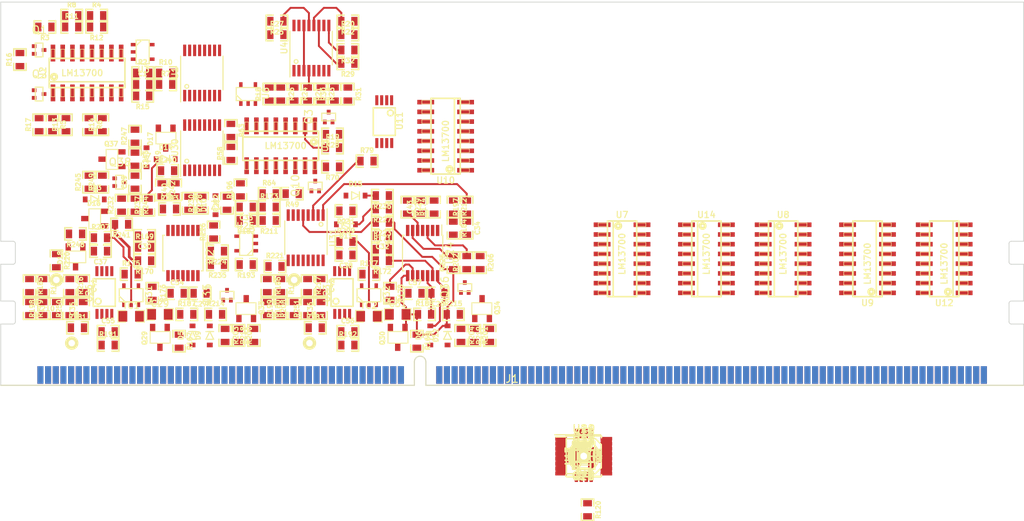
<source format=kicad_pcb>
(kicad_pcb (version 4) (host pcbnew 4.0.2-stable)
  (layers (0 F.Cu signal) (31 B.Cu signal) (34 B.Paste user) (35 F.Paste user) (36 B.SilkS user) (37 F.SilkS user) (38 B.Mask user) (39 F.Mask user) (44 Edge.Cuts user))
  (net 0 "")
  (net 1 "Net-(C1-Pad1)")
  (net 2 "Net-(C1-Pad2)")
  (net 3 "Net-(C2-Pad1)")
  (net 4 PWM)
  (net 5 "Net-(C3-Pad1)")
  (net 6 "Net-(C3-Pad2)")
  (net 7 "Net-(C4-Pad1)")
  (net 8 "Net-(C4-Pad2)")
  (net 9 "Net-(C5-Pad1)")
  (net 10 "Net-(C5-Pad2)")
  (net 11 "Net-(C6-Pad1)")
  (net 12 "Net-(C7-Pad1)")
  (net 13 GND)
  (net 14 "Net-(C8-Pad1)")
  (net 15 "Net-(C9-Pad1)")
  (net 16 "Net-(C10-Pad1)")
  (net 17 "Net-(C11-Pad1)")
  (net 18 "Net-(C11-Pad2)")
  (net 19 "Net-(C12-Pad1)")
  (net 20 "Net-(C12-Pad2)")
  (net 21 "Net-(C13-Pad1)")
  (net 22 "Net-(C13-Pad2)")
  (net 23 "Net-(C14-Pad1)")
  (net 24 "Net-(C14-Pad2)")
  (net 25 +12V)
  (net 26 -12V)
  (net 27 "Net-(C19-Pad1)")
  (net 28 "Net-(C19-Pad2)")
  (net 29 "Net-(C20-Pad1)")
  (net 30 "Net-(C20-Pad2)")
  (net 31 "Net-(C23-Pad1)")
  (net 32 "Net-(C23-Pad2)")
  (net 33 "Net-(C24-Pad1)")
  (net 34 "Net-(C24-Pad2)")
  (net 35 "Net-(C25-Pad1)")
  (net 36 "Net-(C25-Pad2)")
  (net 37 "Net-(C26-Pad1)")
  (net 38 "Net-(C26-Pad2)")
  (net 39 "Net-(C27-Pad1)")
  (net 40 "Net-(C27-Pad2)")
  (net 41 "Net-(C28-Pad1)")
  (net 42 "Net-(C28-Pad2)")
  (net 43 "Net-(C29-Pad1)")
  (net 44 "Net-(C29-Pad2)")
  (net 45 "Net-(C30-Pad1)")
  (net 46 "Net-(C31-Pad1)")
  (net 47 "Net-(C31-Pad2)")
  (net 48 SYNC)
  (net 49 "Net-(C33-Pad1)")
  (net 50 "Net-(C33-Pad2)")
  (net 51 "Net-(C34-Pad1)")
  (net 52 "Net-(C34-Pad2)")
  (net 53 "Net-(C35-Pad1)")
  (net 54 VCO1_XMOD)
  (net 55 "Net-(C36-Pad1)")
  (net 56 "Net-(C36-Pad2)")
  (net 57 "Net-(C37-Pad1)")
  (net 58 "Net-(C37-Pad2)")
  (net 59 "Net-(C38-Pad1)")
  (net 60 "Net-(C38-Pad2)")
  (net 61 "Net-(C39-Pad1)")
  (net 62 "Net-(C39-Pad2)")
  (net 63 "Net-(D1-Pad2)")
  (net 64 VCF_24dB)
  (net 65 "Net-(D2-Pad2)")
  (net 66 VCF_12dB)
  (net 67 "Net-(D3-Pad2)")
  (net 68 ENV_SEL)
  (net 69 "Net-(D4-Pad1)")
  (net 70 "Net-(D5-Pad2)")
  (net 71 "Net-(D6-Pad2)")
  (net 72 "Net-(D7-Pad1)")
  (net 73 "Net-(D10-Pad2)")
  (net 74 VCO1_PULSE)
  (net 75 "Net-(D11-Pad2)")
  (net 76 VCO2_PULSE)
  (net 77 VCO1_AUTOTUNE)
  (net 78 "Net-(D14-Pad2)")
  (net 79 VCO1_SQUARE)
  (net 80 VCO2_AUTOTUNE)
  (net 81 "Net-(D16-Pad3)")
  (net 82 +10V)
  (net 83 "Net-(D17-Pad3)")
  (net 84 -5V)
  (net 85 "Net-(D18-Pad3)")
  (net 86 -10V)
  (net 87 "Net-(J1-Pad216)")
  (net 88 "Net-(J1-Pad215)")
  (net 89 "Net-(J1-Pad214)")
  (net 90 "Net-(J1-Pad213)")
  (net 91 "Net-(J1-Pad212)")
  (net 92 "Net-(J1-Pad211)")
  (net 93 "Net-(J1-Pad210)")
  (net 94 "Net-(J1-Pad209)")
  (net 95 "Net-(J1-Pad208)")
  (net 96 "Net-(J1-Pad207)")
  (net 97 "Net-(J1-Pad206)")
  (net 98 "Net-(J1-Pad205)")
  (net 99 "Net-(J1-Pad204)")
  (net 100 "Net-(J1-Pad203)")
  (net 101 "Net-(J1-Pad202)")
  (net 102 "Net-(J1-Pad201)")
  (net 103 "Net-(J1-Pad184)")
  (net 104 "Net-(J1-Pad183)")
  (net 105 "Net-(J1-Pad182)")
  (net 106 "Net-(J1-Pad181)")
  (net 107 "Net-(J1-Pad180)")
  (net 108 "Net-(J1-Pad179)")
  (net 109 "Net-(J1-Pad178)")
  (net 110 "Net-(J1-Pad177)")
  (net 111 "Net-(J1-Pad176)")
  (net 112 "Net-(J1-Pad175)")
  (net 113 "Net-(J1-Pad174)")
  (net 114 "Net-(J1-Pad173)")
  (net 115 "Net-(J1-Pad172)")
  (net 116 "Net-(J1-Pad171)")
  (net 117 "Net-(J1-Pad170)")
  (net 118 "Net-(J1-Pad169)")
  (net 119 "Net-(J1-Pad185)")
  (net 120 "Net-(J1-Pad186)")
  (net 121 "Net-(J1-Pad187)")
  (net 122 "Net-(J1-Pad188)")
  (net 123 "Net-(J1-Pad189)")
  (net 124 "Net-(J1-Pad190)")
  (net 125 "Net-(J1-Pad191)")
  (net 126 "Net-(J1-Pad192)")
  (net 127 "Net-(J1-Pad193)")
  (net 128 "Net-(J1-Pad194)")
  (net 129 "Net-(J1-Pad195)")
  (net 130 "Net-(J1-Pad196)")
  (net 131 "Net-(J1-Pad197)")
  (net 132 "Net-(J1-Pad198)")
  (net 133 "Net-(J1-Pad199)")
  (net 134 "Net-(J1-Pad200)")
  (net 135 "Net-(J1-Pad152)")
  (net 136 "Net-(J1-Pad151)")
  (net 137 "Net-(J1-Pad150)")
  (net 138 "Net-(J1-Pad149)")
  (net 139 "Net-(J1-Pad148)")
  (net 140 "Net-(J1-Pad147)")
  (net 141 "Net-(J1-Pad146)")
  (net 142 "Net-(J1-Pad145)")
  (net 143 "Net-(J1-Pad144)")
  (net 144 "Net-(J1-Pad143)")
  (net 145 "Net-(J1-Pad142)")
  (net 146 "Net-(J1-Pad141)")
  (net 147 "Net-(J1-Pad140)")
  (net 148 "Net-(J1-Pad139)")
  (net 149 "Net-(J1-Pad138)")
  (net 150 "Net-(J1-Pad137)")
  (net 151 VCA_BAL)
  (net 152 RES_CTRL)
  (net 153 "Net-(J1-Pad109)")
  (net 154 "Net-(J1-Pad110)")
  (net 155 "Net-(J1-Pad111)")
  (net 156 "Net-(J1-Pad112)")
  (net 157 "Net-(J1-Pad113)")
  (net 158 "Net-(J1-Pad114)")
  (net 159 "Net-(J1-Pad115)")
  (net 160 "Net-(J1-Pad116)")
  (net 161 "Net-(J1-Pad117)")
  (net 162 "Net-(J1-Pad118)")
  (net 163 "Net-(J1-Pad119)")
  (net 164 LEVEL)
  (net 165 OUT)
  (net 166 ENV1_POL)
  (net 167 GATE)
  (net 168 "Net-(J1-Pad108)")
  (net 169 "Net-(J1-Pad107)")
  (net 170 ENV2_R)
  (net 171 ENV2_S)
  (net 172 ENV2_D)
  (net 173 ENV2_A)
  (net 174 ENV1_A)
  (net 175 ENV1_D)
  (net 176 ENV1_S)
  (net 177 ENV1_R)
  (net 178 PW/PWM)
  (net 179 PWM_SEL)
  (net 180 VCO2_MOD_SW)
  (net 181 VCO1_MOD_SW)
  (net 182 PWM_LEVEL)
  (net 183 CROSSMOD)
  (net 184 XMOD_BAL)
  (net 185 VCO_ENV_MOD)
  (net 186 VCO_ENV_MOD_BAL)
  (net 187 VCO_LFO_MOD)
  (net 188 VCO_MOD_BAL)
  (net 189 NOISE)
  (net 190 VCO1_WF-1)
  (net 191 VCO1_WF-0)
  (net 192 SYNC_CTRL)
  (net 193 VCO2_WF-0)
  (net 194 VCO2_WF-1)
  (net 195 VCO2_TRI_SYM)
  (net 196 VCO2_MOD_SUM)
  (net 197 VCO2_INIT)
  (net 198 KCV_2)
  (net 199 KCV_1)
  (net 200 VCO1_INIT)
  (net 201 VCO1_MOD_SUM)
  (net 202 VCO1_TRI_SYM)
  (net 203 "Net-(J1-Pad120)")
  (net 204 LFO)
  (net 205 VCO1_LEVEL)
  (net 206 VCO2_LEVEL)
  (net 207 HPF)
  (net 208 VCO1_RANGE)
  (net 209 VCF_KF)
  (net 210 VCF_TUNE)
  (net 211 VCF_CUTOFF)
  (net 212 VCF_ENV_MOD)
  (net 213 "Net-(J1-Pad121)")
  (net 214 "Net-(J1-Pad122)")
  (net 215 "Net-(J1-Pad123)")
  (net 216 "Net-(J1-Pad124)")
  (net 217 "Net-(J1-Pad125)")
  (net 218 "Net-(J1-Pad126)")
  (net 219 "Net-(J1-Pad127)")
  (net 220 "Net-(J1-Pad128)")
  (net 221 "Net-(J1-Pad129)")
  (net 222 "Net-(J1-Pad130)")
  (net 223 "Net-(J1-Pad131)")
  (net 224 "Net-(J1-Pad132)")
  (net 225 "Net-(J1-Pad133)")
  (net 226 "Net-(J1-Pad134)")
  (net 227 "Net-(J1-Pad135)")
  (net 228 "Net-(J1-Pad136)")
  (net 229 "Net-(J1-Pad153)")
  (net 230 "Net-(J1-Pad154)")
  (net 231 "Net-(J1-Pad155)")
  (net 232 "Net-(J1-Pad156)")
  (net 233 "Net-(J1-Pad157)")
  (net 234 "Net-(J1-Pad158)")
  (net 235 "Net-(J1-Pad159)")
  (net 236 "Net-(J1-Pad160)")
  (net 237 "Net-(J1-Pad161)")
  (net 238 "Net-(J1-Pad162)")
  (net 239 "Net-(J1-Pad163)")
  (net 240 "Net-(J1-Pad164)")
  (net 241 "Net-(J1-Pad165)")
  (net 242 "Net-(J1-Pad166)")
  (net 243 "Net-(J1-Pad167)")
  (net 244 "Net-(J1-Pad168)")
  (net 245 "Net-(J1-Pad217)")
  (net 246 "Net-(J1-Pad218)")
  (net 247 "Net-(J1-Pad219)")
  (net 248 "Net-(J1-Pad220)")
  (net 249 "Net-(J1-Pad221)")
  (net 250 "Net-(J1-Pad222)")
  (net 251 "Net-(J1-Pad223)")
  (net 252 "Net-(J1-Pad224)")
  (net 253 "Net-(J1-Pad225)")
  (net 254 "Net-(J1-Pad226)")
  (net 255 "Net-(J1-Pad227)")
  (net 256 "Net-(J1-Pad228)")
  (net 257 "Net-(J1-Pad229)")
  (net 258 "Net-(J1-Pad230)")
  (net 259 "Net-(J1-Pad231)")
  (net 260 "Net-(J1-Pad232)")
  (net 261 "Net-(J1-Pad233)")
  (net 262 "Net-(J1-Pad234)")
  (net 263 "Net-(J1-Pad235)")
  (net 264 "Net-(J1-Pad236)")
  (net 265 "Net-(J1-Pad237)")
  (net 266 "Net-(J1-Pad238)")
  (net 267 "Net-(J1-Pad239)")
  (net 268 "Net-(J1-Pad240)")
  (net 269 "Net-(Q1-Pad3)")
  (net 270 "Net-(Q1-Pad2)")
  (net 271 "Net-(Q2-Pad3)")
  (net 272 "Net-(Q2-Pad2)")
  (net 273 "Net-(Q3-Pad3)")
  (net 274 "Net-(Q3-Pad2)")
  (net 275 "Net-(Q4-Pad3)")
  (net 276 "Net-(Q4-Pad2)")
  (net 277 "Net-(Q6-Pad1)")
  (net 278 "Net-(Q13-Pad1)")
  (net 279 "Net-(Q8-Pad1)")
  (net 280 "Net-(Q10-Pad3)")
  (net 281 "Net-(Q10-Pad2)")
  (net 282 "Net-(Q11-Pad3)")
  (net 283 "Net-(Q11-Pad2)")
  (net 284 "Net-(Q14-Pad3)")
  (net 285 "Net-(Q14-Pad2)")
  (net 286 "Net-(Q15-Pad3)")
  (net 287 "Net-(Q15-Pad2)")
  (net 288 "Net-(Q16-Pad1)")
  (net 289 "Net-(Q16-Pad2)")
  (net 290 Iabc)
  (net 291 "Net-(Q17-Pad3)")
  (net 292 "Net-(Q17-Pad2)")
  (net 293 "Net-(Q18-Pad3)")
  (net 294 "Net-(Q18-Pad2)")
  (net 295 ENV_1)
  (net 296 "Net-(Q19-Pad2)")
  (net 297 "Net-(Q20-Pad3)")
  (net 298 "Net-(Q20-Pad2)")
  (net 299 "Net-(Q21-Pad3)")
  (net 300 "Net-(Q21-Pad1)")
  (net 301 "Net-(Q22-Pad1)")
  (net 302 "Net-(Q23-Pad1)")
  (net 303 "Net-(Q24-Pad1)")
  (net 304 "Net-(Q24-Pad2)")
  (net 305 "Net-(Q25-Pad1)")
  (net 306 "Net-(Q26-Pad1)")
  (net 307 "Net-(Q26-Pad2)")
  (net 308 "Net-(Q27-Pad1)")
  (net 309 "Net-(Q28-Pad3)")
  (net 310 "Net-(Q28-Pad1)")
  (net 311 "Net-(Q31-Pad2)")
  (net 312 "Net-(Q31-Pad1)")
  (net 313 "Net-(Q31-Pad4)")
  (net 314 "Net-(Q32-Pad2)")
  (net 315 "Net-(Q32-Pad1)")
  (net 316 "Net-(Q32-Pad4)")
  (net 317 "Net-(Q33-Pad3)")
  (net 318 "Net-(Q33-Pad2)")
  (net 319 "Net-(Q33-Pad1)")
  (net 320 "Net-(Q34-Pad3)")
  (net 321 "Net-(Q34-Pad2)")
  (net 322 "Net-(Q34-Pad1)")
  (net 323 "Net-(Q35-Pad1)")
  (net 324 "Net-(Q36-Pad1)")
  (net 325 "Net-(Q38-Pad1)")
  (net 326 "Net-(R3-Pad1)")
  (net 327 "Net-(R12-Pad2)")
  (net 328 "Net-(R5-Pad1)")
  (net 329 "Net-(R14-Pad2)")
  (net 330 "Net-(R7-Pad2)")
  (net 331 VCO2)
  (net 332 "Net-(R11-Pad2)")
  (net 333 "Net-(R13-Pad2)")
  (net 334 "Net-(R10-Pad2)")
  (net 335 "Net-(R19-Pad1)")
  (net 336 "Net-(R20-Pad1)")
  (net 337 "Net-(R21-Pad1)")
  (net 338 "Net-(R21-Pad2)")
  (net 339 "Net-(R24-Pad2)")
  (net 340 "Net-(R25-Pad1)")
  (net 341 "Net-(R29-Pad2)")
  (net 342 "Net-(R30-Pad2)")
  (net 343 "Net-(R32-Pad2)")
  (net 344 "Net-(R33-Pad1)")
  (net 345 "Net-(R33-Pad2)")
  (net 346 "Net-(R36-Pad1)")
  (net 347 "Net-(R37-Pad1)")
  (net 348 "Net-(R38-Pad1)")
  (net 349 "Net-(R39-Pad1)")
  (net 350 "Net-(R40-Pad1)")
  (net 351 "Net-(R44-Pad2)")
  (net 352 "Net-(R45-Pad1)")
  (net 353 "Net-(R46-Pad1)")
  (net 354 "Net-(R47-Pad1)")
  (net 355 "Net-(R48-Pad1)")
  (net 356 "Net-(R49-Pad1)")
  (net 357 "Net-(R51-Pad2)")
  (net 358 VCO1)
  (net 359 "Net-(R58-Pad2)")
  (net 360 "Net-(R64-Pad2)")
  (net 361 "Net-(R73-Pad1)")
  (net 362 "Net-(R74-Pad1)")
  (net 363 "Net-(R75-Pad2)")
  (net 364 "Net-(R76-Pad1)")
  (net 365 "Net-(R79-Pad2)")
  (net 366 "Net-(R83-Pad2)")
  (net 367 "Net-(R108-Pad1)")
  (net 368 "Net-(R88-Pad1)")
  (net 369 "Net-(R89-Pad1)")
  (net 370 "Net-(R90-Pad2)")
  (net 371 "Net-(R91-Pad1)")
  (net 372 "Net-(R91-Pad2)")
  (net 373 "Net-(R101-Pad2)")
  (net 374 "Net-(R103-Pad2)")
  (net 375 "Net-(R96-Pad2)")
  (net 376 "Net-(R97-Pad2)")
  (net 377 "Net-(R100-Pad2)")
  (net 378 ENV_2)
  (net 379 "Net-(R107-Pad1)")
  (net 380 "Net-(R109-Pad1)")
  (net 381 "Net-(R112-Pad2)")
  (net 382 "Net-(R123-Pad1)")
  (net 383 "Net-(R126-Pad1)")
  (net 384 "Net-(R127-Pad1)")
  (net 385 "Net-(R132-Pad1)")
  (net 386 "Net-(R134-Pad2)")
  (net 387 "Net-(R136-Pad2)")
  (net 388 "Net-(R139-Pad2)")
  (net 389 "Net-(R147-Pad1)")
  (net 390 "Net-(R147-Pad2)")
  (net 391 "Net-(R148-Pad1)")
  (net 392 "Net-(R148-Pad2)")
  (net 393 "Net-(R150-Pad1)")
  (net 394 "Net-(R150-Pad2)")
  (net 395 "Net-(R157-Pad2)")
  (net 396 "Net-(R158-Pad2)")
  (net 397 "Net-(R159-Pad1)")
  (net 398 "Net-(R160-Pad1)")
  (net 399 "Net-(R160-Pad2)")
  (net 400 "Net-(R164-Pad1)")
  (net 401 "Net-(R165-Pad1)")
  (net 402 "Net-(R166-Pad1)")
  (net 403 "Net-(R179-Pad1)")
  (net 404 "Net-(R180-Pad1)")
  (net 405 "Net-(R181-Pad1)")
  (net 406 "Net-(R183-Pad1)")
  (net 407 VCO1_TRI)
  (net 408 VCO2_SINE)
  (net 409 VCO1_MOD)
  (net 410 VCO2_MOD)
  (net 411 VCO1_SAW)
  (net 412 VCO2_SAW)
  (net 413 "Net-(R224-Pad2)")
  (net 414 "Net-(R225-Pad2)")
  (net 415 "Net-(R226-Pad1)")
  (net 416 "Net-(R227-Pad1)")
  (net 417 "Net-(R228-Pad2)")
  (net 418 "Net-(R229-Pad2)")
  (net 419 "Net-(R232-Pad1)")
  (net 420 "Net-(R233-Pad1)")
  (net 421 "Net-(R234-Pad1)")
  (net 422 "Net-(R235-Pad2)")
  (net 423 "Net-(R238-Pad1)")
  (net 424 "Net-(R239-Pad1)")
  (net 425 "Net-(R242-Pad2)")
  (net 426 "Net-(U1-Pad3)")
  (net 427 "Net-(U1-Pad4)")
  (net 428 "Net-(U1-Pad5)")
  (net 429 "Net-(U1-Pad9)")
  (net 430 "Net-(U4-Pad1)")
  (net 431 "Net-(U4-Pad2)")
  (net 432 "Net-(U4-Pad14)")
  (net 433 "Net-(U4-Pad10)")
  (net 434 "Net-(U4-Pad15)")
  (net 435 "Net-(U7-Pad2)")
  (net 436 "Net-(U7-Pad15)")
  (net 437 "Net-(U8-Pad2)")
  (net 438 "Net-(U8-Pad15)")
  (net 439 "Net-(U9-Pad2)")
  (net 440 "Net-(U9-Pad15)")
  (net 441 "Net-(U11-Pad6)")
  (net 442 "Net-(U17-Pad3)")
  (net 443 "Net-(U17-Pad7)")
  (net 444 "Net-(U18-Pad3)")
  (net 445 "Net-(U18-Pad7)")
  (net 446 "Net-(U30-Pad11)")
  (net 447 "Net-(U30-Pad12)")
  (net 448 "Net-(U30-Pad13)")
  (net 449 "Net-(U30-Pad14)")
  (net 450 "Net-(U30-Pad15)")
  (net 451 "Net-(U31-Pad11)")
  (net 452 "Net-(U31-Pad12)")
  (net 453 "Net-(U31-Pad13)")
  (net 454 "Net-(U31-Pad14)")
  (net 455 "Net-(U31-Pad15)")
  (net 456 "Net-(U10-Pad1)")
  (net 457 "Net-(U10-Pad2)")
  (net 458 "Net-(U10-Pad3)")
  (net 459 "Net-(U10-Pad4)")
  (net 460 "Net-(U10-Pad5)")
  (module MyModules:SM0603-C-JRL (layer F.Cu) (at 103.5 36.25)
    (fp_text reference C1 (at 0 -1.4) (layer F.SilkS) (effects (font (size 0.6096 0.6096) (thickness 0.1524))))
    (fp_text value 0.01μ hide)
    (pad 1 smd rect (at -0.8509 0) (size 0.8128 1.143) (layers F.Cu F.Paste F.Mask) (net 1 "Net-(C1-Pad1)"))
    (pad 2 smd rect (at 0.8509 0) (size 0.8128 1.143) (layers F.Cu F.Paste F.Mask) (net 2 "Net-(C1-Pad2)"))
  )
  (module MyModules:SM0603-C-JRL (layer F.Cu) (at 161.0011 84.7536)
    (fp_text reference C2 (at 0 -1.4) (layer F.SilkS) (effects (font (size 0.6096 0.6096) (thickness 0.1524))))
    (fp_text value 0.01μ hide)
    (pad 1 smd rect (at -0.8509 0) (size 0.8128 1.143) (layers F.Cu F.Paste F.Mask) (net 3 "Net-(C2-Pad1)"))
    (pad 2 smd rect (at 0.8509 0) (size 0.8128 1.143) (layers F.Cu F.Paste F.Mask) (net 4 PWM))
  )
  (module MyModules:SM0603-C-JRL (layer F.Cu) (at 161.0011 84.7536)
    (fp_text reference C3 (at 0 -1.4) (layer F.SilkS) (effects (font (size 0.6096 0.6096) (thickness 0.1524))))
    (fp_text value 0.1μ hide)
    (pad 1 smd rect (at -0.8509 0) (size 0.8128 1.143) (layers F.Cu F.Paste F.Mask) (net 5 "Net-(C3-Pad1)"))
    (pad 2 smd rect (at 0.8509 0) (size 0.8128 1.143) (layers F.Cu F.Paste F.Mask) (net 6 "Net-(C3-Pad2)"))
  )
  (module MyModules:SM0603-C-JRL (layer F.Cu) (at 161.0011 84.7536)
    (fp_text reference C4 (at 0 -1.4) (layer F.SilkS) (effects (font (size 0.6096 0.6096) (thickness 0.1524))))
    (fp_text value 10p hide)
    (pad 1 smd rect (at -0.8509 0) (size 0.8128 1.143) (layers F.Cu F.Paste F.Mask) (net 7 "Net-(C4-Pad1)"))
    (pad 2 smd rect (at 0.8509 0) (size 0.8128 1.143) (layers F.Cu F.Paste F.Mask) (net 8 "Net-(C4-Pad2)"))
  )
  (module MyModules:jrl_c_elec_4x5.3 (layer F.Cu) (at 161.0011 84.7536)
    (fp_text reference C5 (at 0 -3.175) (layer F.SilkS) (effects (font (size 0.8 0.8))))
    (fp_text value 0.47μ)
    (pad 1 smd rect (at 1.80086 0) (size 2.60096 1.6002) (layers F.Cu F.Paste F.Mask) (net 9 "Net-(C5-Pad1)"))
    (pad 2 smd rect (at -1.80086 0) (size 2.60096 1.6002) (layers F.Cu F.Paste F.Mask) (net 10 "Net-(C5-Pad2)"))
  )
  (module MyModules:SM0603-C-JRL (layer F.Cu) (at 161.0011 84.7536)
    (fp_text reference C6 (at 0 -1.4) (layer F.SilkS) (effects (font (size 0.6096 0.6096) (thickness 0.1524))))
    (fp_text value 680p hide)
    (pad 1 smd rect (at -0.8509 0) (size 0.8128 1.143) (layers F.Cu F.Paste F.Mask) (net 11 "Net-(C6-Pad1)"))
    (pad 2 smd rect (at 0.8509 0) (size 0.8128 1.143) (layers F.Cu F.Paste F.Mask) (net 7 "Net-(C4-Pad1)"))
  )
  (module MyModules:SM0603-C-JRL (layer F.Cu) (at 161.0011 84.7536)
    (fp_text reference C7 (at 0 -1.4) (layer F.SilkS) (effects (font (size 0.6096 0.6096) (thickness 0.1524))))
    (fp_text value 270pF hide)
    (pad 1 smd rect (at -0.8509 0) (size 0.8128 1.143) (layers F.Cu F.Paste F.Mask) (net 12 "Net-(C7-Pad1)"))
    (pad 2 smd rect (at 0.8509 0) (size 0.8128 1.143) (layers F.Cu F.Paste F.Mask) (net 13 GND))
  )
  (module MyModules:SM0603-C-JRL (layer F.Cu) (at 161.0011 84.7536)
    (fp_text reference C8 (at 0 -1.4) (layer F.SilkS) (effects (font (size 0.6096 0.6096) (thickness 0.1524))))
    (fp_text value 270pF hide)
    (pad 1 smd rect (at -0.8509 0) (size 0.8128 1.143) (layers F.Cu F.Paste F.Mask) (net 14 "Net-(C8-Pad1)"))
    (pad 2 smd rect (at 0.8509 0) (size 0.8128 1.143) (layers F.Cu F.Paste F.Mask) (net 13 GND))
  )
  (module MyModules:SM0603-C-JRL (layer F.Cu) (at 161.0011 84.7536)
    (fp_text reference C9 (at 0 -1.4) (layer F.SilkS) (effects (font (size 0.6096 0.6096) (thickness 0.1524))))
    (fp_text value 270pF hide)
    (pad 1 smd rect (at -0.8509 0) (size 0.8128 1.143) (layers F.Cu F.Paste F.Mask) (net 15 "Net-(C9-Pad1)"))
    (pad 2 smd rect (at 0.8509 0) (size 0.8128 1.143) (layers F.Cu F.Paste F.Mask) (net 13 GND))
  )
  (module MyModules:SM0603-C-JRL (layer F.Cu) (at 161.0011 84.7536)
    (fp_text reference C10 (at 0 -1.4) (layer F.SilkS) (effects (font (size 0.6096 0.6096) (thickness 0.1524))))
    (fp_text value 270pF hide)
    (pad 1 smd rect (at -0.8509 0) (size 0.8128 1.143) (layers F.Cu F.Paste F.Mask) (net 16 "Net-(C10-Pad1)"))
    (pad 2 smd rect (at 0.8509 0) (size 0.8128 1.143) (layers F.Cu F.Paste F.Mask) (net 13 GND))
  )
  (module MyModules:SM0603-C-JRL (layer F.Cu) (at 161.0011 84.7536)
    (fp_text reference C11 (at 0 -1.4) (layer F.SilkS) (effects (font (size 0.6096 0.6096) (thickness 0.1524))))
    (fp_text value 15p hide)
    (pad 1 smd rect (at -0.8509 0) (size 0.8128 1.143) (layers F.Cu F.Paste F.Mask) (net 17 "Net-(C11-Pad1)"))
    (pad 2 smd rect (at 0.8509 0) (size 0.8128 1.143) (layers F.Cu F.Paste F.Mask) (net 18 "Net-(C11-Pad2)"))
  )
  (module MyModules:jrl_c_elec_4x5.3 (layer F.Cu) (at 161.0011 84.7536)
    (fp_text reference C12 (at 0 -3.175) (layer F.SilkS) (effects (font (size 0.8 0.8))))
    (fp_text value 0.47μ)
    (pad 1 smd rect (at 1.80086 0) (size 2.60096 1.6002) (layers F.Cu F.Paste F.Mask) (net 19 "Net-(C12-Pad1)"))
    (pad 2 smd rect (at -1.80086 0) (size 2.60096 1.6002) (layers F.Cu F.Paste F.Mask) (net 20 "Net-(C12-Pad2)"))
  )
  (module MyModules:jrl_c_elec_4x5.3 (layer F.Cu) (at 161.0011 84.7536)
    (fp_text reference C13 (at 0 -3.175) (layer F.SilkS) (effects (font (size 0.8 0.8))))
    (fp_text value 0.47μ)
    (pad 1 smd rect (at 1.80086 0) (size 2.60096 1.6002) (layers F.Cu F.Paste F.Mask) (net 21 "Net-(C13-Pad1)"))
    (pad 2 smd rect (at -1.80086 0) (size 2.60096 1.6002) (layers F.Cu F.Paste F.Mask) (net 22 "Net-(C13-Pad2)"))
  )
  (module MyModules:SM0603-C-JRL (layer F.Cu) (at 161.0011 84.7536)
    (fp_text reference C14 (at 0 -1.4) (layer F.SilkS) (effects (font (size 0.6096 0.6096) (thickness 0.1524))))
    (fp_text value 47pF hide)
    (pad 1 smd rect (at -0.8509 0) (size 0.8128 1.143) (layers F.Cu F.Paste F.Mask) (net 23 "Net-(C14-Pad1)"))
    (pad 2 smd rect (at 0.8509 0) (size 0.8128 1.143) (layers F.Cu F.Paste F.Mask) (net 24 "Net-(C14-Pad2)"))
  )
  (module MyModules:SM0603-C-JRL (layer F.Cu) (at 161.0011 84.7536)
    (fp_text reference C15 (at 0 -1.4) (layer F.SilkS) (effects (font (size 0.6096 0.6096) (thickness 0.1524))))
    (fp_text value 100n hide)
    (pad 1 smd rect (at -0.8509 0) (size 0.8128 1.143) (layers F.Cu F.Paste F.Mask) (net 25 +12V))
    (pad 2 smd rect (at 0.8509 0) (size 0.8128 1.143) (layers F.Cu F.Paste F.Mask) (net 13 GND))
  )
  (module MyModules:SM0603-C-JRL (layer F.Cu) (at 161.0011 84.7536)
    (fp_text reference C16 (at 0 -1.4) (layer F.SilkS) (effects (font (size 0.6096 0.6096) (thickness 0.1524))))
    (fp_text value 100n hide)
    (pad 1 smd rect (at -0.8509 0) (size 0.8128 1.143) (layers F.Cu F.Paste F.Mask) (net 13 GND))
    (pad 2 smd rect (at 0.8509 0) (size 0.8128 1.143) (layers F.Cu F.Paste F.Mask) (net 26 -12V))
  )
  (module MyModules:SM0603-C-JRL (layer F.Cu) (at 161.0011 84.7536)
    (fp_text reference C17 (at 0 -1.4) (layer F.SilkS) (effects (font (size 0.6096 0.6096) (thickness 0.1524))))
    (fp_text value 100n hide)
    (pad 1 smd rect (at -0.8509 0) (size 0.8128 1.143) (layers F.Cu F.Paste F.Mask) (net 25 +12V))
    (pad 2 smd rect (at 0.8509 0) (size 0.8128 1.143) (layers F.Cu F.Paste F.Mask) (net 13 GND))
  )
  (module MyModules:SM0603-C-JRL (layer F.Cu) (at 161.0011 84.7536)
    (fp_text reference C18 (at 0 -1.4) (layer F.SilkS) (effects (font (size 0.6096 0.6096) (thickness 0.1524))))
    (fp_text value 100n hide)
    (pad 1 smd rect (at -0.8509 0) (size 0.8128 1.143) (layers F.Cu F.Paste F.Mask) (net 13 GND))
    (pad 2 smd rect (at 0.8509 0) (size 0.8128 1.143) (layers F.Cu F.Paste F.Mask) (net 26 -12V))
  )
  (module MyModules:SM0603-C-JRL (layer F.Cu) (at 161.0011 84.7536)
    (fp_text reference C19 (at 0 -1.4) (layer F.SilkS) (effects (font (size 0.6096 0.6096) (thickness 0.1524))))
    (fp_text value 100n hide)
    (pad 1 smd rect (at -0.8509 0) (size 0.8128 1.143) (layers F.Cu F.Paste F.Mask) (net 27 "Net-(C19-Pad1)"))
    (pad 2 smd rect (at 0.8509 0) (size 0.8128 1.143) (layers F.Cu F.Paste F.Mask) (net 28 "Net-(C19-Pad2)"))
  )
  (module MyModules:SM0603-C-JRL (layer F.Cu) (at 161.0011 84.7536)
    (fp_text reference C20 (at 0 -1.4) (layer F.SilkS) (effects (font (size 0.6096 0.6096) (thickness 0.1524))))
    (fp_text value 100n hide)
    (pad 1 smd rect (at -0.8509 0) (size 0.8128 1.143) (layers F.Cu F.Paste F.Mask) (net 29 "Net-(C20-Pad1)"))
    (pad 2 smd rect (at 0.8509 0) (size 0.8128 1.143) (layers F.Cu F.Paste F.Mask) (net 30 "Net-(C20-Pad2)"))
  )
  (module MyModules:SM0603-C-JRL (layer F.Cu) (at 161.0011 84.7536)
    (fp_text reference C21 (at 0 -1.4) (layer F.SilkS) (effects (font (size 0.6096 0.6096) (thickness 0.1524))))
    (fp_text value 100n hide)
    (pad 1 smd rect (at -0.8509 0) (size 0.8128 1.143) (layers F.Cu F.Paste F.Mask) (net 25 +12V))
    (pad 2 smd rect (at 0.8509 0) (size 0.8128 1.143) (layers F.Cu F.Paste F.Mask) (net 13 GND))
  )
  (module MyModules:SM0603-C-JRL (layer F.Cu) (at 161.0011 84.7536)
    (fp_text reference C22 (at 0 -1.4) (layer F.SilkS) (effects (font (size 0.6096 0.6096) (thickness 0.1524))))
    (fp_text value 100n hide)
    (pad 1 smd rect (at -0.8509 0) (size 0.8128 1.143) (layers F.Cu F.Paste F.Mask) (net 25 +12V))
    (pad 2 smd rect (at 0.8509 0) (size 0.8128 1.143) (layers F.Cu F.Paste F.Mask) (net 13 GND))
  )
  (module MyModules:SM0603-C-JRL (layer F.Cu) (at 161.0011 84.7536)
    (fp_text reference C23 (at 0 -1.4) (layer F.SilkS) (effects (font (size 0.6096 0.6096) (thickness 0.1524))))
    (fp_text value 100n** hide)
    (pad 1 smd rect (at -0.8509 0) (size 0.8128 1.143) (layers F.Cu F.Paste F.Mask) (net 31 "Net-(C23-Pad1)"))
    (pad 2 smd rect (at 0.8509 0) (size 0.8128 1.143) (layers F.Cu F.Paste F.Mask) (net 32 "Net-(C23-Pad2)"))
  )
  (module MyModules:SM0603-C-JRL (layer F.Cu) (at 161.0011 84.7536)
    (fp_text reference C24 (at 0 -1.4) (layer F.SilkS) (effects (font (size 0.6096 0.6096) (thickness 0.1524))))
    (fp_text value 100n** hide)
    (pad 1 smd rect (at -0.8509 0) (size 0.8128 1.143) (layers F.Cu F.Paste F.Mask) (net 33 "Net-(C24-Pad1)"))
    (pad 2 smd rect (at 0.8509 0) (size 0.8128 1.143) (layers F.Cu F.Paste F.Mask) (net 34 "Net-(C24-Pad2)"))
  )
  (module MyModules:SM0603-C-JRL (layer F.Cu) (at 161.0011 84.7536)
    (fp_text reference C25 (at 0 -1.4) (layer F.SilkS) (effects (font (size 0.6096 0.6096) (thickness 0.1524))))
    (fp_text value 100p hide)
    (pad 1 smd rect (at -0.8509 0) (size 0.8128 1.143) (layers F.Cu F.Paste F.Mask) (net 35 "Net-(C25-Pad1)"))
    (pad 2 smd rect (at 0.8509 0) (size 0.8128 1.143) (layers F.Cu F.Paste F.Mask) (net 36 "Net-(C25-Pad2)"))
  )
  (module MyModules:SM0603-C-JRL (layer F.Cu) (at 161.0011 84.7536)
    (fp_text reference C26 (at 0 -1.4) (layer F.SilkS) (effects (font (size 0.6096 0.6096) (thickness 0.1524))))
    (fp_text value 100p hide)
    (pad 1 smd rect (at -0.8509 0) (size 0.8128 1.143) (layers F.Cu F.Paste F.Mask) (net 37 "Net-(C26-Pad1)"))
    (pad 2 smd rect (at 0.8509 0) (size 0.8128 1.143) (layers F.Cu F.Paste F.Mask) (net 38 "Net-(C26-Pad2)"))
  )
  (module MyModules:SM0603-C-JRL (layer F.Cu) (at 111 63.5 180)
    (fp_text reference C27 (at 0 -1.4 180) (layer F.SilkS) (effects (font (size 0.6096 0.6096) (thickness 0.1524))))
    (fp_text value 100p hide)
    (pad 1 smd rect (at -0.8509 0 180) (size 0.8128 1.143) (layers F.Cu F.Paste F.Mask) (net 39 "Net-(C27-Pad1)"))
    (pad 2 smd rect (at 0.8509 0 180) (size 0.8128 1.143) (layers F.Cu F.Paste F.Mask) (net 40 "Net-(C27-Pad2)"))
  )
  (module MyModules:SM0603-C-JRL (layer F.Cu) (at 142 63.5 180)
    (fp_text reference C28 (at 0 -1.4 180) (layer F.SilkS) (effects (font (size 0.6096 0.6096) (thickness 0.1524))))
    (fp_text value 100p hide)
    (pad 1 smd rect (at -0.8509 0 180) (size 0.8128 1.143) (layers F.Cu F.Paste F.Mask) (net 41 "Net-(C28-Pad1)"))
    (pad 2 smd rect (at 0.8509 0 180) (size 0.8128 1.143) (layers F.Cu F.Paste F.Mask) (net 42 "Net-(C28-Pad2)"))
  )
  (module MyModules:SM0603-C-JRL (layer F.Cu) (at 103.75 56 180)
    (fp_text reference C30 (at 0 -1.4 180) (layer F.SilkS) (effects (font (size 0.6096 0.6096) (thickness 0.1524))))
    (fp_text value 10n hide)
    (pad 1 smd rect (at -0.8509 0 180) (size 0.8128 1.143) (layers F.Cu F.Paste F.Mask) (net 45 "Net-(C30-Pad1)"))
    (pad 2 smd rect (at 0.8509 0 180) (size 0.8128 1.143) (layers F.Cu F.Paste F.Mask) (net 13 GND))
  )
  (module MyModules:SM0603-C-JRL (layer F.Cu) (at 134.75 56 180)
    (fp_text reference C32 (at 0 -1.4 180) (layer F.SilkS) (effects (font (size 0.6096 0.6096) (thickness 0.1524))))
    (fp_text value 10n hide)
    (pad 1 smd rect (at -0.8509 0 180) (size 0.8128 1.143) (layers F.Cu F.Paste F.Mask) (net 48 SYNC))
    (pad 2 smd rect (at 0.8509 0 180) (size 0.8128 1.143) (layers F.Cu F.Paste F.Mask) (net 13 GND))
  )
  (module MyModules:SM0603-C-JRL (layer F.Cu) (at 117 52.25 180)
    (fp_text reference C33 (at 0 -1.4 180) (layer F.SilkS) (effects (font (size 0.6096 0.6096) (thickness 0.1524))))
    (fp_text value 100p hide)
    (pad 1 smd rect (at -0.8509 0 180) (size 0.8128 1.143) (layers F.Cu F.Paste F.Mask) (net 49 "Net-(C33-Pad1)"))
    (pad 2 smd rect (at 0.8509 0 180) (size 0.8128 1.143) (layers F.Cu F.Paste F.Mask) (net 50 "Net-(C33-Pad2)"))
  )
  (module MyModules:SM0603-C-JRL (layer F.Cu) (at 145.75 55 270)
    (fp_text reference C34 (at 0 -1.4 270) (layer F.SilkS) (effects (font (size 0.6096 0.6096) (thickness 0.1524))))
    (fp_text value 100p hide)
    (pad 1 smd rect (at -0.8509 0 270) (size 0.8128 1.143) (layers F.Cu F.Paste F.Mask) (net 51 "Net-(C34-Pad1)"))
    (pad 2 smd rect (at 0.8509 0 270) (size 0.8128 1.143) (layers F.Cu F.Paste F.Mask) (net 52 "Net-(C34-Pad2)"))
  )
  (module MyModules:SM0603-C-JRL (layer F.Cu) (at 95.75 65.5 90)
    (fp_text reference C35 (at 0 -1.4 90) (layer F.SilkS) (effects (font (size 0.6096 0.6096) (thickness 0.1524))))
    (fp_text value 100p hide)
    (pad 1 smd rect (at -0.8509 0 90) (size 0.8128 1.143) (layers F.Cu F.Paste F.Mask) (net 53 "Net-(C35-Pad1)"))
    (pad 2 smd rect (at 0.8509 0 90) (size 0.8128 1.143) (layers F.Cu F.Paste F.Mask) (net 54 VCO1_XMOD))
  )
  (module MyModules:SM0603-C-JRL (layer F.Cu) (at 126.75 65.5 90)
    (fp_text reference C36 (at 0 -1.4 90) (layer F.SilkS) (effects (font (size 0.6096 0.6096) (thickness 0.1524))))
    (fp_text value 100p hide)
    (pad 1 smd rect (at -0.8509 0 90) (size 0.8128 1.143) (layers F.Cu F.Paste F.Mask) (net 55 "Net-(C36-Pad1)"))
    (pad 2 smd rect (at 0.8509 0 90) (size 0.8128 1.143) (layers F.Cu F.Paste F.Mask) (net 56 "Net-(C36-Pad2)"))
  )
  (module MyModules:SM0603-C-JRL (layer F.Cu) (at 98 58 180)
    (fp_text reference C37 (at 0 -1.4 180) (layer F.SilkS) (effects (font (size 0.6096 0.6096) (thickness 0.1524))))
    (fp_text value 100p hide)
    (pad 1 smd rect (at -0.8509 0 180) (size 0.8128 1.143) (layers F.Cu F.Paste F.Mask) (net 57 "Net-(C37-Pad1)"))
    (pad 2 smd rect (at 0.8509 0 180) (size 0.8128 1.143) (layers F.Cu F.Paste F.Mask) (net 58 "Net-(C37-Pad2)"))
  )
  (module MyModules:SM0603-C-JRL (layer F.Cu) (at 130 58.5 180)
    (fp_text reference C38 (at 0 -1.4 180) (layer F.SilkS) (effects (font (size 0.6096 0.6096) (thickness 0.1524))))
    (fp_text value 100p hide)
    (pad 1 smd rect (at -0.8509 0 180) (size 0.8128 1.143) (layers F.Cu F.Paste F.Mask) (net 59 "Net-(C38-Pad1)"))
    (pad 2 smd rect (at 0.8509 0 180) (size 0.8128 1.143) (layers F.Cu F.Paste F.Mask) (net 60 "Net-(C38-Pad2)"))
  )
  (module MyModules:SM0603-C-JRL (layer F.Cu) (at 102.5 49 90)
    (fp_text reference C39 (at 0 -1.4 90) (layer F.SilkS) (effects (font (size 0.6096 0.6096) (thickness 0.1524))))
    (fp_text value 33p hide)
    (pad 1 smd rect (at -0.8509 0 90) (size 0.8128 1.143) (layers F.Cu F.Paste F.Mask) (net 61 "Net-(C39-Pad1)"))
    (pad 2 smd rect (at 0.8509 0 90) (size 0.8128 1.143) (layers F.Cu F.Paste F.Mask) (net 62 "Net-(C39-Pad2)"))
  )
  (module MyModules:SM0603-C-JRL (layer F.Cu) (at 107.75 50 90)
    (fp_text reference C40 (at 0 -1.4 90) (layer F.SilkS) (effects (font (size 0.6096 0.6096) (thickness 0.1524))))
    (fp_text value 0.1μ hide)
    (pad 1 smd rect (at -0.8509 0 90) (size 0.8128 1.143) (layers F.Cu F.Paste F.Mask) (net 25 +12V))
    (pad 2 smd rect (at 0.8509 0 90) (size 0.8128 1.143) (layers F.Cu F.Paste F.Mask) (net 13 GND))
  )
  (module MyModules:SM0603-C-JRL (layer F.Cu) (at 95.75 62.5 270)
    (fp_text reference C41 (at 0 -1.4 270) (layer F.SilkS) (effects (font (size 0.6096 0.6096) (thickness 0.1524))))
    (fp_text value 0.1μ hide)
    (pad 1 smd rect (at -0.8509 0 270) (size 0.8128 1.143) (layers F.Cu F.Paste F.Mask) (net 25 +12V))
    (pad 2 smd rect (at 0.8509 0 270) (size 0.8128 1.143) (layers F.Cu F.Paste F.Mask) (net 13 GND))
  )
  (module MyModules:SM0603-C-JRL (layer F.Cu) (at 126.75 62.5 270)
    (fp_text reference C42 (at 0 -1.4 270) (layer F.SilkS) (effects (font (size 0.6096 0.6096) (thickness 0.1524))))
    (fp_text value 0.1μ hide)
    (pad 1 smd rect (at -0.8509 0 270) (size 0.8128 1.143) (layers F.Cu F.Paste F.Mask) (net 25 +12V))
    (pad 2 smd rect (at 0.8509 0 270) (size 0.8128 1.143) (layers F.Cu F.Paste F.Mask) (net 13 GND))
  )
  (module MyModules:SM0603-C-JRL (layer F.Cu) (at 139.75 52.25 90)
    (fp_text reference C43 (at 0 -1.4 90) (layer F.SilkS) (effects (font (size 0.6096 0.6096) (thickness 0.1524))))
    (fp_text value 0.1μ hide)
    (pad 1 smd rect (at -0.8509 0 90) (size 0.8128 1.143) (layers F.Cu F.Paste F.Mask) (net 25 +12V))
    (pad 2 smd rect (at 0.8509 0 90) (size 0.8128 1.143) (layers F.Cu F.Paste F.Mask) (net 13 GND))
  )
  (module MyModules:SM0603-C-JRL (layer F.Cu) (at 161.0011 84.7536)
    (fp_text reference C44 (at 0 -1.4) (layer F.SilkS) (effects (font (size 0.6096 0.6096) (thickness 0.1524))))
    (fp_text value 0.1μ hide)
    (pad 1 smd rect (at -0.8509 0) (size 0.8128 1.143) (layers F.Cu F.Paste F.Mask) (net 25 +12V))
    (pad 2 smd rect (at 0.8509 0) (size 0.8128 1.143) (layers F.Cu F.Paste F.Mask) (net 13 GND))
  )
  (module MyModules:SM0603-C-JRL (layer F.Cu) (at 161.0011 84.7536)
    (fp_text reference C45 (at 0 -1.4) (layer F.SilkS) (effects (font (size 0.6096 0.6096) (thickness 0.1524))))
    (fp_text value 0.1μ hide)
    (pad 1 smd rect (at -0.8509 0) (size 0.8128 1.143) (layers F.Cu F.Paste F.Mask) (net 25 +12V))
    (pad 2 smd rect (at 0.8509 0) (size 0.8128 1.143) (layers F.Cu F.Paste F.Mask) (net 13 GND))
  )
  (module MyModules:SM0603-C-JRL (layer F.Cu) (at 161.0011 84.7536)
    (fp_text reference C46 (at 0 -1.4) (layer F.SilkS) (effects (font (size 0.6096 0.6096) (thickness 0.1524))))
    (fp_text value 0.1μ hide)
    (pad 1 smd rect (at -0.8509 0) (size 0.8128 1.143) (layers F.Cu F.Paste F.Mask) (net 25 +12V))
    (pad 2 smd rect (at 0.8509 0) (size 0.8128 1.143) (layers F.Cu F.Paste F.Mask) (net 13 GND))
  )
  (module MyModules:SM0603-C-JRL (layer F.Cu) (at 161.0011 84.7536)
    (fp_text reference C47 (at 0 -1.4) (layer F.SilkS) (effects (font (size 0.6096 0.6096) (thickness 0.1524))))
    (fp_text value 0.1μ hide)
    (pad 1 smd rect (at -0.8509 0) (size 0.8128 1.143) (layers F.Cu F.Paste F.Mask) (net 25 +12V))
    (pad 2 smd rect (at 0.8509 0) (size 0.8128 1.143) (layers F.Cu F.Paste F.Mask) (net 13 GND))
  )
  (module MyModules:SM0603-C-JRL (layer F.Cu) (at 161.0011 84.7536)
    (fp_text reference C48 (at 0 -1.4) (layer F.SilkS) (effects (font (size 0.6096 0.6096) (thickness 0.1524))))
    (fp_text value 0.1μ hide)
    (pad 1 smd rect (at -0.8509 0) (size 0.8128 1.143) (layers F.Cu F.Paste F.Mask) (net 25 +12V))
    (pad 2 smd rect (at 0.8509 0) (size 0.8128 1.143) (layers F.Cu F.Paste F.Mask) (net 13 GND))
  )
  (module MyModules:SM0603-C-JRL (layer F.Cu) (at 161.0011 84.7536)
    (fp_text reference C49 (at 0 -1.4) (layer F.SilkS) (effects (font (size 0.6096 0.6096) (thickness 0.1524))))
    (fp_text value 0.1μ hide)
    (pad 1 smd rect (at -0.8509 0) (size 0.8128 1.143) (layers F.Cu F.Paste F.Mask) (net 25 +12V))
    (pad 2 smd rect (at 0.8509 0) (size 0.8128 1.143) (layers F.Cu F.Paste F.Mask) (net 13 GND))
  )
  (module MyModules:SM0603-C-JRL (layer F.Cu) (at 161.0011 84.7536)
    (fp_text reference C50 (at 0 -1.4) (layer F.SilkS) (effects (font (size 0.6096 0.6096) (thickness 0.1524))))
    (fp_text value 0.1μ hide)
    (pad 1 smd rect (at -0.8509 0) (size 0.8128 1.143) (layers F.Cu F.Paste F.Mask) (net 25 +12V))
    (pad 2 smd rect (at 0.8509 0) (size 0.8128 1.143) (layers F.Cu F.Paste F.Mask) (net 13 GND))
  )
  (module MyModules:SM0603-C-JRL (layer F.Cu) (at 161.0011 84.7536)
    (fp_text reference C51 (at 0 -1.4) (layer F.SilkS) (effects (font (size 0.6096 0.6096) (thickness 0.1524))))
    (fp_text value 0.1μ hide)
    (pad 1 smd rect (at -0.8509 0) (size 0.8128 1.143) (layers F.Cu F.Paste F.Mask) (net 25 +12V))
    (pad 2 smd rect (at 0.8509 0) (size 0.8128 1.143) (layers F.Cu F.Paste F.Mask) (net 13 GND))
  )
  (module MyModules:SM0603-C-JRL (layer F.Cu) (at 161.0011 84.7536)
    (fp_text reference C52 (at 0 -1.4) (layer F.SilkS) (effects (font (size 0.6096 0.6096) (thickness 0.1524))))
    (fp_text value 0.1μ hide)
    (pad 1 smd rect (at -0.8509 0) (size 0.8128 1.143) (layers F.Cu F.Paste F.Mask) (net 25 +12V))
    (pad 2 smd rect (at 0.8509 0) (size 0.8128 1.143) (layers F.Cu F.Paste F.Mask) (net 13 GND))
  )
  (module MyModules:SM0603-C-JRL (layer F.Cu) (at 161.0011 84.7536)
    (fp_text reference C53 (at 0 -1.4) (layer F.SilkS) (effects (font (size 0.6096 0.6096) (thickness 0.1524))))
    (fp_text value 0.1μ hide)
    (pad 1 smd rect (at -0.8509 0) (size 0.8128 1.143) (layers F.Cu F.Paste F.Mask) (net 25 +12V))
    (pad 2 smd rect (at 0.8509 0) (size 0.8128 1.143) (layers F.Cu F.Paste F.Mask) (net 13 GND))
  )
  (module MyModules:SM0603-C-JRL (layer F.Cu) (at 108 63.5)
    (fp_text reference C54 (at 0 -1.4) (layer F.SilkS) (effects (font (size 0.6096 0.6096) (thickness 0.1524))))
    (fp_text value 0.1μ hide)
    (pad 1 smd rect (at -0.8509 0) (size 0.8128 1.143) (layers F.Cu F.Paste F.Mask) (net 13 GND))
    (pad 2 smd rect (at 0.8509 0) (size 0.8128 1.143) (layers F.Cu F.Paste F.Mask) (net 26 -12V))
  )
  (module MyModules:SM0603-C-JRL (layer F.Cu) (at 99 68.5)
    (fp_text reference C55 (at 0 -1.4) (layer F.SilkS) (effects (font (size 0.6096 0.6096) (thickness 0.1524))))
    (fp_text value 0.1μ hide)
    (pad 1 smd rect (at -0.8509 0) (size 0.8128 1.143) (layers F.Cu F.Paste F.Mask) (net 13 GND))
    (pad 2 smd rect (at 0.8509 0) (size 0.8128 1.143) (layers F.Cu F.Paste F.Mask) (net 26 -12V))
  )
  (module MyModules:SM0603-C-JRL (layer F.Cu) (at 130.25 68.5)
    (fp_text reference C56 (at 0 -1.4) (layer F.SilkS) (effects (font (size 0.6096 0.6096) (thickness 0.1524))))
    (fp_text value 0.1μ hide)
    (pad 1 smd rect (at -0.8509 0) (size 0.8128 1.143) (layers F.Cu F.Paste F.Mask) (net 13 GND))
    (pad 2 smd rect (at 0.8509 0) (size 0.8128 1.143) (layers F.Cu F.Paste F.Mask) (net 26 -12V))
  )
  (module MyModules:SM0603-C-JRL (layer F.Cu) (at 139 63.5)
    (fp_text reference C57 (at 0 -1.4) (layer F.SilkS) (effects (font (size 0.6096 0.6096) (thickness 0.1524))))
    (fp_text value 0.1μ hide)
    (pad 1 smd rect (at -0.8509 0) (size 0.8128 1.143) (layers F.Cu F.Paste F.Mask) (net 13 GND))
    (pad 2 smd rect (at 0.8509 0) (size 0.8128 1.143) (layers F.Cu F.Paste F.Mask) (net 26 -12V))
  )
  (module MyModules:SM0603-C-JRL (layer F.Cu) (at 161.0011 84.7536)
    (fp_text reference C58 (at 0 -1.4) (layer F.SilkS) (effects (font (size 0.6096 0.6096) (thickness 0.1524))))
    (fp_text value 0.1μ hide)
    (pad 1 smd rect (at -0.8509 0) (size 0.8128 1.143) (layers F.Cu F.Paste F.Mask) (net 13 GND))
    (pad 2 smd rect (at 0.8509 0) (size 0.8128 1.143) (layers F.Cu F.Paste F.Mask) (net 26 -12V))
  )
  (module MyModules:SM0603-C-JRL (layer F.Cu) (at 161.0011 84.7536)
    (fp_text reference C59 (at 0 -1.4) (layer F.SilkS) (effects (font (size 0.6096 0.6096) (thickness 0.1524))))
    (fp_text value 0.1μ hide)
    (pad 1 smd rect (at -0.8509 0) (size 0.8128 1.143) (layers F.Cu F.Paste F.Mask) (net 13 GND))
    (pad 2 smd rect (at 0.8509 0) (size 0.8128 1.143) (layers F.Cu F.Paste F.Mask) (net 26 -12V))
  )
  (module MyModules:SM0603-C-JRL (layer F.Cu) (at 161.0011 84.7536)
    (fp_text reference C60 (at 0 -1.4) (layer F.SilkS) (effects (font (size 0.6096 0.6096) (thickness 0.1524))))
    (fp_text value 0.1μ hide)
    (pad 1 smd rect (at -0.8509 0) (size 0.8128 1.143) (layers F.Cu F.Paste F.Mask) (net 13 GND))
    (pad 2 smd rect (at 0.8509 0) (size 0.8128 1.143) (layers F.Cu F.Paste F.Mask) (net 26 -12V))
  )
  (module MyModules:SM0603-C-JRL (layer F.Cu) (at 161.0011 84.7536)
    (fp_text reference C61 (at 0 -1.4) (layer F.SilkS) (effects (font (size 0.6096 0.6096) (thickness 0.1524))))
    (fp_text value 0.1μ hide)
    (pad 1 smd rect (at -0.8509 0) (size 0.8128 1.143) (layers F.Cu F.Paste F.Mask) (net 13 GND))
    (pad 2 smd rect (at 0.8509 0) (size 0.8128 1.143) (layers F.Cu F.Paste F.Mask) (net 26 -12V))
  )
  (module MyModules:SM0603-C-JRL (layer F.Cu) (at 161.0011 84.7536)
    (fp_text reference C62 (at 0 -1.4) (layer F.SilkS) (effects (font (size 0.6096 0.6096) (thickness 0.1524))))
    (fp_text value 0.1μ hide)
    (pad 1 smd rect (at -0.8509 0) (size 0.8128 1.143) (layers F.Cu F.Paste F.Mask) (net 13 GND))
    (pad 2 smd rect (at 0.8509 0) (size 0.8128 1.143) (layers F.Cu F.Paste F.Mask) (net 26 -12V))
  )
  (module MyModules:SM0603-C-JRL (layer F.Cu) (at 161.0011 84.7536)
    (fp_text reference C63 (at 0 -1.4) (layer F.SilkS) (effects (font (size 0.6096 0.6096) (thickness 0.1524))))
    (fp_text value 0.1μ hide)
    (pad 1 smd rect (at -0.8509 0) (size 0.8128 1.143) (layers F.Cu F.Paste F.Mask) (net 13 GND))
    (pad 2 smd rect (at 0.8509 0) (size 0.8128 1.143) (layers F.Cu F.Paste F.Mask) (net 26 -12V))
  )
  (module MyModules:SM0603-C-JRL (layer F.Cu) (at 161.0011 84.7536)
    (fp_text reference C64 (at 0 -1.4) (layer F.SilkS) (effects (font (size 0.6096 0.6096) (thickness 0.1524))))
    (fp_text value 0.1μ hide)
    (pad 1 smd rect (at -0.8509 0) (size 0.8128 1.143) (layers F.Cu F.Paste F.Mask) (net 13 GND))
    (pad 2 smd rect (at 0.8509 0) (size 0.8128 1.143) (layers F.Cu F.Paste F.Mask) (net 26 -12V))
  )
  (module MyModules:SM0603-C-JRL (layer F.Cu) (at 161.0011 84.7536)
    (fp_text reference C65 (at 0 -1.4) (layer F.SilkS) (effects (font (size 0.6096 0.6096) (thickness 0.1524))))
    (fp_text value 0.1μ hide)
    (pad 1 smd rect (at -0.8509 0) (size 0.8128 1.143) (layers F.Cu F.Paste F.Mask) (net 13 GND))
    (pad 2 smd rect (at 0.8509 0) (size 0.8128 1.143) (layers F.Cu F.Paste F.Mask) (net 26 -12V))
  )
  (module MyModules:SM0603-C-JRL (layer F.Cu) (at 161.0011 84.7536)
    (fp_text reference C66 (at 0 -1.4) (layer F.SilkS) (effects (font (size 0.6096 0.6096) (thickness 0.1524))))
    (fp_text value 0.1μ hide)
    (pad 1 smd rect (at -0.8509 0) (size 0.8128 1.143) (layers F.Cu F.Paste F.Mask) (net 13 GND))
    (pad 2 smd rect (at 0.8509 0) (size 0.8128 1.143) (layers F.Cu F.Paste F.Mask) (net 26 -12V))
  )
  (module MyModules:SM0603-C-JRL (layer F.Cu) (at 161.0011 84.7536)
    (fp_text reference C67 (at 0 -1.4) (layer F.SilkS) (effects (font (size 0.6096 0.6096) (thickness 0.1524))))
    (fp_text value 0.1μ hide)
    (pad 1 smd rect (at -0.8509 0) (size 0.8128 1.143) (layers F.Cu F.Paste F.Mask) (net 13 GND))
    (pad 2 smd rect (at 0.8509 0) (size 0.8128 1.143) (layers F.Cu F.Paste F.Mask) (net 26 -12V))
  )
  (module MyModules:SOD323-C1A2 (layer F.Cu) (at 161.0011 84.7536)
    (fp_text reference D1 (at 0 -1.524) (layer F.SilkS) (effects (font (size 0.6096 0.6096) (thickness 0.1524))))
    (fp_text value 1N4148 hide)
    (pad 2 smd rect (at -1.2446 0) (size 0.6096 0.762) (layers F.Cu F.Paste F.Mask) (net 63 "Net-(D1-Pad2)"))
    (pad 1 smd rect (at 1.2446 0) (size 0.6096 0.762) (layers F.Cu F.Paste F.Mask) (net 64 VCF_24dB))
  )
  (module MyModules:SOD323-C1A2 (layer F.Cu) (at 161.0011 84.7536)
    (fp_text reference D2 (at 0 -1.524) (layer F.SilkS) (effects (font (size 0.6096 0.6096) (thickness 0.1524))))
    (fp_text value 1N4148 hide)
    (pad 2 smd rect (at -1.2446 0) (size 0.6096 0.762) (layers F.Cu F.Paste F.Mask) (net 65 "Net-(D2-Pad2)"))
    (pad 1 smd rect (at 1.2446 0) (size 0.6096 0.762) (layers F.Cu F.Paste F.Mask) (net 66 VCF_12dB))
  )
  (module MyModules:SOD323-C1A2 (layer F.Cu) (at 161.0011 84.7536)
    (fp_text reference D3 (at 0 -1.524) (layer F.SilkS) (effects (font (size 0.6096 0.6096) (thickness 0.1524))))
    (fp_text value 1N4148 hide)
    (pad 2 smd rect (at -1.2446 0) (size 0.6096 0.762) (layers F.Cu F.Paste F.Mask) (net 67 "Net-(D3-Pad2)"))
    (pad 1 smd rect (at 1.2446 0) (size 0.6096 0.762) (layers F.Cu F.Paste F.Mask) (net 68 ENV_SEL))
  )
  (module MyModules:SOD323-C1A2 (layer F.Cu) (at 161.0011 84.7536)
    (fp_text reference D4 (at 0 -1.524) (layer F.SilkS) (effects (font (size 0.6096 0.6096) (thickness 0.1524))))
    (fp_text value 1N4148 hide)
    (pad 2 smd rect (at -1.2446 0) (size 0.6096 0.762) (layers F.Cu F.Paste F.Mask) (net 13 GND))
    (pad 1 smd rect (at 1.2446 0) (size 0.6096 0.762) (layers F.Cu F.Paste F.Mask) (net 69 "Net-(D4-Pad1)"))
  )
  (module MyModules:SOD323-C1A2 (layer F.Cu) (at 110 69 90)
    (fp_text reference D5 (at 0 -1.524 90) (layer F.SilkS) (effects (font (size 0.6096 0.6096) (thickness 0.1524))))
    (fp_text value 1N4148 hide)
    (pad 2 smd rect (at -1.2446 0 90) (size 0.6096 0.762) (layers F.Cu F.Paste F.Mask) (net 70 "Net-(D5-Pad2)"))
    (pad 1 smd rect (at 1.2446 0 90) (size 0.6096 0.762) (layers F.Cu F.Paste F.Mask) (net 39 "Net-(C27-Pad1)"))
  )
  (module MyModules:SOD323-C1A2 (layer F.Cu) (at 141 69 90)
    (fp_text reference D6 (at 0 -1.524 90) (layer F.SilkS) (effects (font (size 0.6096 0.6096) (thickness 0.1524))))
    (fp_text value 1N4148 hide)
    (pad 2 smd rect (at -1.2446 0 90) (size 0.6096 0.762) (layers F.Cu F.Paste F.Mask) (net 71 "Net-(D6-Pad2)"))
    (pad 1 smd rect (at 1.2446 0 90) (size 0.6096 0.762) (layers F.Cu F.Paste F.Mask) (net 41 "Net-(C28-Pad1)"))
  )
  (module MyModules:SOD323-C1A2 (layer F.Cu) (at 161.0011 84.7536)
    (fp_text reference D7 (at 0 -1.524) (layer F.SilkS) (effects (font (size 0.6096 0.6096) (thickness 0.1524))))
    (fp_text value 1N4148 hide)
    (pad 2 smd rect (at -1.2446 0) (size 0.6096 0.762) (layers F.Cu F.Paste F.Mask) (net 13 GND))
    (pad 1 smd rect (at 1.2446 0) (size 0.6096 0.762) (layers F.Cu F.Paste F.Mask) (net 72 "Net-(D7-Pad1)"))
  )
  (module MyModules:SOD323-C1A2 (layer F.Cu) (at 161.0011 84.7536)
    (fp_text reference D8 (at 0 -1.524) (layer F.SilkS) (effects (font (size 0.6096 0.6096) (thickness 0.1524))))
    (fp_text value 1N4148 hide)
    (pad 2 smd rect (at -1.2446 0) (size 0.6096 0.762) (layers F.Cu F.Paste F.Mask) (net 72 "Net-(D7-Pad1)"))
    (pad 1 smd rect (at 1.2446 0) (size 0.6096 0.762) (layers F.Cu F.Paste F.Mask) (net 13 GND))
  )
  (module MyModules:SOD323-C1A2 (layer F.Cu) (at 112.25 69 90)
    (fp_text reference D9 (at 0 -1.524 90) (layer F.SilkS) (effects (font (size 0.6096 0.6096) (thickness 0.1524))))
    (fp_text value 1N4148 hide)
    (pad 2 smd rect (at -1.2446 0 90) (size 0.6096 0.762) (layers F.Cu F.Paste F.Mask) (net 13 GND))
    (pad 1 smd rect (at 1.2446 0 90) (size 0.6096 0.762) (layers F.Cu F.Paste F.Mask) (net 44 "Net-(C29-Pad2)"))
  )
  (module MyModules:SOD323-C1A2 (layer F.Cu) (at 113 52 90)
    (fp_text reference D10 (at 0 -1.524 90) (layer F.SilkS) (effects (font (size 0.6096 0.6096) (thickness 0.1524))))
    (fp_text value 1N4148 hide)
    (pad 2 smd rect (at -1.2446 0 90) (size 0.6096 0.762) (layers F.Cu F.Paste F.Mask) (net 73 "Net-(D10-Pad2)"))
    (pad 1 smd rect (at 1.2446 0 90) (size 0.6096 0.762) (layers F.Cu F.Paste F.Mask) (net 74 VCO1_PULSE))
  )
  (module MyModules:SOD323-C1A2 (layer F.Cu) (at 130 54.5 180)
    (fp_text reference D11 (at 0 -1.524 180) (layer F.SilkS) (effects (font (size 0.6096 0.6096) (thickness 0.1524))))
    (fp_text value 1N4148 hide)
    (pad 2 smd rect (at -1.2446 0 180) (size 0.6096 0.762) (layers F.Cu F.Paste F.Mask) (net 75 "Net-(D11-Pad2)"))
    (pad 1 smd rect (at 1.2446 0 180) (size 0.6096 0.762) (layers F.Cu F.Paste F.Mask) (net 76 VCO2_PULSE))
  )
  (module MyModules:SOD323-C1A2 (layer F.Cu) (at 143.25 69 90)
    (fp_text reference D12 (at 0 -1.524 90) (layer F.SilkS) (effects (font (size 0.6096 0.6096) (thickness 0.1524))))
    (fp_text value 1N4148 hide)
    (pad 2 smd rect (at -1.2446 0 90) (size 0.6096 0.762) (layers F.Cu F.Paste F.Mask) (net 13 GND))
    (pad 1 smd rect (at 1.2446 0 90) (size 0.6096 0.762) (layers F.Cu F.Paste F.Mask) (net 47 "Net-(C31-Pad2)"))
  )
  (module MyModules:SOD323-C1A2 (layer F.Cu) (at 97.25 51.25)
    (fp_text reference D13 (at 0 -1.524) (layer F.SilkS) (effects (font (size 0.6096 0.6096) (thickness 0.1524))))
    (fp_text value 1N4148 hide)
    (pad 2 smd rect (at -1.2446 0) (size 0.6096 0.762) (layers F.Cu F.Paste F.Mask) (net 13 GND))
    (pad 1 smd rect (at 1.2446 0) (size 0.6096 0.762) (layers F.Cu F.Paste F.Mask) (net 77 VCO1_AUTOTUNE))
  )
  (module MyModules:SOD323-C1A2 (layer F.Cu) (at 106.5 46)
    (fp_text reference D14 (at 0 -1.524) (layer F.SilkS) (effects (font (size 0.6096 0.6096) (thickness 0.1524))))
    (fp_text value 1N4148 hide)
    (pad 2 smd rect (at -1.2446 0) (size 0.6096 0.762) (layers F.Cu F.Paste F.Mask) (net 78 "Net-(D14-Pad2)"))
    (pad 1 smd rect (at 1.2446 0) (size 0.6096 0.762) (layers F.Cu F.Paste F.Mask) (net 79 VCO1_SQUARE))
  )
  (module MyModules:SOD323-C1A2 (layer F.Cu) (at 131.25 50.75)
    (fp_text reference D15 (at 0 -1.524) (layer F.SilkS) (effects (font (size 0.6096 0.6096) (thickness 0.1524))))
    (fp_text value 1N4148 hide)
    (pad 2 smd rect (at -1.2446 0) (size 0.6096 0.762) (layers F.Cu F.Paste F.Mask) (net 13 GND))
    (pad 1 smd rect (at 1.2446 0) (size 0.6096 0.762) (layers F.Cu F.Paste F.Mask) (net 80 VCO2_AUTOTUNE))
  )
  (module MyModules:SOT23-132-JRL (layer F.Cu) (at 97.25 53.75 90)
    (fp_text reference D16 (at 1.99898 -0.09906 180) (layer F.SilkS) (effects (font (size 0.6096 0.6096) (thickness 0.1524))))
    (fp_text value LM4040-10.0 hide)
    (pad 3 smd rect (at 0 -1.27 90) (size 0.70104 1.00076) (layers F.Cu F.Paste F.Mask) (net 81 "Net-(D16-Pad3)"))
    (pad 2 smd rect (at 0.9525 1.27 90) (size 0.70104 1.00076) (layers F.Cu F.Paste F.Mask) (net 13 GND))
    (pad 1 smd rect (at -0.9525 1.27 90) (size 0.70104 1.00076) (layers F.Cu F.Paste F.Mask) (net 82 +10V))
  )
  (module MyModules:SOT23-132-JRL (layer F.Cu) (at 106.5 43.25 180)
    (fp_text reference D17 (at 1.99898 -0.09906 270) (layer F.SilkS) (effects (font (size 0.6096 0.6096) (thickness 0.1524))))
    (fp_text value LM4040-5.0 hide)
    (pad 3 smd rect (at 0 -1.27 180) (size 0.70104 1.00076) (layers F.Cu F.Paste F.Mask) (net 83 "Net-(D17-Pad3)"))
    (pad 2 smd rect (at 0.9525 1.27 180) (size 0.70104 1.00076) (layers F.Cu F.Paste F.Mask) (net 84 -5V))
    (pad 1 smd rect (at -0.9525 1.27 180) (size 0.70104 1.00076) (layers F.Cu F.Paste F.Mask) (net 13 GND))
  )
  (module MyModules:SOT23-132-JRL (layer F.Cu) (at 94.75 58.75 180)
    (fp_text reference D18 (at 1.99898 -0.09906 270) (layer F.SilkS) (effects (font (size 0.6096 0.6096) (thickness 0.1524))))
    (fp_text value LM4040-10.0 hide)
    (pad 3 smd rect (at 0 -1.27 180) (size 0.70104 1.00076) (layers F.Cu F.Paste F.Mask) (net 85 "Net-(D18-Pad3)"))
    (pad 2 smd rect (at 0.9525 1.27 180) (size 0.70104 1.00076) (layers F.Cu F.Paste F.Mask) (net 86 -10V))
    (pad 1 smd rect (at -0.9525 1.27 180) (size 0.70104 1.00076) (layers F.Cu F.Paste F.Mask) (net 13 GND))
  )
  (module MyModules:SOD323-C1A2 (layer F.Cu) (at 104 45.75 270)
    (fp_text reference D19 (at 0 -1.524 270) (layer F.SilkS) (effects (font (size 0.6096 0.6096) (thickness 0.1524))))
    (fp_text value 1N4148 hide)
    (pad 2 smd rect (at -1.2446 0 270) (size 0.6096 0.762) (layers F.Cu F.Paste F.Mask) (net 26 -12V))
    (pad 1 smd rect (at 1.2446 0 270) (size 0.6096 0.762) (layers F.Cu F.Paste F.Mask) (net 62 "Net-(C39-Pad2)"))
  )
  (module MyModules:DDR3-DIMM-MO-269-mask-fix (layer F.Cu) (at 151.67 74.16)
    (fp_text reference J1 (at 0 0.5) (layer F.SilkS))
    (fp_text value DDR3-DIMM)
    (pad 216 smd rect (at 37.5 0) (size 0.8 2.3) (layers B.Cu F.Paste B.Mask) (net 87 "Net-(J1-Pad216)"))
    (pad 215 smd rect (at 36.5 0) (size 0.8 2.3) (layers B.Cu F.Paste B.Mask) (net 88 "Net-(J1-Pad215)"))
    (pad 214 smd rect (at 35.5 0) (size 0.8 2.3) (layers B.Cu F.Paste B.Mask) (net 89 "Net-(J1-Pad214)"))
    (pad 213 smd rect (at 34.5 0) (size 0.8 2.3) (layers B.Cu F.Paste B.Mask) (net 90 "Net-(J1-Pad213)"))
    (pad 212 smd rect (at 33.5 0) (size 0.8 2.3) (layers B.Cu F.Paste B.Mask) (net 91 "Net-(J1-Pad212)"))
    (pad 211 smd rect (at 32.5 0) (size 0.8 2.3) (layers B.Cu F.Paste B.Mask) (net 92 "Net-(J1-Pad211)"))
    (pad 210 smd rect (at 31.5 0) (size 0.8 2.3) (layers B.Cu F.Paste B.Mask) (net 93 "Net-(J1-Pad210)"))
    (pad 209 smd rect (at 30.5 0) (size 0.8 2.3) (layers B.Cu F.Paste B.Mask) (net 94 "Net-(J1-Pad209)"))
    (pad 208 smd rect (at 29.5 0) (size 0.8 2.3) (layers B.Cu F.Paste B.Mask) (net 95 "Net-(J1-Pad208)"))
    (pad 207 smd rect (at 28.5 0) (size 0.8 2.3) (layers B.Cu F.Paste B.Mask) (net 96 "Net-(J1-Pad207)"))
    (pad 206 smd rect (at 27.5 0) (size 0.8 2.3) (layers B.Cu F.Paste B.Mask) (net 97 "Net-(J1-Pad206)"))
    (pad 205 smd rect (at 26.5 0) (size 0.8 2.3) (layers B.Cu F.Paste B.Mask) (net 98 "Net-(J1-Pad205)"))
    (pad 204 smd rect (at 25.5 0) (size 0.8 2.3) (layers B.Cu F.Paste B.Mask) (net 99 "Net-(J1-Pad204)"))
    (pad 203 smd rect (at 24.5 0) (size 0.8 2.3) (layers B.Cu F.Paste B.Mask) (net 100 "Net-(J1-Pad203)"))
    (pad 202 smd rect (at 23.5 0) (size 0.8 2.3) (layers B.Cu F.Paste B.Mask) (net 101 "Net-(J1-Pad202)"))
    (pad 201 smd rect (at 22.5 0) (size 0.8 2.3) (layers B.Cu F.Paste B.Mask) (net 102 "Net-(J1-Pad201)"))
    (pad 184 smd rect (at 5.5 0) (size 0.8 2.3) (layers B.Cu F.Paste B.Mask) (net 103 "Net-(J1-Pad184)"))
    (pad 183 smd rect (at 4.5 0) (size 0.8 2.3) (layers B.Cu F.Paste B.Mask) (net 104 "Net-(J1-Pad183)"))
    (pad 182 smd rect (at 3.5 0) (size 0.8 2.3) (layers B.Cu F.Paste B.Mask) (net 105 "Net-(J1-Pad182)"))
    (pad 181 smd rect (at 2.5 0) (size 0.8 2.3) (layers B.Cu F.Paste B.Mask) (net 106 "Net-(J1-Pad181)"))
    (pad 180 smd rect (at 1.5 0) (size 0.8 2.3) (layers B.Cu F.Paste B.Mask) (net 107 "Net-(J1-Pad180)"))
    (pad 179 smd rect (at 0.5 0) (size 0.8 2.3) (layers B.Cu F.Paste B.Mask) (net 108 "Net-(J1-Pad179)"))
    (pad 178 smd rect (at -0.5 0) (size 0.8 2.3) (layers B.Cu F.Paste B.Mask) (net 109 "Net-(J1-Pad178)"))
    (pad 177 smd rect (at -1.5 0) (size 0.8 2.3) (layers B.Cu F.Paste B.Mask) (net 110 "Net-(J1-Pad177)"))
    (pad 176 smd rect (at -2.5 0) (size 0.8 2.3) (layers B.Cu F.Paste B.Mask) (net 111 "Net-(J1-Pad176)"))
    (pad 175 smd rect (at -3.5 0) (size 0.8 2.3) (layers B.Cu F.Paste B.Mask) (net 112 "Net-(J1-Pad175)"))
    (pad 174 smd rect (at -4.5 0) (size 0.8 2.3) (layers B.Cu F.Paste B.Mask) (net 113 "Net-(J1-Pad174)"))
    (pad 173 smd rect (at -5.5 0) (size 0.8 2.3) (layers B.Cu F.Paste B.Mask) (net 114 "Net-(J1-Pad173)"))
    (pad 172 smd rect (at -6.5 0) (size 0.8 2.3) (layers B.Cu F.Paste B.Mask) (net 115 "Net-(J1-Pad172)"))
    (pad 171 smd rect (at -7.5 0) (size 0.8 2.3) (layers B.Cu F.Paste B.Mask) (net 116 "Net-(J1-Pad171)"))
    (pad 170 smd rect (at -8.5 0) (size 0.8 2.3) (layers B.Cu F.Paste B.Mask) (net 117 "Net-(J1-Pad170)"))
    (pad 169 smd rect (at -9.5 0) (size 0.8 2.3) (layers B.Cu F.Paste B.Mask) (net 118 "Net-(J1-Pad169)"))
    (pad 185 smd rect (at 6.5 0) (size 0.8 2.3) (layers B.Cu F.Paste B.Mask) (net 119 "Net-(J1-Pad185)"))
    (pad 186 smd rect (at 7.5 0) (size 0.8 2.3) (layers B.Cu F.Paste B.Mask) (net 120 "Net-(J1-Pad186)"))
    (pad 187 smd rect (at 8.5 0) (size 0.8 2.3) (layers B.Cu F.Paste B.Mask) (net 121 "Net-(J1-Pad187)"))
    (pad 188 smd rect (at 9.5 0) (size 0.8 2.3) (layers B.Cu F.Paste B.Mask) (net 122 "Net-(J1-Pad188)"))
    (pad 189 smd rect (at 10.5 0) (size 0.8 2.3) (layers B.Cu F.Paste B.Mask) (net 123 "Net-(J1-Pad189)"))
    (pad 190 smd rect (at 11.5 0) (size 0.8 2.3) (layers B.Cu F.Paste B.Mask) (net 124 "Net-(J1-Pad190)"))
    (pad 191 smd rect (at 12.5 0) (size 0.8 2.3) (layers B.Cu F.Paste B.Mask) (net 125 "Net-(J1-Pad191)"))
    (pad 192 smd rect (at 13.5 0) (size 0.8 2.3) (layers B.Cu F.Paste B.Mask) (net 126 "Net-(J1-Pad192)"))
    (pad 193 smd rect (at 14.5 0) (size 0.8 2.3) (layers B.Cu F.Paste B.Mask) (net 127 "Net-(J1-Pad193)"))
    (pad 194 smd rect (at 15.5 0) (size 0.8 2.3) (layers B.Cu F.Paste B.Mask) (net 128 "Net-(J1-Pad194)"))
    (pad 195 smd rect (at 16.5 0) (size 0.8 2.3) (layers B.Cu F.Paste B.Mask) (net 129 "Net-(J1-Pad195)"))
    (pad 196 smd rect (at 17.5 0) (size 0.8 2.3) (layers B.Cu F.Paste B.Mask) (net 130 "Net-(J1-Pad196)"))
    (pad 197 smd rect (at 18.5 0) (size 0.8 2.3) (layers B.Cu F.Paste B.Mask) (net 131 "Net-(J1-Pad197)"))
    (pad 198 smd rect (at 19.5 0) (size 0.8 2.3) (layers B.Cu F.Paste B.Mask) (net 132 "Net-(J1-Pad198)"))
    (pad 199 smd rect (at 20.5 0) (size 0.8 2.3) (layers B.Cu F.Paste B.Mask) (net 133 "Net-(J1-Pad199)"))
    (pad 200 smd rect (at 21.5 0) (size 0.8 2.3) (layers B.Cu F.Paste B.Mask) (net 134 "Net-(J1-Pad200)"))
    (pad 152 smd rect (at -30.5 0) (size 0.8 2.3) (layers B.Cu F.Paste B.Mask) (net 135 "Net-(J1-Pad152)"))
    (pad 151 smd rect (at -31.5 0) (size 0.8 2.3) (layers B.Cu F.Paste B.Mask) (net 136 "Net-(J1-Pad151)"))
    (pad 150 smd rect (at -32.5 0) (size 0.8 2.3) (layers B.Cu F.Paste B.Mask) (net 137 "Net-(J1-Pad150)"))
    (pad 149 smd rect (at -33.5 0) (size 0.8 2.3) (layers B.Cu F.Paste B.Mask) (net 138 "Net-(J1-Pad149)"))
    (pad 148 smd rect (at -34.5 0) (size 0.8 2.3) (layers B.Cu F.Paste B.Mask) (net 139 "Net-(J1-Pad148)"))
    (pad 147 smd rect (at -35.5 0) (size 0.8 2.3) (layers B.Cu F.Paste B.Mask) (net 140 "Net-(J1-Pad147)"))
    (pad 146 smd rect (at -36.5 0) (size 0.8 2.3) (layers B.Cu F.Paste B.Mask) (net 141 "Net-(J1-Pad146)"))
    (pad 145 smd rect (at -37.5 0) (size 0.8 2.3) (layers B.Cu F.Paste B.Mask) (net 142 "Net-(J1-Pad145)"))
    (pad 144 smd rect (at -38.5 0) (size 0.8 2.3) (layers B.Cu F.Paste B.Mask) (net 143 "Net-(J1-Pad144)"))
    (pad 143 smd rect (at -39.5 0) (size 0.8 2.3) (layers B.Cu F.Paste B.Mask) (net 144 "Net-(J1-Pad143)"))
    (pad 142 smd rect (at -40.5 0) (size 0.8 2.3) (layers B.Cu F.Paste B.Mask) (net 145 "Net-(J1-Pad142)"))
    (pad 141 smd rect (at -41.5 0) (size 0.8 2.3) (layers B.Cu F.Paste B.Mask) (net 146 "Net-(J1-Pad141)"))
    (pad 140 smd rect (at -42.5 0) (size 0.8 2.3) (layers B.Cu F.Paste B.Mask) (net 147 "Net-(J1-Pad140)"))
    (pad 139 smd rect (at -43.5 0) (size 0.8 2.3) (layers B.Cu F.Paste B.Mask) (net 148 "Net-(J1-Pad139)"))
    (pad 138 smd rect (at -44.5 0) (size 0.8 2.3) (layers B.Cu F.Paste B.Mask) (net 149 "Net-(J1-Pad138)"))
    (pad 137 smd rect (at -45.5 0) (size 0.8 2.3) (layers B.Cu F.Paste B.Mask) (net 150 "Net-(J1-Pad137)"))
    (pad 82 smd rect (at 23.5 0) (size 0.8 2.3) (layers F.Cu F.Paste F.Mask) (net 151 VCA_BAL))
    (pad 81 smd rect (at 22.5 0) (size 0.8 2.3) (layers F.Cu F.Paste F.Mask) (net 13 GND))
    (pad 80 smd rect (at 21.5 0) (size 0.8 2.3) (layers F.Cu F.Paste F.Mask) (net 152 RES_CTRL))
    (pad 79 smd rect (at 20.5 0) (size 0.8 2.3) (layers F.Cu F.Paste F.Mask) (net 13 GND))
    (pad 78 smd rect (at 19.5 0) (size 0.8 2.3) (layers F.Cu F.Paste F.Mask) (net 26 -12V))
    (pad 77 smd rect (at 18.5 0) (size 0.8 2.3) (layers F.Cu F.Paste F.Mask) (net 13 GND))
    (pad 76 smd rect (at 17.5 0) (size 0.8 2.3) (layers F.Cu F.Paste F.Mask) (net 25 +12V))
    (pad 75 smd rect (at 16.5 0) (size 0.8 2.3) (layers F.Cu F.Paste F.Mask) (net 13 GND))
    (pad 74 smd rect (at 15.5 0) (size 0.8 2.3) (layers F.Cu F.Paste F.Mask) (net 64 VCF_24dB))
    (pad 73 smd rect (at 14.5 0) (size 0.8 2.3) (layers F.Cu F.Paste F.Mask) (net 66 VCF_12dB))
    (pad 72 smd rect (at 13.5 0) (size 0.8 2.3) (layers F.Cu F.Paste F.Mask) (net 68 ENV_SEL))
    (pad 109 smd rect (at 50.5 0) (size 0.8 2.3) (layers F.Cu F.Paste F.Mask) (net 153 "Net-(J1-Pad109)"))
    (pad 110 smd rect (at 51.5 0) (size 0.8 2.3) (layers F.Cu F.Paste F.Mask) (net 154 "Net-(J1-Pad110)"))
    (pad 111 smd rect (at 52.5 0) (size 0.8 2.3) (layers F.Cu F.Paste F.Mask) (net 155 "Net-(J1-Pad111)"))
    (pad 112 smd rect (at 53.5 0) (size 0.8 2.3) (layers F.Cu F.Paste F.Mask) (net 156 "Net-(J1-Pad112)"))
    (pad 113 smd rect (at 54.5 0) (size 0.8 2.3) (layers F.Cu F.Paste F.Mask) (net 157 "Net-(J1-Pad113)"))
    (pad 114 smd rect (at 55.5 0) (size 0.8 2.3) (layers F.Cu F.Paste F.Mask) (net 158 "Net-(J1-Pad114)"))
    (pad 115 smd rect (at 56.5 0) (size 0.8 2.3) (layers F.Cu F.Paste F.Mask) (net 159 "Net-(J1-Pad115)"))
    (pad 116 smd rect (at 57.5 0) (size 0.8 2.3) (layers F.Cu F.Paste F.Mask) (net 160 "Net-(J1-Pad116)"))
    (pad 117 smd rect (at 58.5 0) (size 0.8 2.3) (layers F.Cu F.Paste F.Mask) (net 161 "Net-(J1-Pad117)"))
    (pad 118 smd rect (at 59.5 0) (size 0.8 2.3) (layers F.Cu F.Paste F.Mask) (net 162 "Net-(J1-Pad118)"))
    (pad 119 smd rect (at 60.5 0) (size 0.8 2.3) (layers F.Cu F.Paste F.Mask) (net 163 "Net-(J1-Pad119)"))
    (pad 83 smd rect (at 24.5 0) (size 0.8 2.3) (layers F.Cu F.Paste F.Mask) (net 164 LEVEL))
    (pad 84 smd rect (at 25.5 0) (size 0.8 2.3) (layers F.Cu F.Paste F.Mask) (net 13 GND))
    (pad 85 smd rect (at 26.5 0) (size 0.8 2.3) (layers F.Cu F.Paste F.Mask) (net 165 OUT))
    (pad 86 smd rect (at 27.5 0) (size 0.8 2.3) (layers F.Cu F.Paste F.Mask) (net 13 GND))
    (pad 87 smd rect (at 28.5 0) (size 0.8 2.3) (layers F.Cu F.Paste F.Mask) (net 25 +12V))
    (pad 88 smd rect (at 29.5 0) (size 0.8 2.3) (layers F.Cu F.Paste F.Mask) (net 13 GND))
    (pad 89 smd rect (at 30.5 0) (size 0.8 2.3) (layers F.Cu F.Paste F.Mask) (net 26 -12V))
    (pad 90 smd rect (at 31.5 0) (size 0.8 2.3) (layers F.Cu F.Paste F.Mask) (net 13 GND))
    (pad 91 smd rect (at 32.5 0) (size 0.8 2.3) (layers F.Cu F.Paste F.Mask) (net 166 ENV1_POL))
    (pad 92 smd rect (at 33.5 0) (size 0.8 2.3) (layers F.Cu F.Paste F.Mask) (net 167 GATE))
    (pad 93 smd rect (at 34.5 0) (size 0.8 2.3) (layers F.Cu F.Paste F.Mask) (net 13 GND))
    (pad 108 smd rect (at 49.5 0) (size 0.8 2.3) (layers F.Cu F.Paste F.Mask) (net 168 "Net-(J1-Pad108)"))
    (pad 107 smd rect (at 48.5 0) (size 0.8 2.3) (layers F.Cu F.Paste F.Mask) (net 169 "Net-(J1-Pad107)"))
    (pad 106 smd rect (at 47.5 0) (size 0.8 2.3) (layers F.Cu F.Paste F.Mask) (net 13 GND))
    (pad 105 smd rect (at 46.5 0) (size 0.8 2.3) (layers F.Cu F.Paste F.Mask) (net 26 -12V))
    (pad 104 smd rect (at 45.5 0) (size 0.8 2.3) (layers F.Cu F.Paste F.Mask) (net 13 GND))
    (pad 103 smd rect (at 44.5 0) (size 0.8 2.3) (layers F.Cu F.Paste F.Mask) (net 25 +12V))
    (pad 102 smd rect (at 43.5 0) (size 0.8 2.3) (layers F.Cu F.Paste F.Mask) (net 13 GND))
    (pad 101 smd rect (at 42.5 0) (size 0.8 2.3) (layers F.Cu F.Paste F.Mask) (net 170 ENV2_R))
    (pad 100 smd rect (at 41.5 0) (size 0.8 2.3) (layers F.Cu F.Paste F.Mask) (net 171 ENV2_S))
    (pad 99 smd rect (at 40.5 0) (size 0.8 2.3) (layers F.Cu F.Paste F.Mask) (net 172 ENV2_D))
    (pad 98 smd rect (at 39.5 0) (size 0.8 2.3) (layers F.Cu F.Paste F.Mask) (net 173 ENV2_A))
    (pad 94 smd rect (at 35.5 0) (size 0.8 2.3) (layers F.Cu F.Paste F.Mask) (net 174 ENV1_A))
    (pad 95 smd rect (at 36.5 0) (size 0.8 2.3) (layers F.Cu F.Paste F.Mask) (net 175 ENV1_D))
    (pad 96 smd rect (at 37.5 0) (size 0.8 2.3) (layers F.Cu F.Paste F.Mask) (net 176 ENV1_S))
    (pad 97 smd rect (at 38.5 0) (size 0.8 2.3) (layers F.Cu F.Paste F.Mask) (net 177 ENV1_R))
    (pad 26 smd rect (at -36.5 0) (size 0.8 2.3) (layers F.Cu F.Paste F.Mask) (net 178 PW/PWM))
    (pad 25 smd rect (at -37.5 0) (size 0.8 2.3) (layers F.Cu F.Paste F.Mask) (net 179 PWM_SEL))
    (pad 24 smd rect (at -38.5 0) (size 0.8 2.3) (layers F.Cu F.Paste F.Mask) (net 180 VCO2_MOD_SW))
    (pad 23 smd rect (at -39.5 0) (size 0.8 2.3) (layers F.Cu F.Paste F.Mask) (net 181 VCO1_MOD_SW))
    (pad 27 smd rect (at -35.5 0) (size 0.8 2.3) (layers F.Cu F.Paste F.Mask) (net 13 GND))
    (pad 28 smd rect (at -34.5 0) (size 0.8 2.3) (layers F.Cu F.Paste F.Mask) (net 182 PWM_LEVEL))
    (pad 29 smd rect (at -33.5 0) (size 0.8 2.3) (layers F.Cu F.Paste F.Mask) (net 183 CROSSMOD))
    (pad 30 smd rect (at -32.5 0) (size 0.8 2.3) (layers F.Cu F.Paste F.Mask) (net 184 XMOD_BAL))
    (pad 31 smd rect (at -31.5 0) (size 0.8 2.3) (layers F.Cu F.Paste F.Mask) (net 185 VCO_ENV_MOD))
    (pad 32 smd rect (at -30.5 0) (size 0.8 2.3) (layers F.Cu F.Paste F.Mask) (net 186 VCO_ENV_MOD_BAL))
    (pad 33 smd rect (at -29.5 0) (size 0.8 2.3) (layers F.Cu F.Paste F.Mask) (net 187 VCO_LFO_MOD))
    (pad 34 smd rect (at -28.5 0) (size 0.8 2.3) (layers F.Cu F.Paste F.Mask) (net 188 VCO_MOD_BAL))
    (pad 35 smd rect (at -27.5 0) (size 0.8 2.3) (layers F.Cu F.Paste F.Mask) (net 13 GND))
    (pad 36 smd rect (at -26.5 0) (size 0.8 2.3) (layers F.Cu F.Paste F.Mask) (net 25 +12V))
    (pad 37 smd rect (at -25.5 0) (size 0.8 2.3) (layers F.Cu F.Paste F.Mask) (net 13 GND))
    (pad 22 smd rect (at -40.5 0) (size 0.8 2.3) (layers F.Cu F.Paste F.Mask) (net 189 NOISE))
    (pad 21 smd rect (at -41.5 0) (size 0.8 2.3) (layers F.Cu F.Paste F.Mask) (net 13 GND))
    (pad 20 smd rect (at -42.5 0) (size 0.8 2.3) (layers F.Cu F.Paste F.Mask) (net 26 -12V))
    (pad 19 smd rect (at -43.5 0) (size 0.8 2.3) (layers F.Cu F.Paste F.Mask) (net 13 GND))
    (pad 18 smd rect (at -44.5 0) (size 0.8 2.3) (layers F.Cu F.Paste F.Mask) (net 25 +12V))
    (pad 17 smd rect (at -45.5 0) (size 0.8 2.3) (layers F.Cu F.Paste F.Mask) (net 13 GND))
    (pad 16 smd rect (at -46.5 0) (size 0.8 2.3) (layers F.Cu F.Paste F.Mask) (net 190 VCO1_WF-1))
    (pad 15 smd rect (at -47.5 0) (size 0.8 2.3) (layers F.Cu F.Paste F.Mask) (net 191 VCO1_WF-0))
    (pad 14 smd rect (at -48.5 0) (size 0.8 2.3) (layers F.Cu F.Paste F.Mask) (net 192 SYNC_CTRL))
    (pad 13 smd rect (at -49.5 0) (size 0.8 2.3) (layers F.Cu F.Paste F.Mask) (net 13 GND))
    (pad 12 smd rect (at -50.5 0) (size 0.8 2.3) (layers F.Cu F.Paste F.Mask) (net 77 VCO1_AUTOTUNE))
    (pad 48 smd rect (at -14.5 0) (size 0.8 2.3) (layers F.Cu F.Paste F.Mask) (net 193 VCO2_WF-0))
    (pad 49 smd rect (at -9.5 0) (size 0.8 2.3) (layers F.Cu F.Paste F.Mask) (net 194 VCO2_WF-1))
    (pad 47 smd rect (at -15.5 0) (size 0.8 2.3) (layers F.Cu F.Paste F.Mask) (net 13 GND))
    (pad 46 smd rect (at -16.5 0) (size 0.8 2.3) (layers F.Cu F.Paste F.Mask) (net 80 VCO2_AUTOTUNE))
    (pad 45 smd rect (at -17.5 0) (size 0.8 2.3) (layers F.Cu F.Paste F.Mask) (net 13 GND))
    (pad 44 smd rect (at -18.5 0) (size 0.8 2.3) (layers F.Cu F.Paste F.Mask) (net 195 VCO2_TRI_SYM))
    (pad 43 smd rect (at -19.5 0) (size 0.8 2.3) (layers F.Cu F.Paste F.Mask) (net 196 VCO2_MOD_SUM))
    (pad 42 smd rect (at -20.5 0) (size 0.8 2.3) (layers F.Cu F.Paste F.Mask) (net 197 VCO2_INIT))
    (pad 41 smd rect (at -21.5 0) (size 0.8 2.3) (layers F.Cu F.Paste F.Mask) (net 13 GND))
    (pad 40 smd rect (at -22.5 0) (size 0.8 2.3) (layers F.Cu F.Paste F.Mask) (net 198 KCV_2))
    (pad 39 smd rect (at -23.5 0) (size 0.8 2.3) (layers F.Cu F.Paste F.Mask) (net 13 GND))
    (pad 38 smd rect (at -24.5 0) (size 0.8 2.3) (layers F.Cu F.Paste F.Mask) (net 26 -12V))
    (pad 1 smd rect (at -61.5 0) (size 0.8 2.3) (layers F.Cu F.Paste F.Mask) (net 13 GND))
    (pad 2 smd rect (at -60.5 0) (size 0.8 2.3) (layers F.Cu F.Paste F.Mask) (net 25 +12V))
    (pad 3 smd rect (at -59.5 0) (size 0.8 2.3) (layers F.Cu F.Paste F.Mask) (net 13 GND))
    (pad 4 smd rect (at -58.5 0) (size 0.8 2.3) (layers F.Cu F.Paste F.Mask) (net 26 -12V))
    (pad 5 smd rect (at -57.5 0) (size 0.8 2.3) (layers F.Cu F.Paste F.Mask) (net 13 GND))
    (pad 6 smd rect (at -56.5 0) (size 0.8 2.3) (layers F.Cu F.Paste F.Mask) (net 199 KCV_1))
    (pad 7 smd rect (at -55.5 0) (size 0.8 2.3) (layers F.Cu F.Paste F.Mask) (net 13 GND))
    (pad 8 smd rect (at -54.5 0) (size 0.8 2.3) (layers F.Cu F.Paste F.Mask) (net 200 VCO1_INIT))
    (pad 9 smd rect (at -53.5 0) (size 0.8 2.3) (layers F.Cu F.Paste F.Mask) (net 201 VCO1_MOD_SUM))
    (pad 10 smd rect (at -52.5 0) (size 0.8 2.3) (layers F.Cu F.Paste F.Mask) (net 202 VCO1_TRI_SYM))
    (pad 11 smd rect (at -51.5 0) (size 0.8 2.3) (layers F.Cu F.Paste F.Mask) (net 13 GND))
    (pad 120 smd rect (at 61.5 0) (size 0.8 2.3) (layers F.Cu F.Paste F.Mask) (net 203 "Net-(J1-Pad120)"))
    (pad 50 smd rect (at -8.5 0) (size 0.8 2.3) (layers F.Cu F.Paste F.Mask) (net 13 GND))
    (pad 51 smd rect (at -7.5 0) (size 0.8 2.3) (layers F.Cu F.Paste F.Mask) (net 25 +12V))
    (pad 52 smd rect (at -6.5 0) (size 0.8 2.3) (layers F.Cu F.Paste F.Mask) (net 13 GND))
    (pad 53 smd rect (at -5.5 0) (size 0.8 2.3) (layers F.Cu F.Paste F.Mask) (net 26 -12V))
    (pad 54 smd rect (at -4.5 0) (size 0.8 2.3) (layers F.Cu F.Paste F.Mask) (net 13 GND))
    (pad 55 smd rect (at -3.5 0) (size 0.8 2.3) (layers F.Cu F.Paste F.Mask) (net 204 LFO))
    (pad 56 smd rect (at -2.5 0) (size 0.8 2.3) (layers F.Cu F.Paste F.Mask) (net 13 GND))
    (pad 57 smd rect (at -1.5 0) (size 0.8 2.3) (layers F.Cu F.Paste F.Mask) (net 205 VCO1_LEVEL))
    (pad 58 smd rect (at -0.5 0) (size 0.8 2.3) (layers F.Cu F.Paste F.Mask) (net 206 VCO2_LEVEL))
    (pad 59 smd rect (at 0.5 0) (size 0.8 2.3) (layers F.Cu F.Paste F.Mask) (net 207 HPF))
    (pad 60 smd rect (at 1.5 0) (size 0.8 2.3) (layers F.Cu F.Paste F.Mask) (net 13 GND))
    (pad 61 smd rect (at 2.5 0) (size 0.8 2.3) (layers F.Cu F.Paste F.Mask) (net 25 +12V))
    (pad 62 smd rect (at 3.5 0) (size 0.8 2.3) (layers F.Cu F.Paste F.Mask) (net 13 GND))
    (pad 63 smd rect (at 4.5 0) (size 0.8 2.3) (layers F.Cu F.Paste F.Mask) (net 26 -12V))
    (pad 64 smd rect (at 5.5 0) (size 0.8 2.3) (layers F.Cu F.Paste F.Mask) (net 13 GND))
    (pad 65 smd rect (at 6.5 0) (size 0.8 2.3) (layers F.Cu F.Paste F.Mask) (net 208 VCO1_RANGE))
    (pad 66 smd rect (at 7.5 0) (size 0.8 2.3) (layers F.Cu F.Paste F.Mask) (net 13 GND))
    (pad 67 smd rect (at 8.5 0) (size 0.8 2.3) (layers F.Cu F.Paste F.Mask) (net 209 VCF_KF))
    (pad 68 smd rect (at 9.5 0) (size 0.8 2.3) (layers F.Cu F.Paste F.Mask) (net 210 VCF_TUNE))
    (pad 69 smd rect (at 10.5 0) (size 0.8 2.3) (layers F.Cu F.Paste F.Mask) (net 211 VCF_CUTOFF))
    (pad 70 smd rect (at 11.5 0) (size 0.8 2.3) (layers F.Cu F.Paste F.Mask) (net 212 VCF_ENV_MOD))
    (pad 71 smd rect (at 12.5 0) (size 0.8 2.3) (layers F.Cu F.Paste F.Mask) (net 13 GND))
    (pad 121 smd rect (at -61.5 0) (size 0.8 2.3) (layers B.Cu F.Paste B.Mask) (net 213 "Net-(J1-Pad121)"))
    (pad 122 smd rect (at -60.5 0) (size 0.8 2.3) (layers B.Cu F.Paste B.Mask) (net 214 "Net-(J1-Pad122)"))
    (pad 123 smd rect (at -59.5 0) (size 0.8 2.3) (layers B.Cu F.Paste B.Mask) (net 215 "Net-(J1-Pad123)"))
    (pad 124 smd rect (at -58.5 0) (size 0.8 2.3) (layers B.Cu F.Paste B.Mask) (net 216 "Net-(J1-Pad124)"))
    (pad 125 smd rect (at -57.5 0) (size 0.8 2.3) (layers B.Cu F.Paste B.Mask) (net 217 "Net-(J1-Pad125)"))
    (pad 126 smd rect (at -56.5 0) (size 0.8 2.3) (layers B.Cu F.Paste B.Mask) (net 218 "Net-(J1-Pad126)"))
    (pad 127 smd rect (at -55.5 0) (size 0.8 2.3) (layers B.Cu F.Paste B.Mask) (net 219 "Net-(J1-Pad127)"))
    (pad 128 smd rect (at -54.5 0) (size 0.8 2.3) (layers B.Cu F.Paste B.Mask) (net 220 "Net-(J1-Pad128)"))
    (pad 129 smd rect (at -53.5 0) (size 0.8 2.3) (layers B.Cu F.Paste B.Mask) (net 221 "Net-(J1-Pad129)"))
    (pad 130 smd rect (at -52.5 0) (size 0.8 2.3) (layers B.Cu F.Paste B.Mask) (net 222 "Net-(J1-Pad130)"))
    (pad 131 smd rect (at -51.5 0) (size 0.8 2.3) (layers B.Cu F.Paste B.Mask) (net 223 "Net-(J1-Pad131)"))
    (pad 132 smd rect (at -50.5 0) (size 0.8 2.3) (layers B.Cu F.Paste B.Mask) (net 224 "Net-(J1-Pad132)"))
    (pad 133 smd rect (at -49.5 0) (size 0.8 2.3) (layers B.Cu F.Paste B.Mask) (net 225 "Net-(J1-Pad133)"))
    (pad 134 smd rect (at -48.5 0) (size 0.8 2.3) (layers B.Cu F.Paste B.Mask) (net 226 "Net-(J1-Pad134)"))
    (pad 135 smd rect (at -47.5 0) (size 0.8 2.3) (layers B.Cu F.Paste B.Mask) (net 227 "Net-(J1-Pad135)"))
    (pad 136 smd rect (at -46.5 0) (size 0.8 2.3) (layers B.Cu F.Paste B.Mask) (net 228 "Net-(J1-Pad136)"))
    (pad 153 smd rect (at -29.5 0) (size 0.8 2.3) (layers B.Cu F.Paste B.Mask) (net 229 "Net-(J1-Pad153)"))
    (pad 154 smd rect (at -28.5 0) (size 0.8 2.3) (layers B.Cu F.Paste B.Mask) (net 230 "Net-(J1-Pad154)"))
    (pad 155 smd rect (at -27.5 0) (size 0.8 2.3) (layers B.Cu F.Paste B.Mask) (net 231 "Net-(J1-Pad155)"))
    (pad 156 smd rect (at -26.5 0) (size 0.8 2.3) (layers B.Cu F.Paste B.Mask) (net 232 "Net-(J1-Pad156)"))
    (pad 157 smd rect (at -25.5 0) (size 0.8 2.3) (layers B.Cu F.Paste B.Mask) (net 233 "Net-(J1-Pad157)"))
    (pad 158 smd rect (at -24.5 0) (size 0.8 2.3) (layers B.Cu F.Paste B.Mask) (net 234 "Net-(J1-Pad158)"))
    (pad 159 smd rect (at -23.5 0) (size 0.8 2.3) (layers B.Cu F.Paste B.Mask) (net 235 "Net-(J1-Pad159)"))
    (pad 160 smd rect (at -22.5 0) (size 0.8 2.3) (layers B.Cu F.Paste B.Mask) (net 236 "Net-(J1-Pad160)"))
    (pad 161 smd rect (at -21.5 0) (size 0.8 2.3) (layers B.Cu F.Paste B.Mask) (net 237 "Net-(J1-Pad161)"))
    (pad 162 smd rect (at -20.5 0) (size 0.8 2.3) (layers B.Cu F.Paste B.Mask) (net 238 "Net-(J1-Pad162)"))
    (pad 163 smd rect (at -19.5 0) (size 0.8 2.3) (layers B.Cu F.Paste B.Mask) (net 239 "Net-(J1-Pad163)"))
    (pad 164 smd rect (at -18.5 0) (size 0.8 2.3) (layers B.Cu F.Paste B.Mask) (net 240 "Net-(J1-Pad164)"))
    (pad 165 smd rect (at -17.5 0) (size 0.8 2.3) (layers B.Cu F.Paste B.Mask) (net 241 "Net-(J1-Pad165)"))
    (pad 166 smd rect (at -16.5 0) (size 0.8 2.3) (layers B.Cu F.Paste B.Mask) (net 242 "Net-(J1-Pad166)"))
    (pad 167 smd rect (at -15.5 0) (size 0.8 2.3) (layers B.Cu F.Paste B.Mask) (net 243 "Net-(J1-Pad167)"))
    (pad 168 smd rect (at -14.5 0) (size 0.8 2.3) (layers B.Cu F.Paste B.Mask) (net 244 "Net-(J1-Pad168)"))
    (pad 217 smd rect (at 38.5 0) (size 0.8 2.3) (layers B.Cu F.Paste B.Mask) (net 245 "Net-(J1-Pad217)"))
    (pad 218 smd rect (at 39.5 0) (size 0.8 2.3) (layers B.Cu F.Paste B.Mask) (net 246 "Net-(J1-Pad218)"))
    (pad 219 smd rect (at 40.5 0) (size 0.8 2.3) (layers B.Cu F.Paste B.Mask) (net 247 "Net-(J1-Pad219)"))
    (pad 220 smd rect (at 41.5 0) (size 0.8 2.3) (layers B.Cu F.Paste B.Mask) (net 248 "Net-(J1-Pad220)"))
    (pad 221 smd rect (at 42.5 0) (size 0.8 2.3) (layers B.Cu F.Paste B.Mask) (net 249 "Net-(J1-Pad221)"))
    (pad 222 smd rect (at 43.5 0) (size 0.8 2.3) (layers B.Cu F.Paste B.Mask) (net 250 "Net-(J1-Pad222)"))
    (pad 223 smd rect (at 44.5 0) (size 0.8 2.3) (layers B.Cu F.Paste B.Mask) (net 251 "Net-(J1-Pad223)"))
    (pad 224 smd rect (at 45.5 0) (size 0.8 2.3) (layers B.Cu F.Paste B.Mask) (net 252 "Net-(J1-Pad224)"))
    (pad 225 smd rect (at 46.5 0) (size 0.8 2.3) (layers B.Cu F.Paste B.Mask) (net 253 "Net-(J1-Pad225)"))
    (pad 226 smd rect (at 47.5 0) (size 0.8 2.3) (layers B.Cu F.Paste B.Mask) (net 254 "Net-(J1-Pad226)"))
    (pad 227 smd rect (at 48.5 0) (size 0.8 2.3) (layers B.Cu F.Paste B.Mask) (net 255 "Net-(J1-Pad227)"))
    (pad 228 smd rect (at 49.5 0) (size 0.8 2.3) (layers B.Cu F.Paste B.Mask) (net 256 "Net-(J1-Pad228)"))
    (pad 229 smd rect (at 50.5 0) (size 0.8 2.3) (layers B.Cu F.Paste B.Mask) (net 257 "Net-(J1-Pad229)"))
    (pad 230 smd rect (at 51.5 0) (size 0.8 2.3) (layers B.Cu F.Paste B.Mask) (net 258 "Net-(J1-Pad230)"))
    (pad 231 smd rect (at 52.5 0) (size 0.8 2.3) (layers B.Cu F.Paste B.Mask) (net 259 "Net-(J1-Pad231)"))
    (pad 232 smd rect (at 53.5 0) (size 0.8 2.3) (layers B.Cu F.Paste B.Mask) (net 260 "Net-(J1-Pad232)"))
    (pad 233 smd rect (at 54.5 0) (size 0.8 2.3) (layers B.Cu F.Paste B.Mask) (net 261 "Net-(J1-Pad233)"))
    (pad 234 smd rect (at 55.5 0) (size 0.8 2.3) (layers B.Cu F.Paste B.Mask) (net 262 "Net-(J1-Pad234)"))
    (pad 235 smd rect (at 56.5 0) (size 0.8 2.3) (layers B.Cu F.Paste B.Mask) (net 263 "Net-(J1-Pad235)"))
    (pad 236 smd rect (at 57.5 0) (size 0.8 2.3) (layers B.Cu F.Paste B.Mask) (net 264 "Net-(J1-Pad236)"))
    (pad 237 smd rect (at 58.5 0) (size 0.8 2.3) (layers B.Cu F.Paste B.Mask) (net 265 "Net-(J1-Pad237)"))
    (pad 238 smd rect (at 59.5 0) (size 0.8 2.3) (layers B.Cu F.Paste B.Mask) (net 266 "Net-(J1-Pad238)"))
    (pad 239 smd rect (at 60.5 0) (size 0.8 2.3) (layers B.Cu F.Paste B.Mask) (net 267 "Net-(J1-Pad239)"))
    (pad 240 smd rect (at 61.5 0) (size 0.8 2.3) (layers B.Cu F.Paste B.Mask) (net 268 "Net-(J1-Pad240)"))
  )
  (module MyModules:SOT416-SC75 (layer F.Cu) (at 90 31.75 180)
    (fp_text reference Q1 (at -0.05 2.6 180) (layer F.SilkS))
    (fp_text value 2SA1832)
    (pad 3 smd rect (at -0.65 0 180) (size 0.6 0.5) (layers F.Cu F.Paste F.Mask) (net 269 "Net-(Q1-Pad3)"))
    (pad 1 smd rect (at 0.65 0.5 180) (size 0.6 0.5) (layers F.Cu F.Paste F.Mask) (net 13 GND))
    (pad 2 smd rect (at 0.65 -0.5 180) (size 0.6 0.5) (layers F.Cu F.Paste F.Mask) (net 270 "Net-(Q1-Pad2)"))
  )
  (module MyModules:SOT416-SC75 (layer F.Cu) (at 90 37.5 180)
    (fp_text reference Q2 (at -0.05 2.6 180) (layer F.SilkS))
    (fp_text value 2SA1832)
    (pad 3 smd rect (at -0.65 0 180) (size 0.6 0.5) (layers F.Cu F.Paste F.Mask) (net 271 "Net-(Q2-Pad3)"))
    (pad 1 smd rect (at 0.65 0.5 180) (size 0.6 0.5) (layers F.Cu F.Paste F.Mask) (net 13 GND))
    (pad 2 smd rect (at 0.65 -0.5 180) (size 0.6 0.5) (layers F.Cu F.Paste F.Mask) (net 272 "Net-(Q2-Pad2)"))
  )
  (module MyModules:SOT416-SC75 (layer F.Cu) (at 127.75 40.5 270)
    (fp_text reference Q3 (at -0.05 2.6 270) (layer F.SilkS))
    (fp_text value 2SA1832)
    (pad 3 smd rect (at -0.65 0 270) (size 0.6 0.5) (layers F.Cu F.Paste F.Mask) (net 273 "Net-(Q3-Pad3)"))
    (pad 1 smd rect (at 0.65 0.5 270) (size 0.6 0.5) (layers F.Cu F.Paste F.Mask) (net 13 GND))
    (pad 2 smd rect (at 0.65 -0.5 270) (size 0.6 0.5) (layers F.Cu F.Paste F.Mask) (net 274 "Net-(Q3-Pad2)"))
  )
  (module MyModules:SOT416-SC75 (layer F.Cu) (at 161.0011 84.7536)
    (fp_text reference Q4 (at -0.05 2.6) (layer F.SilkS))
    (fp_text value 2SA1832)
    (pad 3 smd rect (at -0.65 0) (size 0.6 0.5) (layers F.Cu F.Paste F.Mask) (net 275 "Net-(Q4-Pad3)"))
    (pad 1 smd rect (at 0.65 0.5) (size 0.6 0.5) (layers F.Cu F.Paste F.Mask) (net 13 GND))
    (pad 2 smd rect (at 0.65 -0.5) (size 0.6 0.5) (layers F.Cu F.Paste F.Mask) (net 276 "Net-(Q4-Pad2)"))
  )
  (module MyModules:SOT23-132-JRL (layer F.Cu) (at 161.0011 84.7536)
    (fp_text reference Q5 (at 1.99898 -0.09906 90) (layer F.SilkS) (effects (font (size 0.6096 0.6096) (thickness 0.1524))))
    (fp_text value 2SK208-GR hide)
    (pad 3 smd rect (at 0 -1.27) (size 0.70104 1.00076) (layers F.Cu F.Paste F.Mask) (net 11 "Net-(C6-Pad1)"))
    (pad 2 smd rect (at 0.9525 1.27) (size 0.70104 1.00076) (layers F.Cu F.Paste F.Mask) (net 25 +12V))
    (pad 1 smd rect (at -0.9525 1.27) (size 0.70104 1.00076) (layers F.Cu F.Paste F.Mask) (net 6 "Net-(C3-Pad2)"))
  )
  (module MyModules:SOT23-132-JRL (layer F.Cu) (at 161.0011 84.7536)
    (fp_text reference Q6 (at 1.99898 -0.09906 90) (layer F.SilkS) (effects (font (size 0.6096 0.6096) (thickness 0.1524))))
    (fp_text value 2SK208-GR hide)
    (pad 3 smd rect (at 0 -1.27) (size 0.70104 1.00076) (layers F.Cu F.Paste F.Mask) (net 12 "Net-(C7-Pad1)"))
    (pad 2 smd rect (at 0.9525 1.27) (size 0.70104 1.00076) (layers F.Cu F.Paste F.Mask) (net 25 +12V))
    (pad 1 smd rect (at -0.9525 1.27) (size 0.70104 1.00076) (layers F.Cu F.Paste F.Mask) (net 277 "Net-(Q6-Pad1)"))
  )
  (module MyModules:SOT23-132-JRL (layer F.Cu) (at 161.0011 84.7536)
    (fp_text reference Q7 (at 1.99898 -0.09906 90) (layer F.SilkS) (effects (font (size 0.6096 0.6096) (thickness 0.1524))))
    (fp_text value 2SK208-GR hide)
    (pad 3 smd rect (at 0 -1.27) (size 0.70104 1.00076) (layers F.Cu F.Paste F.Mask) (net 14 "Net-(C8-Pad1)"))
    (pad 2 smd rect (at 0.9525 1.27) (size 0.70104 1.00076) (layers F.Cu F.Paste F.Mask) (net 25 +12V))
    (pad 1 smd rect (at -0.9525 1.27) (size 0.70104 1.00076) (layers F.Cu F.Paste F.Mask) (net 278 "Net-(Q13-Pad1)"))
  )
  (module MyModules:SOT23-132-JRL (layer F.Cu) (at 161.0011 84.7536)
    (fp_text reference Q8 (at 1.99898 -0.09906 90) (layer F.SilkS) (effects (font (size 0.6096 0.6096) (thickness 0.1524))))
    (fp_text value 2SK208-GR hide)
    (pad 3 smd rect (at 0 -1.27) (size 0.70104 1.00076) (layers F.Cu F.Paste F.Mask) (net 15 "Net-(C9-Pad1)"))
    (pad 2 smd rect (at 0.9525 1.27) (size 0.70104 1.00076) (layers F.Cu F.Paste F.Mask) (net 25 +12V))
    (pad 1 smd rect (at -0.9525 1.27) (size 0.70104 1.00076) (layers F.Cu F.Paste F.Mask) (net 279 "Net-(Q8-Pad1)"))
  )
  (module MyModules:SOT23-132-JRL (layer F.Cu) (at 161.0011 84.7536)
    (fp_text reference Q9 (at 1.99898 -0.09906 90) (layer F.SilkS) (effects (font (size 0.6096 0.6096) (thickness 0.1524))))
    (fp_text value 2SK208-GR hide)
    (pad 3 smd rect (at 0 -1.27) (size 0.70104 1.00076) (layers F.Cu F.Paste F.Mask) (net 16 "Net-(C10-Pad1)"))
    (pad 2 smd rect (at 0.9525 1.27) (size 0.70104 1.00076) (layers F.Cu F.Paste F.Mask) (net 25 +12V))
    (pad 1 smd rect (at -0.9525 1.27) (size 0.70104 1.00076) (layers F.Cu F.Paste F.Mask) (net 10 "Net-(C5-Pad2)"))
  )
  (module MyModules:SOT416-SC75 (layer F.Cu) (at 126 49.5 270)
    (fp_text reference Q10 (at -0.05 2.6 270) (layer F.SilkS))
    (fp_text value 2SA1832)
    (pad 3 smd rect (at -0.65 0 270) (size 0.6 0.5) (layers F.Cu F.Paste F.Mask) (net 280 "Net-(Q10-Pad3)"))
    (pad 1 smd rect (at 0.65 0.5 270) (size 0.6 0.5) (layers F.Cu F.Paste F.Mask) (net 13 GND))
    (pad 2 smd rect (at 0.65 -0.5 270) (size 0.6 0.5) (layers F.Cu F.Paste F.Mask) (net 281 "Net-(Q10-Pad2)"))
  )
  (module MyModules:SOT416-SC75 (layer F.Cu) (at 161.0011 84.7536)
    (fp_text reference Q11 (at -0.05 2.6) (layer F.SilkS))
    (fp_text value 2SA1832)
    (pad 3 smd rect (at -0.65 0) (size 0.6 0.5) (layers F.Cu F.Paste F.Mask) (net 282 "Net-(Q11-Pad3)"))
    (pad 1 smd rect (at 0.65 0.5) (size 0.6 0.5) (layers F.Cu F.Paste F.Mask) (net 13 GND))
    (pad 2 smd rect (at 0.65 -0.5) (size 0.6 0.5) (layers F.Cu F.Paste F.Mask) (net 283 "Net-(Q11-Pad2)"))
  )
  (module MyModules:SOT23-132-JRL (layer F.Cu) (at 161.0011 84.7536)
    (fp_text reference Q12 (at 1.99898 -0.09906 90) (layer F.SilkS) (effects (font (size 0.6096 0.6096) (thickness 0.1524))))
    (fp_text value 2SK208-GR hide)
    (pad 3 smd rect (at 0 -1.27) (size 0.70104 1.00076) (layers F.Cu F.Paste F.Mask) (net 63 "Net-(D1-Pad2)"))
    (pad 2 smd rect (at 0.9525 1.27) (size 0.70104 1.00076) (layers F.Cu F.Paste F.Mask) (net 19 "Net-(C12-Pad1)"))
    (pad 1 smd rect (at -0.9525 1.27) (size 0.70104 1.00076) (layers F.Cu F.Paste F.Mask) (net 10 "Net-(C5-Pad2)"))
  )
  (module MyModules:SOT23-132-JRL (layer F.Cu) (at 161.0011 84.7536)
    (fp_text reference Q13 (at 1.99898 -0.09906 90) (layer F.SilkS) (effects (font (size 0.6096 0.6096) (thickness 0.1524))))
    (fp_text value 2SK208-GR hide)
    (pad 3 smd rect (at 0 -1.27) (size 0.70104 1.00076) (layers F.Cu F.Paste F.Mask) (net 65 "Net-(D2-Pad2)"))
    (pad 2 smd rect (at 0.9525 1.27) (size 0.70104 1.00076) (layers F.Cu F.Paste F.Mask) (net 21 "Net-(C13-Pad1)"))
    (pad 1 smd rect (at -0.9525 1.27) (size 0.70104 1.00076) (layers F.Cu F.Paste F.Mask) (net 278 "Net-(Q13-Pad1)"))
  )
  (module MyModules:SOT416-SC75 (layer F.Cu) (at 161.0011 84.7536)
    (fp_text reference Q14 (at -0.05 2.6) (layer F.SilkS))
    (fp_text value 2SA1832)
    (pad 3 smd rect (at -0.65 0) (size 0.6 0.5) (layers F.Cu F.Paste F.Mask) (net 284 "Net-(Q14-Pad3)"))
    (pad 1 smd rect (at 0.65 0.5) (size 0.6 0.5) (layers F.Cu F.Paste F.Mask) (net 13 GND))
    (pad 2 smd rect (at 0.65 -0.5) (size 0.6 0.5) (layers F.Cu F.Paste F.Mask) (net 285 "Net-(Q14-Pad2)"))
  )
  (module MyModules:SOT416-SC75 (layer F.Cu) (at 161.0011 84.7536)
    (fp_text reference Q15 (at -0.05 2.6) (layer F.SilkS))
    (fp_text value 2SA1832)
    (pad 3 smd rect (at -0.65 0) (size 0.6 0.5) (layers F.Cu F.Paste F.Mask) (net 286 "Net-(Q15-Pad3)"))
    (pad 1 smd rect (at 0.65 0.5) (size 0.6 0.5) (layers F.Cu F.Paste F.Mask) (net 13 GND))
    (pad 2 smd rect (at 0.65 -0.5) (size 0.6 0.5) (layers F.Cu F.Paste F.Mask) (net 287 "Net-(Q15-Pad2)"))
  )
  (module TO_SOT_Packages_SMD:SOT-353_SC-70-5 (layer F.Cu) (at 161.0011 84.7536)
    (fp_text reference Q16 (at 0 -2) (layer F.SilkS))
    (fp_text value 2SA1618)
    (pad 1 smd rect (at -0.95 -0.65) (size 0.65 0.4) (layers F.Cu F.Paste F.Mask) (net 288 "Net-(Q16-Pad1)"))
    (pad 3 smd rect (at -0.95 0.65) (size 0.65 0.4) (layers F.Cu F.Paste F.Mask) (net 13 GND))
    (pad 2 smd rect (at -0.95 0) (size 0.65 0.4) (layers F.Cu F.Paste F.Mask) (net 289 "Net-(Q16-Pad2)"))
    (pad 4 smd rect (at 0.95 0.65) (size 0.65 0.4) (layers F.Cu F.Paste F.Mask) (net 24 "Net-(C14-Pad2)"))
    (pad 5 smd rect (at 0.95 -0.65) (size 0.65 0.4) (layers F.Cu F.Paste F.Mask) (net 290 Iabc))
  )
  (module MyModules:SOT416-SC75 (layer F.Cu) (at 161.0011 84.7536)
    (fp_text reference Q17 (at -0.05 2.6) (layer F.SilkS))
    (fp_text value 2SA1832)
    (pad 3 smd rect (at -0.65 0) (size 0.6 0.5) (layers F.Cu F.Paste F.Mask) (net 291 "Net-(Q17-Pad3)"))
    (pad 1 smd rect (at 0.65 0.5) (size 0.6 0.5) (layers F.Cu F.Paste F.Mask) (net 13 GND))
    (pad 2 smd rect (at 0.65 -0.5) (size 0.6 0.5) (layers F.Cu F.Paste F.Mask) (net 292 "Net-(Q17-Pad2)"))
  )
  (module MyModules:SOT416-SC75 (layer F.Cu) (at 161.0011 84.7536)
    (fp_text reference Q18 (at -0.05 2.6) (layer F.SilkS))
    (fp_text value 2SA1832)
    (pad 3 smd rect (at -0.65 0) (size 0.6 0.5) (layers F.Cu F.Paste F.Mask) (net 293 "Net-(Q18-Pad3)"))
    (pad 1 smd rect (at 0.65 0.5) (size 0.6 0.5) (layers F.Cu F.Paste F.Mask) (net 13 GND))
    (pad 2 smd rect (at 0.65 -0.5) (size 0.6 0.5) (layers F.Cu F.Paste F.Mask) (net 294 "Net-(Q18-Pad2)"))
  )
  (module TO_SOT_Packages_SMD:SC-59 (layer F.Cu) (at 161.0011 84.7536)
    (fp_text reference Q19 (at 0 -2.5) (layer F.SilkS))
    (fp_text value 2SK208-GR)
    (pad 1 smd rect (at -1.2 -0.95) (size 0.9 0.8) (layers F.Cu F.Paste F.Mask) (net 295 ENV_1))
    (pad 2 smd rect (at -1.2 0.95) (size 0.9 0.8) (layers F.Cu F.Paste F.Mask) (net 296 "Net-(Q19-Pad2)"))
    (pad 3 smd rect (at 1.2 0) (size 0.9 0.8) (layers F.Cu F.Paste F.Mask) (net 67 "Net-(D3-Pad2)"))
  )
  (module MyModules:SOT416-SC75 (layer F.Cu) (at 161.0011 84.7536)
    (fp_text reference Q20 (at -0.05 2.6) (layer F.SilkS))
    (fp_text value 2SA1832)
    (pad 3 smd rect (at -0.65 0) (size 0.6 0.5) (layers F.Cu F.Paste F.Mask) (net 297 "Net-(Q20-Pad3)"))
    (pad 1 smd rect (at 0.65 0.5) (size 0.6 0.5) (layers F.Cu F.Paste F.Mask) (net 13 GND))
    (pad 2 smd rect (at 0.65 -0.5) (size 0.6 0.5) (layers F.Cu F.Paste F.Mask) (net 298 "Net-(Q20-Pad2)"))
  )
  (module MyModules:SOT416-SC75 (layer F.Cu) (at 161.0011 84.7536)
    (fp_text reference Q21 (at -0.05 2.6) (layer F.SilkS))
    (fp_text value 2SC4738)
    (pad 3 smd rect (at -0.65 0) (size 0.6 0.5) (layers F.Cu F.Paste F.Mask) (net 299 "Net-(Q21-Pad3)"))
    (pad 1 smd rect (at 0.65 0.5) (size 0.6 0.5) (layers F.Cu F.Paste F.Mask) (net 300 "Net-(Q21-Pad1)"))
    (pad 2 smd rect (at 0.65 -0.5) (size 0.6 0.5) (layers F.Cu F.Paste F.Mask) (net 13 GND))
  )
  (module MyModules:SOT416-SC75 (layer F.Cu) (at 161.0011 84.7536)
    (fp_text reference Q22 (at -0.05 2.6) (layer F.SilkS))
    (fp_text value 2SC4738)
    (pad 3 smd rect (at -0.65 0) (size 0.6 0.5) (layers F.Cu F.Paste F.Mask) (net 27 "Net-(C19-Pad1)"))
    (pad 1 smd rect (at 0.65 0.5) (size 0.6 0.5) (layers F.Cu F.Paste F.Mask) (net 301 "Net-(Q22-Pad1)"))
    (pad 2 smd rect (at 0.65 -0.5) (size 0.6 0.5) (layers F.Cu F.Paste F.Mask) (net 13 GND))
  )
  (module MyModules:SOT416-SC75 (layer F.Cu) (at 161.0011 84.7536)
    (fp_text reference Q23 (at -0.05 2.6) (layer F.SilkS))
    (fp_text value 2SC4738)
    (pad 3 smd rect (at -0.65 0) (size 0.6 0.5) (layers F.Cu F.Paste F.Mask) (net 29 "Net-(C20-Pad1)"))
    (pad 1 smd rect (at 0.65 0.5) (size 0.6 0.5) (layers F.Cu F.Paste F.Mask) (net 302 "Net-(Q23-Pad1)"))
    (pad 2 smd rect (at 0.65 -0.5) (size 0.6 0.5) (layers F.Cu F.Paste F.Mask) (net 13 GND))
  )
  (module TO_SOT_Packages_SMD:SOT-353_SC-70-5 (layer F.Cu) (at 161.0011 84.7536)
    (fp_text reference Q24 (at 0 -2) (layer F.SilkS))
    (fp_text value 2SC4207)
    (pad 1 smd rect (at -0.95 -0.65) (size 0.65 0.4) (layers F.Cu F.Paste F.Mask) (net 303 "Net-(Q24-Pad1)"))
    (pad 3 smd rect (at -0.95 0.65) (size 0.65 0.4) (layers F.Cu F.Paste F.Mask) (net 13 GND))
    (pad 2 smd rect (at -0.95 0) (size 0.65 0.4) (layers F.Cu F.Paste F.Mask) (net 304 "Net-(Q24-Pad2)"))
    (pad 4 smd rect (at 0.95 0.65) (size 0.65 0.4) (layers F.Cu F.Paste F.Mask) (net 32 "Net-(C23-Pad2)"))
    (pad 5 smd rect (at 0.95 -0.65) (size 0.65 0.4) (layers F.Cu F.Paste F.Mask) (net 36 "Net-(C25-Pad2)"))
  )
  (module TO_SOT_Packages_SMD:SOT-353_SC-70-5 (layer F.Cu) (at 161.0011 84.7536)
    (fp_text reference Q25 (at 0 -2) (layer F.SilkS))
    (fp_text value 2SA1618)
    (pad 1 smd rect (at -0.95 -0.65) (size 0.65 0.4) (layers F.Cu F.Paste F.Mask) (net 305 "Net-(Q25-Pad1)"))
    (pad 3 smd rect (at -0.95 0.65) (size 0.65 0.4) (layers F.Cu F.Paste F.Mask) (net 13 GND))
    (pad 2 smd rect (at -0.95 0) (size 0.65 0.4) (layers F.Cu F.Paste F.Mask) (net 304 "Net-(Q24-Pad2)"))
    (pad 4 smd rect (at 0.95 0.65) (size 0.65 0.4) (layers F.Cu F.Paste F.Mask) (net 36 "Net-(C25-Pad2)"))
    (pad 5 smd rect (at 0.95 -0.65) (size 0.65 0.4) (layers F.Cu F.Paste F.Mask) (net 32 "Net-(C23-Pad2)"))
  )
  (module TO_SOT_Packages_SMD:SOT-353_SC-70-5 (layer F.Cu) (at 161.0011 84.7536)
    (fp_text reference Q26 (at 0 -2) (layer F.SilkS))
    (fp_text value 2SA1618)
    (pad 1 smd rect (at -0.95 -0.65) (size 0.65 0.4) (layers F.Cu F.Paste F.Mask) (net 306 "Net-(Q26-Pad1)"))
    (pad 3 smd rect (at -0.95 0.65) (size 0.65 0.4) (layers F.Cu F.Paste F.Mask) (net 13 GND))
    (pad 2 smd rect (at -0.95 0) (size 0.65 0.4) (layers F.Cu F.Paste F.Mask) (net 307 "Net-(Q26-Pad2)"))
    (pad 4 smd rect (at 0.95 0.65) (size 0.65 0.4) (layers F.Cu F.Paste F.Mask) (net 38 "Net-(C26-Pad2)"))
    (pad 5 smd rect (at 0.95 -0.65) (size 0.65 0.4) (layers F.Cu F.Paste F.Mask) (net 34 "Net-(C24-Pad2)"))
  )
  (module TO_SOT_Packages_SMD:SOT-353_SC-70-5 (layer F.Cu) (at 161.0011 84.7536)
    (fp_text reference Q27 (at 0 -2) (layer F.SilkS))
    (fp_text value 2SC4207)
    (pad 1 smd rect (at -0.95 -0.65) (size 0.65 0.4) (layers F.Cu F.Paste F.Mask) (net 308 "Net-(Q27-Pad1)"))
    (pad 3 smd rect (at -0.95 0.65) (size 0.65 0.4) (layers F.Cu F.Paste F.Mask) (net 13 GND))
    (pad 2 smd rect (at -0.95 0) (size 0.65 0.4) (layers F.Cu F.Paste F.Mask) (net 307 "Net-(Q26-Pad2)"))
    (pad 4 smd rect (at 0.95 0.65) (size 0.65 0.4) (layers F.Cu F.Paste F.Mask) (net 34 "Net-(C24-Pad2)"))
    (pad 5 smd rect (at 0.95 -0.65) (size 0.65 0.4) (layers F.Cu F.Paste F.Mask) (net 38 "Net-(C26-Pad2)"))
  )
  (module MyModules:SOT416-SC75 (layer F.Cu) (at 161.0011 84.7536)
    (fp_text reference Q28 (at -0.05 2.6) (layer F.SilkS))
    (fp_text value 2SC4738)
    (pad 3 smd rect (at -0.65 0) (size 0.6 0.5) (layers F.Cu F.Paste F.Mask) (net 309 "Net-(Q28-Pad3)"))
    (pad 1 smd rect (at 0.65 0.5) (size 0.6 0.5) (layers F.Cu F.Paste F.Mask) (net 310 "Net-(Q28-Pad1)"))
    (pad 2 smd rect (at 0.65 -0.5) (size 0.6 0.5) (layers F.Cu F.Paste F.Mask) (net 13 GND))
  )
  (module MyModules:SOT23-132-JRL (layer F.Cu) (at 105.75 69.25 180)
    (fp_text reference Q29 (at 1.99898 -0.09906 270) (layer F.SilkS) (effects (font (size 0.6096 0.6096) (thickness 0.1524))))
    (fp_text value MMBF4391LT1G hide)
    (pad 3 smd rect (at 0 -1.27 180) (size 0.70104 1.00076) (layers F.Cu F.Paste F.Mask) (net 70 "Net-(D5-Pad2)"))
    (pad 2 smd rect (at 0.9525 1.27 180) (size 0.70104 1.00076) (layers F.Cu F.Paste F.Mask) (net 43 "Net-(C29-Pad1)"))
    (pad 1 smd rect (at -0.9525 1.27 180) (size 0.70104 1.00076) (layers F.Cu F.Paste F.Mask) (net 44 "Net-(C29-Pad2)"))
  )
  (module MyModules:SOT23-132-JRL (layer F.Cu) (at 136.75 69.25 180)
    (fp_text reference Q30 (at 1.99898 -0.09906 270) (layer F.SilkS) (effects (font (size 0.6096 0.6096) (thickness 0.1524))))
    (fp_text value MMBF4391LT1G hide)
    (pad 3 smd rect (at 0 -1.27 180) (size 0.70104 1.00076) (layers F.Cu F.Paste F.Mask) (net 71 "Net-(D6-Pad2)"))
    (pad 2 smd rect (at 0.9525 1.27 180) (size 0.70104 1.00076) (layers F.Cu F.Paste F.Mask) (net 46 "Net-(C31-Pad1)"))
    (pad 1 smd rect (at -0.9525 1.27 180) (size 0.70104 1.00076) (layers F.Cu F.Paste F.Mask) (net 47 "Net-(C31-Pad2)"))
  )
  (module MyModules:SOT753_TSOP5_SC-74A (layer F.Cu) (at 102 63.75 90)
    (fp_text reference Q31 (at 0.1 2.3 90) (layer F.SilkS) (effects (font (size 0.8 0.8))))
    (fp_text value 2SC4207 hide)
    (pad 2 smd rect (at -1.2 0 90) (size 0.7 0.45) (layers F.Cu F.Paste F.Mask) (net 311 "Net-(Q31-Pad2)"))
    (pad 1 smd rect (at -1.2 -0.95 90) (size 0.7 0.45) (layers F.Cu F.Paste F.Mask) (net 312 "Net-(Q31-Pad1)"))
    (pad 3 smd rect (at -1.2 0.95 90) (size 0.7 0.45) (layers F.Cu F.Paste F.Mask) (net 13 GND))
    (pad 5 smd rect (at 1.2 -0.95 90) (size 0.7 0.45) (layers F.Cu F.Paste F.Mask) (net 57 "Net-(C37-Pad1)"))
    (pad 4 smd rect (at 1.2 0.95 90) (size 0.7 0.45) (layers F.Cu F.Paste F.Mask) (net 313 "Net-(Q31-Pad4)"))
  )
  (module MyModules:SOT753_TSOP5_SC-74A (layer F.Cu) (at 133 63.75 90)
    (fp_text reference Q32 (at 0.1 2.3 90) (layer F.SilkS) (effects (font (size 0.8 0.8))))
    (fp_text value 2SC4207)
    (pad 2 smd rect (at -1.2 0 90) (size 0.7 0.45) (layers F.Cu F.Paste F.Mask) (net 314 "Net-(Q32-Pad2)"))
    (pad 1 smd rect (at -1.2 -0.95 90) (size 0.7 0.45) (layers F.Cu F.Paste F.Mask) (net 315 "Net-(Q32-Pad1)"))
    (pad 3 smd rect (at -1.2 0.95 90) (size 0.7 0.45) (layers F.Cu F.Paste F.Mask) (net 13 GND))
    (pad 5 smd rect (at 1.2 -0.95 90) (size 0.7 0.45) (layers F.Cu F.Paste F.Mask) (net 59 "Net-(C38-Pad1)"))
    (pad 4 smd rect (at 1.2 0.95 90) (size 0.7 0.45) (layers F.Cu F.Paste F.Mask) (net 316 "Net-(Q32-Pad4)"))
  )
  (module MyModules:SOT23-132-JRL (layer F.Cu) (at 117 65.5)
    (fp_text reference Q33 (at 1.99898 -0.09906 90) (layer F.SilkS) (effects (font (size 0.6096 0.6096) (thickness 0.1524))))
    (fp_text value PMBT2369 hide)
    (pad 3 smd rect (at 0 -1.27) (size 0.70104 1.00076) (layers F.Cu F.Paste F.Mask) (net 317 "Net-(Q33-Pad3)"))
    (pad 2 smd rect (at 0.9525 1.27) (size 0.70104 1.00076) (layers F.Cu F.Paste F.Mask) (net 318 "Net-(Q33-Pad2)"))
    (pad 1 smd rect (at -0.9525 1.27) (size 0.70104 1.00076) (layers F.Cu F.Paste F.Mask) (net 319 "Net-(Q33-Pad1)"))
  )
  (module MyModules:SOT23-132-JRL (layer F.Cu) (at 147.75 65.5)
    (fp_text reference Q34 (at 1.99898 -0.09906 90) (layer F.SilkS) (effects (font (size 0.6096 0.6096) (thickness 0.1524))))
    (fp_text value PMBT2369 hide)
    (pad 3 smd rect (at 0 -1.27) (size 0.70104 1.00076) (layers F.Cu F.Paste F.Mask) (net 320 "Net-(Q34-Pad3)"))
    (pad 2 smd rect (at 0.9525 1.27) (size 0.70104 1.00076) (layers F.Cu F.Paste F.Mask) (net 321 "Net-(Q34-Pad2)"))
    (pad 1 smd rect (at -0.9525 1.27) (size 0.70104 1.00076) (layers F.Cu F.Paste F.Mask) (net 322 "Net-(Q34-Pad1)"))
  )
  (module MyModules:SOT416-SC75 (layer F.Cu) (at 114.5 63.75 270)
    (fp_text reference Q35 (at -0.05 2.6 270) (layer F.SilkS))
    (fp_text value 2SA1832)
    (pad 3 smd rect (at -0.65 0 270) (size 0.6 0.5) (layers F.Cu F.Paste F.Mask) (net 13 GND))
    (pad 1 smd rect (at 0.65 0.5 270) (size 0.6 0.5) (layers F.Cu F.Paste F.Mask) (net 323 "Net-(Q35-Pad1)"))
    (pad 2 smd rect (at 0.65 -0.5 270) (size 0.6 0.5) (layers F.Cu F.Paste F.Mask) (net 319 "Net-(Q33-Pad1)"))
  )
  (module MyModules:SOT416-SC75 (layer F.Cu) (at 145.5 62.75 270)
    (fp_text reference Q36 (at -0.05 2.6 270) (layer F.SilkS))
    (fp_text value 2SA1832)
    (pad 3 smd rect (at -0.65 0 270) (size 0.6 0.5) (layers F.Cu F.Paste F.Mask) (net 13 GND))
    (pad 1 smd rect (at 0.65 0.5 270) (size 0.6 0.5) (layers F.Cu F.Paste F.Mask) (net 324 "Net-(Q36-Pad1)"))
    (pad 2 smd rect (at 0.65 -0.5 270) (size 0.6 0.5) (layers F.Cu F.Paste F.Mask) (net 322 "Net-(Q34-Pad1)"))
  )
  (module MyModules:SOT23-132-JRL (layer F.Cu) (at 99.5 46 90)
    (fp_text reference Q37 (at 1.99898 -0.09906 180) (layer F.SilkS) (effects (font (size 0.6096 0.6096) (thickness 0.1524))))
    (fp_text value PMBT2369 hide)
    (pad 3 smd rect (at 0 -1.27 90) (size 0.70104 1.00076) (layers F.Cu F.Paste F.Mask) (net 48 SYNC))
    (pad 2 smd rect (at 0.9525 1.27 90) (size 0.70104 1.00076) (layers F.Cu F.Paste F.Mask) (net 26 -12V))
    (pad 1 smd rect (at -0.9525 1.27 90) (size 0.70104 1.00076) (layers F.Cu F.Paste F.Mask) (net 62 "Net-(C39-Pad2)"))
  )
  (module MyModules:SOT416-SC75 (layer F.Cu) (at 100.5 49 180)
    (fp_text reference Q38 (at -0.05 2.6 180) (layer F.SilkS))
    (fp_text value 2SC4738)
    (pad 3 smd rect (at -0.65 0 180) (size 0.6 0.5) (layers F.Cu F.Paste F.Mask) (net 61 "Net-(C39-Pad1)"))
    (pad 1 smd rect (at 0.65 0.5 180) (size 0.6 0.5) (layers F.Cu F.Paste F.Mask) (net 325 "Net-(Q38-Pad1)"))
    (pad 2 smd rect (at 0.65 -0.5 180) (size 0.6 0.5) (layers F.Cu F.Paste F.Mask) (net 13 GND))
  )
  (module MyModules:SM0603-R-JRL (layer F.Cu) (at 161.0011 84.7536)
    (fp_text reference R1 (at 0 -1.4) (layer F.SilkS) (effects (font (size 0.6096 0.6096) (thickness 0.1524))))
    (fp_text value 4.7meg hide)
    (pad 1 smd rect (at -0.8509 0) (size 0.8128 1.143) (layers F.Cu F.Paste F.Mask) (net 1 "Net-(C1-Pad1)"))
    (pad 2 smd rect (at 0.8509 0) (size 0.8128 1.143) (layers F.Cu F.Paste F.Mask) (net 188 VCO_MOD_BAL))
  )
  (module MyModules:SM0603-R-JRL (layer F.Cu) (at 103.5 34.75)
    (fp_text reference R2 (at 0 -1.4) (layer F.SilkS) (effects (font (size 0.6096 0.6096) (thickness 0.1524))))
    (fp_text value 47K hide)
    (pad 1 smd rect (at -0.8509 0) (size 0.8128 1.143) (layers F.Cu F.Paste F.Mask) (net 1 "Net-(C1-Pad1)"))
    (pad 2 smd rect (at 0.8509 0) (size 0.8128 1.143) (layers F.Cu F.Paste F.Mask) (net 2 "Net-(C1-Pad2)"))
  )
  (module MyModules:SM0603-R-JRL (layer F.Cu) (at 90.75 28.75 180)
    (fp_text reference R3 (at 0 -1.4 180) (layer F.SilkS) (effects (font (size 0.6096 0.6096) (thickness 0.1524))))
    (fp_text value 12K hide)
    (pad 1 smd rect (at -0.8509 0 180) (size 0.8128 1.143) (layers F.Cu F.Paste F.Mask) (net 326 "Net-(R3-Pad1)"))
    (pad 2 smd rect (at 0.8509 0 180) (size 0.8128 1.143) (layers F.Cu F.Paste F.Mask) (net 25 +12V))
  )
  (module MyModules:SM0603-R-JRL (layer F.Cu) (at 97.5 27.25)
    (fp_text reference R4 (at 0 -1.4) (layer F.SilkS) (effects (font (size 0.6096 0.6096) (thickness 0.1524))))
    (fp_text value 4.7meg hide)
    (pad 1 smd rect (at -0.8509 0) (size 0.8128 1.143) (layers F.Cu F.Paste F.Mask) (net 327 "Net-(R12-Pad2)"))
    (pad 2 smd rect (at 0.8509 0) (size 0.8128 1.143) (layers F.Cu F.Paste F.Mask) (net 184 XMOD_BAL))
  )
  (module MyModules:SM0603-R-JRL (layer F.Cu) (at 91.75 41.5 270)
    (fp_text reference R5 (at 0 -1.4 270) (layer F.SilkS) (effects (font (size 0.6096 0.6096) (thickness 0.1524))))
    (fp_text value 12K hide)
    (pad 1 smd rect (at -0.8509 0 270) (size 0.8128 1.143) (layers F.Cu F.Paste F.Mask) (net 328 "Net-(R5-Pad1)"))
    (pad 2 smd rect (at 0.8509 0 270) (size 0.8128 1.143) (layers F.Cu F.Paste F.Mask) (net 25 +12V))
  )
  (module MyModules:SM0603-R-JRL (layer F.Cu) (at 96.5 41.5 270)
    (fp_text reference R6 (at 0 -1.4 270) (layer F.SilkS) (effects (font (size 0.6096 0.6096) (thickness 0.1524))))
    (fp_text value 4.7meg hide)
    (pad 1 smd rect (at -0.8509 0 270) (size 0.8128 1.143) (layers F.Cu F.Paste F.Mask) (net 329 "Net-(R14-Pad2)"))
    (pad 2 smd rect (at 0.8509 0 270) (size 0.8128 1.143) (layers F.Cu F.Paste F.Mask) (net 186 VCO_ENV_MOD_BAL))
  )
  (module MyModules:SM0603-R-JRL (layer F.Cu) (at 106.5 36.25)
    (fp_text reference R7 (at 0 -1.4) (layer F.SilkS) (effects (font (size 0.6096 0.6096) (thickness 0.1524))))
    (fp_text value 10K hide)
    (pad 1 smd rect (at -0.8509 0) (size 0.8128 1.143) (layers F.Cu F.Paste F.Mask) (net 2 "Net-(C1-Pad2)"))
    (pad 2 smd rect (at 0.8509 0) (size 0.8128 1.143) (layers F.Cu F.Paste F.Mask) (net 330 "Net-(R7-Pad2)"))
  )
  (module MyModules:SM0603-R-JRL (layer F.Cu) (at 94.25 27.25)
    (fp_text reference R8 (at 0 -1.4) (layer F.SilkS) (effects (font (size 0.6096 0.6096) (thickness 0.1524))))
    (fp_text value 12K hide)
    (pad 1 smd rect (at -0.8509 0) (size 0.8128 1.143) (layers F.Cu F.Paste F.Mask) (net 331 VCO2))
    (pad 2 smd rect (at 0.8509 0) (size 0.8128 1.143) (layers F.Cu F.Paste F.Mask) (net 332 "Net-(R11-Pad2)"))
  )
  (module MyModules:SM0603-R-JRL (layer F.Cu) (at 161.0011 84.7536)
    (fp_text reference R9 (at 0 -1.4) (layer F.SilkS) (effects (font (size 0.6096 0.6096) (thickness 0.1524))))
    (fp_text value 27K hide)
    (pad 1 smd rect (at -0.8509 0) (size 0.8128 1.143) (layers F.Cu F.Paste F.Mask) (net 295 ENV_1))
    (pad 2 smd rect (at 0.8509 0) (size 0.8128 1.143) (layers F.Cu F.Paste F.Mask) (net 333 "Net-(R13-Pad2)"))
  )
  (module MyModules:SM0603-R-JRL (layer F.Cu) (at 106.5 34.75)
    (fp_text reference R10 (at 0 -1.4) (layer F.SilkS) (effects (font (size 0.6096 0.6096) (thickness 0.1524))))
    (fp_text value 10K hide)
    (pad 1 smd rect (at -0.8509 0) (size 0.8128 1.143) (layers F.Cu F.Paste F.Mask) (net 2 "Net-(C1-Pad2)"))
    (pad 2 smd rect (at 0.8509 0) (size 0.8128 1.143) (layers F.Cu F.Paste F.Mask) (net 334 "Net-(R10-Pad2)"))
  )
  (module MyModules:SM0603-R-JRL (layer F.Cu) (at 94.25 28.75)
    (fp_text reference R11 (at 0 -1.4) (layer F.SilkS) (effects (font (size 0.6096 0.6096) (thickness 0.1524))))
    (fp_text value 330 hide)
    (pad 1 smd rect (at -0.8509 0) (size 0.8128 1.143) (layers F.Cu F.Paste F.Mask) (net 13 GND))
    (pad 2 smd rect (at 0.8509 0) (size 0.8128 1.143) (layers F.Cu F.Paste F.Mask) (net 332 "Net-(R11-Pad2)"))
  )
  (module MyModules:SM0603-R-JRL (layer F.Cu) (at 97.5 28.75 180)
    (fp_text reference R12 (at 0 -1.4 180) (layer F.SilkS) (effects (font (size 0.6096 0.6096) (thickness 0.1524))))
    (fp_text value 330 hide)
    (pad 1 smd rect (at -0.8509 0 180) (size 0.8128 1.143) (layers F.Cu F.Paste F.Mask) (net 13 GND))
    (pad 2 smd rect (at 0.8509 0 180) (size 0.8128 1.143) (layers F.Cu F.Paste F.Mask) (net 327 "Net-(R12-Pad2)"))
  )
  (module MyModules:SM0603-R-JRL (layer F.Cu) (at 93.5 41.5 90)
    (fp_text reference R13 (at 0 -1.4 90) (layer F.SilkS) (effects (font (size 0.6096 0.6096) (thickness 0.1524))))
    (fp_text value 330 hide)
    (pad 1 smd rect (at -0.8509 0 90) (size 0.8128 1.143) (layers F.Cu F.Paste F.Mask) (net 13 GND))
    (pad 2 smd rect (at 0.8509 0 90) (size 0.8128 1.143) (layers F.Cu F.Paste F.Mask) (net 333 "Net-(R13-Pad2)"))
  )
  (module MyModules:SM0603-R-JRL (layer F.Cu) (at 98.25 41.5 90)
    (fp_text reference R14 (at 0 -1.4 90) (layer F.SilkS) (effects (font (size 0.6096 0.6096) (thickness 0.1524))))
    (fp_text value 330 hide)
    (pad 1 smd rect (at -0.8509 0 90) (size 0.8128 1.143) (layers F.Cu F.Paste F.Mask) (net 13 GND))
    (pad 2 smd rect (at 0.8509 0 90) (size 0.8128 1.143) (layers F.Cu F.Paste F.Mask) (net 329 "Net-(R14-Pad2)"))
  )
  (module MyModules:SM0603-R-JRL (layer F.Cu) (at 103.5 37.75 180)
    (fp_text reference R15 (at 0 -1.4 180) (layer F.SilkS) (effects (font (size 0.6096 0.6096) (thickness 0.1524))))
    (fp_text value 100K hide)
    (pad 1 smd rect (at -0.8509 0 180) (size 0.8128 1.143) (layers F.Cu F.Paste F.Mask) (net 187 VCO_LFO_MOD))
    (pad 2 smd rect (at 0.8509 0 180) (size 0.8128 1.143) (layers F.Cu F.Paste F.Mask) (net 1 "Net-(C1-Pad1)"))
  )
  (module MyModules:SM0603-R-JRL (layer F.Cu) (at 87.5 33 90)
    (fp_text reference R16 (at 0 -1.4 90) (layer F.SilkS) (effects (font (size 0.6096 0.6096) (thickness 0.1524))))
    (fp_text value 68K hide)
    (pad 1 smd rect (at -0.8509 0 90) (size 0.8128 1.143) (layers F.Cu F.Paste F.Mask) (net 183 CROSSMOD))
    (pad 2 smd rect (at 0.8509 0 90) (size 0.8128 1.143) (layers F.Cu F.Paste F.Mask) (net 270 "Net-(Q1-Pad2)"))
  )
  (module MyModules:SM0603-R-JRL (layer F.Cu) (at 90 41.5 90)
    (fp_text reference R17 (at 0 -1.4 90) (layer F.SilkS) (effects (font (size 0.6096 0.6096) (thickness 0.1524))))
    (fp_text value 68K hide)
    (pad 1 smd rect (at -0.8509 0 90) (size 0.8128 1.143) (layers F.Cu F.Paste F.Mask) (net 185 VCO_ENV_MOD))
    (pad 2 smd rect (at 0.8509 0 90) (size 0.8128 1.143) (layers F.Cu F.Paste F.Mask) (net 272 "Net-(Q2-Pad2)"))
  )
  (module MyModules:SM0603-R-JRL (layer F.Cu) (at 120 37.5 90)
    (fp_text reference R18 (at 0 -1.4 90) (layer F.SilkS) (effects (font (size 0.6096 0.6096) (thickness 0.1524))))
    (fp_text value 33K hide)
    (pad 1 smd rect (at -0.8509 0 90) (size 0.8128 1.143) (layers F.Cu F.Paste F.Mask) (net 3 "Net-(C2-Pad1)"))
    (pad 2 smd rect (at 0.8509 0 90) (size 0.8128 1.143) (layers F.Cu F.Paste F.Mask) (net 4 PWM))
  )
  (module MyModules:SM0603-R-JRL (layer F.Cu) (at 128.25 44.5)
    (fp_text reference R19 (at 0 -1.4) (layer F.SilkS) (effects (font (size 0.6096 0.6096) (thickness 0.1524))))
    (fp_text value 12K hide)
    (pad 1 smd rect (at -0.8509 0) (size 0.8128 1.143) (layers F.Cu F.Paste F.Mask) (net 335 "Net-(R19-Pad1)"))
    (pad 2 smd rect (at 0.8509 0) (size 0.8128 1.143) (layers F.Cu F.Paste F.Mask) (net 25 +12V))
  )
  (module MyModules:SM0603-R-JRL (layer F.Cu) (at 130.25 29.75)
    (fp_text reference R20 (at 0 -1.4) (layer F.SilkS) (effects (font (size 0.6096 0.6096) (thickness 0.1524))))
    (fp_text value 15k hide)
    (pad 1 smd rect (at -0.8509 0) (size 0.8128 1.143) (layers F.Cu F.Paste F.Mask) (net 336 "Net-(R20-Pad1)"))
    (pad 2 smd rect (at 0.8509 0) (size 0.8128 1.143) (layers F.Cu F.Paste F.Mask) (net 295 ENV_1))
  )
  (module MyModules:SM0603-R-JRL (layer F.Cu) (at 125 37.5 270)
    (fp_text reference R21 (at 0 -1.4 270) (layer F.SilkS) (effects (font (size 0.6096 0.6096) (thickness 0.1524))))
    (fp_text value 12K hide)
    (pad 1 smd rect (at -0.8509 0 270) (size 0.8128 1.143) (layers F.Cu F.Paste F.Mask) (net 337 "Net-(R21-Pad1)"))
    (pad 2 smd rect (at 0.8509 0 270) (size 0.8128 1.143) (layers F.Cu F.Paste F.Mask) (net 338 "Net-(R21-Pad2)"))
  )
  (module MyModules:SM0603-R-JRL (layer F.Cu) (at 130.25 28 180)
    (fp_text reference R22 (at 0 -1.4 180) (layer F.SilkS) (effects (font (size 0.6096 0.6096) (thickness 0.1524))))
    (fp_text value 18K hide)
    (pad 1 smd rect (at -0.8509 0 180) (size 0.8128 1.143) (layers F.Cu F.Paste F.Mask) (net 13 GND))
    (pad 2 smd rect (at 0.8509 0 180) (size 0.8128 1.143) (layers F.Cu F.Paste F.Mask) (net 336 "Net-(R20-Pad1)"))
  )
  (module MyModules:SM0603-R-JRL (layer F.Cu) (at 126.75 37.5 270)
    (fp_text reference R23 (at 0 -1.4 270) (layer F.SilkS) (effects (font (size 0.6096 0.6096) (thickness 0.1524))))
    (fp_text value 510 hide)
    (pad 1 smd rect (at -0.8509 0 270) (size 0.8128 1.143) (layers F.Cu F.Paste F.Mask) (net 13 GND))
    (pad 2 smd rect (at 0.8509 0 270) (size 0.8128 1.143) (layers F.Cu F.Paste F.Mask) (net 338 "Net-(R21-Pad2)"))
  )
  (module MyModules:SM0603-R-JRL (layer F.Cu) (at 123.25 37.5 270)
    (fp_text reference R24 (at 0 -1.4 270) (layer F.SilkS) (effects (font (size 0.6096 0.6096) (thickness 0.1524))))
    (fp_text value 510 hide)
    (pad 1 smd rect (at -0.8509 0 270) (size 0.8128 1.143) (layers F.Cu F.Paste F.Mask) (net 13 GND))
    (pad 2 smd rect (at 0.8509 0 270) (size 0.8128 1.143) (layers F.Cu F.Paste F.Mask) (net 339 "Net-(R24-Pad2)"))
  )
  (module MyModules:SM0603-R-JRL (layer F.Cu) (at 121 28 180)
    (fp_text reference R25 (at 0 -1.4 180) (layer F.SilkS) (effects (font (size 0.6096 0.6096) (thickness 0.1524))))
    (fp_text value 30K hide)
    (pad 1 smd rect (at -0.8509 0 180) (size 0.8128 1.143) (layers F.Cu F.Paste F.Mask) (net 340 "Net-(R25-Pad1)"))
    (pad 2 smd rect (at 0.8509 0 180) (size 0.8128 1.143) (layers F.Cu F.Paste F.Mask) (net 82 +10V))
  )
  (module MyModules:SM0603-R-JRL (layer F.Cu) (at 121.5 37.5 270)
    (fp_text reference R26 (at 0 -1.4 270) (layer F.SilkS) (effects (font (size 0.6096 0.6096) (thickness 0.1524))))
    (fp_text value 100K hide)
    (pad 1 smd rect (at -0.8509 0 270) (size 0.8128 1.143) (layers F.Cu F.Paste F.Mask) (net 13 GND))
    (pad 2 smd rect (at 0.8509 0 270) (size 0.8128 1.143) (layers F.Cu F.Paste F.Mask) (net 3 "Net-(C2-Pad1)"))
  )
  (module MyModules:SM0603-R-JRL (layer F.Cu) (at 121 29.75)
    (fp_text reference R27 (at 0 -1.4) (layer F.SilkS) (effects (font (size 0.6096 0.6096) (thickness 0.1524))))
    (fp_text value 15K hide)
    (pad 1 smd rect (at -0.8509 0) (size 0.8128 1.143) (layers F.Cu F.Paste F.Mask) (net 204 LFO))
    (pad 2 smd rect (at 0.8509 0) (size 0.8128 1.143) (layers F.Cu F.Paste F.Mask) (net 340 "Net-(R25-Pad1)"))
  )
  (module MyModules:SM0603-R-JRL (layer F.Cu) (at 128.25 42.75 180)
    (fp_text reference R28 (at 0 -1.4 180) (layer F.SilkS) (effects (font (size 0.6096 0.6096) (thickness 0.1524))))
    (fp_text value 68K hide)
    (pad 1 smd rect (at -0.8509 0 180) (size 0.8128 1.143) (layers F.Cu F.Paste F.Mask) (net 182 PWM_LEVEL))
    (pad 2 smd rect (at 0.8509 0 180) (size 0.8128 1.143) (layers F.Cu F.Paste F.Mask) (net 274 "Net-(Q3-Pad2)"))
  )
  (module MyModules:SM0603-R-JRL (layer F.Cu) (at 130.25 33.5 180)
    (fp_text reference R29 (at 0 -1.4 180) (layer F.SilkS) (effects (font (size 0.6096 0.6096) (thickness 0.1524))))
    (fp_text value 22K hide)
    (pad 1 smd rect (at -0.8509 0 180) (size 0.8128 1.143) (layers F.Cu F.Paste F.Mask) (net 179 PWM_SEL))
    (pad 2 smd rect (at 0.8509 0 180) (size 0.8128 1.143) (layers F.Cu F.Paste F.Mask) (net 341 "Net-(R29-Pad2)"))
  )
  (module MyModules:SM0603-R-JRL (layer F.Cu) (at 128.5 37.5 90)
    (fp_text reference R30 (at 0 -1.4 90) (layer F.SilkS) (effects (font (size 0.6096 0.6096) (thickness 0.1524))))
    (fp_text value 18K hide)
    (pad 1 smd rect (at -0.8509 0 90) (size 0.8128 1.143) (layers F.Cu F.Paste F.Mask) (net 13 GND))
    (pad 2 smd rect (at 0.8509 0 90) (size 0.8128 1.143) (layers F.Cu F.Paste F.Mask) (net 342 "Net-(R30-Pad2)"))
  )
  (module MyModules:SM0603-R-JRL (layer F.Cu) (at 130.25 37.5 270)
    (fp_text reference R31 (at 0 -1.4 270) (layer F.SilkS) (effects (font (size 0.6096 0.6096) (thickness 0.1524))))
    (fp_text value 22K hide)
    (pad 1 smd rect (at -0.8509 0 270) (size 0.8128 1.143) (layers F.Cu F.Paste F.Mask) (net 342 "Net-(R30-Pad2)"))
    (pad 2 smd rect (at 0.8509 0 270) (size 0.8128 1.143) (layers F.Cu F.Paste F.Mask) (net 25 +12V))
  )
  (module MyModules:SM0603-R-JRL (layer F.Cu) (at 130.25 31.75 180)
    (fp_text reference R32 (at 0 -1.4 180) (layer F.SilkS) (effects (font (size 0.6096 0.6096) (thickness 0.1524))))
    (fp_text value 22K hide)
    (pad 1 smd rect (at -0.8509 0 180) (size 0.8128 1.143) (layers F.Cu F.Paste F.Mask) (net 178 PW/PWM))
    (pad 2 smd rect (at 0.8509 0 180) (size 0.8128 1.143) (layers F.Cu F.Paste F.Mask) (net 343 "Net-(R32-Pad2)"))
  )
  (module MyModules:SM0603-R-JRL (layer F.Cu) (at 161.0011 84.7536)
    (fp_text reference R33 (at 0 -1.4) (layer F.SilkS) (effects (font (size 0.6096 0.6096) (thickness 0.1524))))
    (fp_text value 100K hide)
    (pad 1 smd rect (at -0.8509 0) (size 0.8128 1.143) (layers F.Cu F.Paste F.Mask) (net 344 "Net-(R33-Pad1)"))
    (pad 2 smd rect (at 0.8509 0) (size 0.8128 1.143) (layers F.Cu F.Paste F.Mask) (net 345 "Net-(R33-Pad2)"))
  )
  (module MyModules:SM0603-R-JRL (layer F.Cu) (at 161.0011 84.7536)
    (fp_text reference R34 (at 0 -1.4) (layer F.SilkS) (effects (font (size 0.6096 0.6096) (thickness 0.1524))))
    (fp_text value 150K hide)
    (pad 1 smd rect (at -0.8509 0) (size 0.8128 1.143) (layers F.Cu F.Paste F.Mask) (net 5 "Net-(C3-Pad1)"))
    (pad 2 smd rect (at 0.8509 0) (size 0.8128 1.143) (layers F.Cu F.Paste F.Mask) (net 345 "Net-(R33-Pad2)"))
  )
  (module MyModules:SM0603-R-JRL (layer F.Cu) (at 161.0011 84.7536)
    (fp_text reference R35 (at 0 -1.4) (layer F.SilkS) (effects (font (size 0.6096 0.6096) (thickness 0.1524))))
    (fp_text value 10K hide)
    (pad 1 smd rect (at -0.8509 0) (size 0.8128 1.143) (layers F.Cu F.Paste F.Mask) (net 13 GND))
    (pad 2 smd rect (at 0.8509 0) (size 0.8128 1.143) (layers F.Cu F.Paste F.Mask) (net 345 "Net-(R33-Pad2)"))
  )
  (module MyModules:SM0603-R-JRL (layer F.Cu) (at 161.0011 84.7536)
    (fp_text reference R36 (at 0 -1.4) (layer F.SilkS) (effects (font (size 0.6096 0.6096) (thickness 0.1524))))
    (fp_text value 150K hide)
    (pad 1 smd rect (at -0.8509 0) (size 0.8128 1.143) (layers F.Cu F.Paste F.Mask) (net 346 "Net-(R36-Pad1)"))
    (pad 2 smd rect (at 0.8509 0) (size 0.8128 1.143) (layers F.Cu F.Paste F.Mask) (net 6 "Net-(C3-Pad2)"))
  )
  (module MyModules:SM0603-R-JRL (layer F.Cu) (at 161.0011 84.7536)
    (fp_text reference R37 (at 0 -1.4) (layer F.SilkS) (effects (font (size 0.6096 0.6096) (thickness 0.1524))))
    (fp_text value 18K hide)
    (pad 1 smd rect (at -0.8509 0) (size 0.8128 1.143) (layers F.Cu F.Paste F.Mask) (net 347 "Net-(R37-Pad1)"))
    (pad 2 smd rect (at 0.8509 0) (size 0.8128 1.143) (layers F.Cu F.Paste F.Mask) (net 290 Iabc))
  )
  (module MyModules:SM0603-R-JRL (layer F.Cu) (at 161.0011 84.7536)
    (fp_text reference R38 (at 0 -1.4) (layer F.SilkS) (effects (font (size 0.6096 0.6096) (thickness 0.1524))))
    (fp_text value 18K hide)
    (pad 1 smd rect (at -0.8509 0) (size 0.8128 1.143) (layers F.Cu F.Paste F.Mask) (net 348 "Net-(R38-Pad1)"))
    (pad 2 smd rect (at 0.8509 0) (size 0.8128 1.143) (layers F.Cu F.Paste F.Mask) (net 290 Iabc))
  )
  (module MyModules:SM0603-R-JRL (layer F.Cu) (at 161.0011 84.7536)
    (fp_text reference R39 (at 0 -1.4) (layer F.SilkS) (effects (font (size 0.6096 0.6096) (thickness 0.1524))))
    (fp_text value 18K hide)
    (pad 1 smd rect (at -0.8509 0) (size 0.8128 1.143) (layers F.Cu F.Paste F.Mask) (net 349 "Net-(R39-Pad1)"))
    (pad 2 smd rect (at 0.8509 0) (size 0.8128 1.143) (layers F.Cu F.Paste F.Mask) (net 290 Iabc))
  )
  (module MyModules:SM0603-R-JRL (layer F.Cu) (at 161.0011 84.7536)
    (fp_text reference R40 (at 0 -1.4) (layer F.SilkS) (effects (font (size 0.6096 0.6096) (thickness 0.1524))))
    (fp_text value 18K hide)
    (pad 1 smd rect (at -0.8509 0) (size 0.8128 1.143) (layers F.Cu F.Paste F.Mask) (net 350 "Net-(R40-Pad1)"))
    (pad 2 smd rect (at 0.8509 0) (size 0.8128 1.143) (layers F.Cu F.Paste F.Mask) (net 290 Iabc))
  )
  (module MyModules:SM0603-R-JRL (layer F.Cu) (at 161.0011 84.7536)
    (fp_text reference R41 (at 0 -1.4) (layer F.SilkS) (effects (font (size 0.6096 0.6096) (thickness 0.1524))))
    (fp_text value 22K hide)
    (pad 1 smd rect (at -0.8509 0) (size 0.8128 1.143) (layers F.Cu F.Paste F.Mask) (net 152 RES_CTRL))
    (pad 2 smd rect (at 0.8509 0) (size 0.8128 1.143) (layers F.Cu F.Paste F.Mask) (net 276 "Net-(Q4-Pad2)"))
  )
  (module MyModules:SM0603-R-JRL (layer F.Cu) (at 161.0011 84.7536)
    (fp_text reference R42 (at 0 -1.4) (layer F.SilkS) (effects (font (size 0.6096 0.6096) (thickness 0.1524))))
    (fp_text value 1.5K hide)
    (pad 1 smd rect (at -0.8509 0) (size 0.8128 1.143) (layers F.Cu F.Paste F.Mask) (net 344 "Net-(R33-Pad1)"))
    (pad 2 smd rect (at 0.8509 0) (size 0.8128 1.143) (layers F.Cu F.Paste F.Mask) (net 13 GND))
  )
  (module MyModules:SM0603-R-JRL (layer F.Cu) (at 161.0011 84.7536)
    (fp_text reference R43 (at 0 -1.4) (layer F.SilkS) (effects (font (size 0.6096 0.6096) (thickness 0.1524))))
    (fp_text value 100K hide)
    (pad 1 smd rect (at -0.8509 0) (size 0.8128 1.143) (layers F.Cu F.Paste F.Mask) (net 8 "Net-(C4-Pad2)"))
    (pad 2 smd rect (at 0.8509 0) (size 0.8128 1.143) (layers F.Cu F.Paste F.Mask) (net 7 "Net-(C4-Pad1)"))
  )
  (module MyModules:SM0603-R-JRL (layer F.Cu) (at 161.0011 84.7536)
    (fp_text reference R44 (at 0 -1.4) (layer F.SilkS) (effects (font (size 0.6096 0.6096) (thickness 0.1524))))
    (fp_text value 150K hide)
    (pad 1 smd rect (at -0.8509 0) (size 0.8128 1.143) (layers F.Cu F.Paste F.Mask) (net 6 "Net-(C3-Pad2)"))
    (pad 2 smd rect (at 0.8509 0) (size 0.8128 1.143) (layers F.Cu F.Paste F.Mask) (net 351 "Net-(R44-Pad2)"))
  )
  (module MyModules:SM0603-R-JRL (layer F.Cu) (at 161.0011 84.7536)
    (fp_text reference R45 (at 0 -1.4) (layer F.SilkS) (effects (font (size 0.6096 0.6096) (thickness 0.1524))))
    (fp_text value 68K hide)
    (pad 1 smd rect (at -0.8509 0) (size 0.8128 1.143) (layers F.Cu F.Paste F.Mask) (net 352 "Net-(R45-Pad1)"))
    (pad 2 smd rect (at 0.8509 0) (size 0.8128 1.143) (layers F.Cu F.Paste F.Mask) (net 277 "Net-(Q6-Pad1)"))
  )
  (module MyModules:SM0603-R-JRL (layer F.Cu) (at 161.0011 84.7536)
    (fp_text reference R46 (at 0 -1.4) (layer F.SilkS) (effects (font (size 0.6096 0.6096) (thickness 0.1524))))
    (fp_text value 68K hide)
    (pad 1 smd rect (at -0.8509 0) (size 0.8128 1.143) (layers F.Cu F.Paste F.Mask) (net 353 "Net-(R46-Pad1)"))
    (pad 2 smd rect (at 0.8509 0) (size 0.8128 1.143) (layers F.Cu F.Paste F.Mask) (net 278 "Net-(Q13-Pad1)"))
  )
  (module MyModules:SM0603-R-JRL (layer F.Cu) (at 161.0011 84.7536)
    (fp_text reference R47 (at 0 -1.4) (layer F.SilkS) (effects (font (size 0.6096 0.6096) (thickness 0.1524))))
    (fp_text value 68K hide)
    (pad 1 smd rect (at -0.8509 0) (size 0.8128 1.143) (layers F.Cu F.Paste F.Mask) (net 354 "Net-(R47-Pad1)"))
    (pad 2 smd rect (at 0.8509 0) (size 0.8128 1.143) (layers F.Cu F.Paste F.Mask) (net 279 "Net-(Q8-Pad1)"))
  )
  (module MyModules:SM0603-R-JRL (layer F.Cu) (at 161.0011 84.7536)
    (fp_text reference R48 (at 0 -1.4) (layer F.SilkS) (effects (font (size 0.6096 0.6096) (thickness 0.1524))))
    (fp_text value 100K hide)
    (pad 1 smd rect (at -0.8509 0) (size 0.8128 1.143) (layers F.Cu F.Paste F.Mask) (net 355 "Net-(R48-Pad1)"))
    (pad 2 smd rect (at 0.8509 0) (size 0.8128 1.143) (layers F.Cu F.Paste F.Mask) (net 9 "Net-(C5-Pad1)"))
  )
  (module MyModules:SM0603-R-JRL (layer F.Cu) (at 123 50.5 180)
    (fp_text reference R49 (at 0 -1.4 180) (layer F.SilkS) (effects (font (size 0.6096 0.6096) (thickness 0.1524))))
    (fp_text value 12K hide)
    (pad 1 smd rect (at -0.8509 0 180) (size 0.8128 1.143) (layers F.Cu F.Paste F.Mask) (net 356 "Net-(R49-Pad1)"))
    (pad 2 smd rect (at 0.8509 0 180) (size 0.8128 1.143) (layers F.Cu F.Paste F.Mask) (net 25 +12V))
  )
  (module MyModules:SM0603-R-JRL (layer F.Cu) (at 161.0011 84.7536)
    (fp_text reference R50 (at 0 -1.4) (layer F.SilkS) (effects (font (size 0.6096 0.6096) (thickness 0.1524))))
    (fp_text value 470 hide)
    (pad 1 smd rect (at -0.8509 0) (size 0.8128 1.143) (layers F.Cu F.Paste F.Mask) (net 13 GND))
    (pad 2 smd rect (at 0.8509 0) (size 0.8128 1.143) (layers F.Cu F.Paste F.Mask) (net 346 "Net-(R36-Pad1)"))
  )
  (module MyModules:SM0603-R-JRL (layer F.Cu) (at 161.0011 84.7536)
    (fp_text reference R51 (at 0 -1.4) (layer F.SilkS) (effects (font (size 0.6096 0.6096) (thickness 0.1524))))
    (fp_text value 470 hide)
    (pad 1 smd rect (at -0.8509 0) (size 0.8128 1.143) (layers F.Cu F.Paste F.Mask) (net 13 GND))
    (pad 2 smd rect (at 0.8509 0) (size 0.8128 1.143) (layers F.Cu F.Paste F.Mask) (net 357 "Net-(R51-Pad2)"))
  )
  (module MyModules:SM0603-R-JRL (layer F.Cu) (at 161.0011 84.7536)
    (fp_text reference R52 (at 0 -1.4) (layer F.SilkS) (effects (font (size 0.6096 0.6096) (thickness 0.1524))))
    (fp_text value 33K hide)
    (pad 1 smd rect (at -0.8509 0) (size 0.8128 1.143) (layers F.Cu F.Paste F.Mask) (net 26 -12V))
    (pad 2 smd rect (at 0.8509 0) (size 0.8128 1.143) (layers F.Cu F.Paste F.Mask) (net 6 "Net-(C3-Pad2)"))
  )
  (module MyModules:SM0603-R-JRL (layer F.Cu) (at 161.0011 84.7536)
    (fp_text reference R53 (at 0 -1.4) (layer F.SilkS) (effects (font (size 0.6096 0.6096) (thickness 0.1524))))
    (fp_text value 1.5K hide)
    (pad 1 smd rect (at -0.8509 0) (size 0.8128 1.143) (layers F.Cu F.Paste F.Mask) (net 13 GND))
    (pad 2 smd rect (at 0.8509 0) (size 0.8128 1.143) (layers F.Cu F.Paste F.Mask) (net 355 "Net-(R48-Pad1)"))
  )
  (module MyModules:SM0603-R-JRL (layer F.Cu) (at 161.0011 84.7536)
    (fp_text reference R54 (at 0 -1.4) (layer F.SilkS) (effects (font (size 0.6096 0.6096) (thickness 0.1524))))
    (fp_text value 33K hide)
    (pad 1 smd rect (at -0.8509 0) (size 0.8128 1.143) (layers F.Cu F.Paste F.Mask) (net 26 -12V))
    (pad 2 smd rect (at 0.8509 0) (size 0.8128 1.143) (layers F.Cu F.Paste F.Mask) (net 277 "Net-(Q6-Pad1)"))
  )
  (module MyModules:SM0603-R-JRL (layer F.Cu) (at 161.0011 84.7536)
    (fp_text reference R55 (at 0 -1.4) (layer F.SilkS) (effects (font (size 0.6096 0.6096) (thickness 0.1524))))
    (fp_text value 33K hide)
    (pad 1 smd rect (at -0.8509 0) (size 0.8128 1.143) (layers F.Cu F.Paste F.Mask) (net 26 -12V))
    (pad 2 smd rect (at 0.8509 0) (size 0.8128 1.143) (layers F.Cu F.Paste F.Mask) (net 278 "Net-(Q13-Pad1)"))
  )
  (module MyModules:SM0603-R-JRL (layer F.Cu) (at 161.0011 84.7536)
    (fp_text reference R56 (at 0 -1.4) (layer F.SilkS) (effects (font (size 0.6096 0.6096) (thickness 0.1524))))
    (fp_text value 33K hide)
    (pad 1 smd rect (at -0.8509 0) (size 0.8128 1.143) (layers F.Cu F.Paste F.Mask) (net 26 -12V))
    (pad 2 smd rect (at 0.8509 0) (size 0.8128 1.143) (layers F.Cu F.Paste F.Mask) (net 279 "Net-(Q8-Pad1)"))
  )
  (module MyModules:SM0603-R-JRL (layer F.Cu) (at 161.0011 84.7536)
    (fp_text reference R57 (at 0 -1.4) (layer F.SilkS) (effects (font (size 0.6096 0.6096) (thickness 0.1524))))
    (fp_text value 33K hide)
    (pad 1 smd rect (at -0.8509 0) (size 0.8128 1.143) (layers F.Cu F.Paste F.Mask) (net 26 -12V))
    (pad 2 smd rect (at 0.8509 0) (size 0.8128 1.143) (layers F.Cu F.Paste F.Mask) (net 10 "Net-(C5-Pad2)"))
  )
  (module MyModules:SM0603-R-JRL (layer F.Cu) (at 115 45.25 90)
    (fp_text reference R58 (at 0 -1.4 90) (layer F.SilkS) (effects (font (size 0.6096 0.6096) (thickness 0.1524))))
    (fp_text value 47K hide)
    (pad 1 smd rect (at -0.8509 0 90) (size 0.8128 1.143) (layers F.Cu F.Paste F.Mask) (net 358 VCO1))
    (pad 2 smd rect (at 0.8509 0 90) (size 0.8128 1.143) (layers F.Cu F.Paste F.Mask) (net 359 "Net-(R58-Pad2)"))
  )
  (module MyModules:SM0603-R-JRL (layer F.Cu) (at 161.0011 84.7536)
    (fp_text reference R59 (at 0 -1.4) (layer F.SilkS) (effects (font (size 0.6096 0.6096) (thickness 0.1524))))
    (fp_text value 560 hide)
    (pad 1 smd rect (at -0.8509 0) (size 0.8128 1.143) (layers F.Cu F.Paste F.Mask) (net 13 GND))
    (pad 2 smd rect (at 0.8509 0) (size 0.8128 1.143) (layers F.Cu F.Paste F.Mask) (net 351 "Net-(R44-Pad2)"))
  )
  (module MyModules:SM0603-R-JRL (layer F.Cu) (at 161.0011 84.7536)
    (fp_text reference R60 (at 0 -1.4) (layer F.SilkS) (effects (font (size 0.6096 0.6096) (thickness 0.1524))))
    (fp_text value 560 hide)
    (pad 1 smd rect (at -0.8509 0) (size 0.8128 1.143) (layers F.Cu F.Paste F.Mask) (net 13 GND))
    (pad 2 smd rect (at 0.8509 0) (size 0.8128 1.143) (layers F.Cu F.Paste F.Mask) (net 352 "Net-(R45-Pad1)"))
  )
  (module MyModules:SM0603-R-JRL (layer F.Cu) (at 161.0011 84.7536)
    (fp_text reference R61 (at 0 -1.4) (layer F.SilkS) (effects (font (size 0.6096 0.6096) (thickness 0.1524))))
    (fp_text value 560 hide)
    (pad 1 smd rect (at -0.8509 0) (size 0.8128 1.143) (layers F.Cu F.Paste F.Mask) (net 13 GND))
    (pad 2 smd rect (at 0.8509 0) (size 0.8128 1.143) (layers F.Cu F.Paste F.Mask) (net 353 "Net-(R46-Pad1)"))
  )
  (module MyModules:SM0603-R-JRL (layer F.Cu) (at 161.0011 84.7536)
    (fp_text reference R62 (at 0 -1.4) (layer F.SilkS) (effects (font (size 0.6096 0.6096) (thickness 0.1524))))
    (fp_text value 560 hide)
    (pad 1 smd rect (at -0.8509 0) (size 0.8128 1.143) (layers F.Cu F.Paste F.Mask) (net 13 GND))
    (pad 2 smd rect (at 0.8509 0) (size 0.8128 1.143) (layers F.Cu F.Paste F.Mask) (net 354 "Net-(R47-Pad1)"))
  )
  (module MyModules:SM0603-R-JRL (layer F.Cu) (at 115 42.25 270)
    (fp_text reference R63 (at 0 -1.4 270) (layer F.SilkS) (effects (font (size 0.6096 0.6096) (thickness 0.1524))))
    (fp_text value 470 hide)
    (pad 1 smd rect (at -0.8509 0 270) (size 0.8128 1.143) (layers F.Cu F.Paste F.Mask) (net 13 GND))
    (pad 2 smd rect (at 0.8509 0 270) (size 0.8128 1.143) (layers F.Cu F.Paste F.Mask) (net 359 "Net-(R58-Pad2)"))
  )
  (module MyModules:SM0603-R-JRL (layer F.Cu) (at 120 50.5)
    (fp_text reference R64 (at 0 -1.4) (layer F.SilkS) (effects (font (size 0.6096 0.6096) (thickness 0.1524))))
    (fp_text value 470 hide)
    (pad 1 smd rect (at -0.8509 0) (size 0.8128 1.143) (layers F.Cu F.Paste F.Mask) (net 13 GND))
    (pad 2 smd rect (at 0.8509 0) (size 0.8128 1.143) (layers F.Cu F.Paste F.Mask) (net 360 "Net-(R64-Pad2)"))
  )
  (module MyModules:SM0603-R-JRL (layer F.Cu) (at 161.0011 84.7536)
    (fp_text reference R65 (at 0 -1.4) (layer F.SilkS) (effects (font (size 0.6096 0.6096) (thickness 0.1524))))
    (fp_text value 68K hide)
    (pad 1 smd rect (at -0.8509 0) (size 0.8128 1.143) (layers F.Cu F.Paste F.Mask) (net 277 "Net-(Q6-Pad1)"))
    (pad 2 smd rect (at 0.8509 0) (size 0.8128 1.143) (layers F.Cu F.Paste F.Mask) (net 351 "Net-(R44-Pad2)"))
  )
  (module MyModules:SM0603-R-JRL (layer F.Cu) (at 161.0011 84.7536)
    (fp_text reference R66 (at 0 -1.4) (layer F.SilkS) (effects (font (size 0.6096 0.6096) (thickness 0.1524))))
    (fp_text value 68K hide)
    (pad 1 smd rect (at -0.8509 0) (size 0.8128 1.143) (layers F.Cu F.Paste F.Mask) (net 278 "Net-(Q13-Pad1)"))
    (pad 2 smd rect (at 0.8509 0) (size 0.8128 1.143) (layers F.Cu F.Paste F.Mask) (net 352 "Net-(R45-Pad1)"))
  )
  (module MyModules:SM0603-R-JRL (layer F.Cu) (at 161.0011 84.7536)
    (fp_text reference R67 (at 0 -1.4) (layer F.SilkS) (effects (font (size 0.6096 0.6096) (thickness 0.1524))))
    (fp_text value 68K hide)
    (pad 1 smd rect (at -0.8509 0) (size 0.8128 1.143) (layers F.Cu F.Paste F.Mask) (net 279 "Net-(Q8-Pad1)"))
    (pad 2 smd rect (at 0.8509 0) (size 0.8128 1.143) (layers F.Cu F.Paste F.Mask) (net 353 "Net-(R46-Pad1)"))
  )
  (module MyModules:SM0603-R-JRL (layer F.Cu) (at 161.0011 84.7536)
    (fp_text reference R68 (at 0 -1.4) (layer F.SilkS) (effects (font (size 0.6096 0.6096) (thickness 0.1524))))
    (fp_text value 68K hide)
    (pad 1 smd rect (at -0.8509 0) (size 0.8128 1.143) (layers F.Cu F.Paste F.Mask) (net 10 "Net-(C5-Pad2)"))
    (pad 2 smd rect (at 0.8509 0) (size 0.8128 1.143) (layers F.Cu F.Paste F.Mask) (net 354 "Net-(R47-Pad1)"))
  )
  (module MyModules:SM0603-R-JRL (layer F.Cu) (at 161.0011 84.7536)
    (fp_text reference R69 (at 0 -1.4) (layer F.SilkS) (effects (font (size 0.6096 0.6096) (thickness 0.1524))))
    (fp_text value 1meg hide)
    (pad 1 smd rect (at -0.8509 0) (size 0.8128 1.143) (layers F.Cu F.Paste F.Mask) (net 283 "Net-(Q11-Pad2)"))
    (pad 2 smd rect (at 0.8509 0) (size 0.8128 1.143) (layers F.Cu F.Paste F.Mask) (net 25 +12V))
  )
  (module MyModules:SM0603-R-JRL (layer F.Cu) (at 128.25 47 180)
    (fp_text reference R70 (at 0 -1.4 180) (layer F.SilkS) (effects (font (size 0.6096 0.6096) (thickness 0.1524))))
    (fp_text value 18K hide)
    (pad 1 smd rect (at -0.8509 0 180) (size 0.8128 1.143) (layers F.Cu F.Paste F.Mask) (net 205 VCO1_LEVEL))
    (pad 2 smd rect (at 0.8509 0 180) (size 0.8128 1.143) (layers F.Cu F.Paste F.Mask) (net 281 "Net-(Q10-Pad2)"))
  )
  (module MyModules:SM0603-R-JRL (layer F.Cu) (at 161.0011 84.7536)
    (fp_text reference R71 (at 0 -1.4) (layer F.SilkS) (effects (font (size 0.6096 0.6096) (thickness 0.1524))))
    (fp_text value 18K hide)
    (pad 1 smd rect (at -0.8509 0) (size 0.8128 1.143) (layers F.Cu F.Paste F.Mask) (net 207 HPF))
    (pad 2 smd rect (at 0.8509 0) (size 0.8128 1.143) (layers F.Cu F.Paste F.Mask) (net 283 "Net-(Q11-Pad2)"))
  )
  (module MyModules:SM0603-R-JRL (layer F.Cu) (at 161.0011 84.7536)
    (fp_text reference R72 (at 0 -1.4) (layer F.SilkS) (effects (font (size 0.6096 0.6096) (thickness 0.1524))))
    (fp_text value 100K hide)
    (pad 1 smd rect (at -0.8509 0) (size 0.8128 1.143) (layers F.Cu F.Paste F.Mask) (net 17 "Net-(C11-Pad1)"))
    (pad 2 smd rect (at 0.8509 0) (size 0.8128 1.143) (layers F.Cu F.Paste F.Mask) (net 18 "Net-(C11-Pad2)"))
  )
  (module MyModules:SM0603-R-JRL (layer F.Cu) (at 161.0011 84.7536)
    (fp_text reference R73 (at 0 -1.4) (layer F.SilkS) (effects (font (size 0.6096 0.6096) (thickness 0.1524))))
    (fp_text value 12K hide)
    (pad 1 smd rect (at -0.8509 0) (size 0.8128 1.143) (layers F.Cu F.Paste F.Mask) (net 361 "Net-(R73-Pad1)"))
    (pad 2 smd rect (at 0.8509 0) (size 0.8128 1.143) (layers F.Cu F.Paste F.Mask) (net 25 +12V))
  )
  (module MyModules:SM0603-R-JRL (layer F.Cu) (at 161.0011 84.7536)
    (fp_text reference R74 (at 0 -1.4) (layer F.SilkS) (effects (font (size 0.6096 0.6096) (thickness 0.1524))))
    (fp_text value 4.7meg hide)
    (pad 1 smd rect (at -0.8509 0) (size 0.8128 1.143) (layers F.Cu F.Paste F.Mask) (net 362 "Net-(R74-Pad1)"))
    (pad 2 smd rect (at 0.8509 0) (size 0.8128 1.143) (layers F.Cu F.Paste F.Mask) (net 151 VCA_BAL))
  )
  (module MyModules:SM0603-R-JRL (layer F.Cu) (at 161.0011 84.7536)
    (fp_text reference R75 (at 0 -1.4) (layer F.SilkS) (effects (font (size 0.6096 0.6096) (thickness 0.1524))))
    (fp_text value 47K hide)
    (pad 1 smd rect (at -0.8509 0) (size 0.8128 1.143) (layers F.Cu F.Paste F.Mask) (net 20 "Net-(C12-Pad2)"))
    (pad 2 smd rect (at 0.8509 0) (size 0.8128 1.143) (layers F.Cu F.Paste F.Mask) (net 363 "Net-(R75-Pad2)"))
  )
  (module MyModules:SM0603-R-JRL (layer F.Cu) (at 161.0011 84.7536)
    (fp_text reference R76 (at 0 -1.4) (layer F.SilkS) (effects (font (size 0.6096 0.6096) (thickness 0.1524))))
    (fp_text value 12K hide)
    (pad 1 smd rect (at -0.8509 0) (size 0.8128 1.143) (layers F.Cu F.Paste F.Mask) (net 364 "Net-(R76-Pad1)"))
    (pad 2 smd rect (at 0.8509 0) (size 0.8128 1.143) (layers F.Cu F.Paste F.Mask) (net 25 +12V))
  )
  (module MyModules:SM0603-R-JRL (layer F.Cu) (at 161.0011 84.7536)
    (fp_text reference R77 (at 0 -1.4) (layer F.SilkS) (effects (font (size 0.6096 0.6096) (thickness 0.1524))))
    (fp_text value 2.2K hide)
    (pad 1 smd rect (at -0.8509 0) (size 0.8128 1.143) (layers F.Cu F.Paste F.Mask) (net 18 "Net-(C11-Pad2)"))
    (pad 2 smd rect (at 0.8509 0) (size 0.8128 1.143) (layers F.Cu F.Paste F.Mask) (net 165 OUT))
  )
  (module MyModules:SM0603-R-JRL (layer F.Cu) (at 161.0011 84.7536)
    (fp_text reference R78 (at 0 -1.4) (layer F.SilkS) (effects (font (size 0.6096 0.6096) (thickness 0.1524))))
    (fp_text value 1meg hide)
    (pad 1 smd rect (at -0.8509 0) (size 0.8128 1.143) (layers F.Cu F.Paste F.Mask) (net 63 "Net-(D1-Pad2)"))
    (pad 2 smd rect (at 0.8509 0) (size 0.8128 1.143) (layers F.Cu F.Paste F.Mask) (net 10 "Net-(C5-Pad2)"))
  )
  (module MyModules:SM0603-R-JRL (layer F.Cu) (at 132.75 46.25)
    (fp_text reference R79 (at 0 -1.4) (layer F.SilkS) (effects (font (size 0.6096 0.6096) (thickness 0.1524))))
    (fp_text value 47K hide)
    (pad 1 smd rect (at -0.8509 0) (size 0.8128 1.143) (layers F.Cu F.Paste F.Mask) (net 331 VCO2))
    (pad 2 smd rect (at 0.8509 0) (size 0.8128 1.143) (layers F.Cu F.Paste F.Mask) (net 365 "Net-(R79-Pad2)"))
  )
  (module MyModules:SM0603-R-JRL (layer F.Cu) (at 161.0011 84.7536)
    (fp_text reference R80 (at 0 -1.4) (layer F.SilkS) (effects (font (size 0.6096 0.6096) (thickness 0.1524))))
    (fp_text value 470 hide)
    (pad 1 smd rect (at -0.8509 0) (size 0.8128 1.143) (layers F.Cu F.Paste F.Mask) (net 13 GND))
    (pad 2 smd rect (at 0.8509 0) (size 0.8128 1.143) (layers F.Cu F.Paste F.Mask) (net 363 "Net-(R75-Pad2)"))
  )
  (module MyModules:SM0603-R-JRL (layer F.Cu) (at 161.0011 84.7536)
    (fp_text reference R81 (at 0 -1.4) (layer F.SilkS) (effects (font (size 0.6096 0.6096) (thickness 0.1524))))
    (fp_text value 470 hide)
    (pad 1 smd rect (at -0.8509 0) (size 0.8128 1.143) (layers F.Cu F.Paste F.Mask) (net 13 GND))
    (pad 2 smd rect (at 0.8509 0) (size 0.8128 1.143) (layers F.Cu F.Paste F.Mask) (net 362 "Net-(R74-Pad1)"))
  )
  (module MyModules:SM0603-R-JRL (layer F.Cu) (at 161.0011 84.7536)
    (fp_text reference R82 (at 0 -1.4) (layer F.SilkS) (effects (font (size 0.6096 0.6096) (thickness 0.1524))))
    (fp_text value 470 hide)
    (pad 1 smd rect (at -0.8509 0) (size 0.8128 1.143) (layers F.Cu F.Paste F.Mask) (net 13 GND))
    (pad 2 smd rect (at 0.8509 0) (size 0.8128 1.143) (layers F.Cu F.Paste F.Mask) (net 365 "Net-(R79-Pad2)"))
  )
  (module MyModules:SM0603-R-JRL (layer F.Cu) (at 161.0011 84.7536)
    (fp_text reference R83 (at 0 -1.4) (layer F.SilkS) (effects (font (size 0.6096 0.6096) (thickness 0.1524))))
    (fp_text value 470 hide)
    (pad 1 smd rect (at -0.8509 0) (size 0.8128 1.143) (layers F.Cu F.Paste F.Mask) (net 13 GND))
    (pad 2 smd rect (at 0.8509 0) (size 0.8128 1.143) (layers F.Cu F.Paste F.Mask) (net 366 "Net-(R83-Pad2)"))
  )
  (module MyModules:SM0603-R-JRL (layer F.Cu) (at 161.0011 84.7536)
    (fp_text reference R84 (at 0 -1.4) (layer F.SilkS) (effects (font (size 0.6096 0.6096) (thickness 0.1524))))
    (fp_text value 47K hide)
    (pad 1 smd rect (at -0.8509 0) (size 0.8128 1.143) (layers F.Cu F.Paste F.Mask) (net 22 "Net-(C13-Pad2)"))
    (pad 2 smd rect (at 0.8509 0) (size 0.8128 1.143) (layers F.Cu F.Paste F.Mask) (net 363 "Net-(R75-Pad2)"))
  )
  (module MyModules:SM0603-R-JRL (layer F.Cu) (at 161.0011 84.7536)
    (fp_text reference R85 (at 0 -1.4) (layer F.SilkS) (effects (font (size 0.6096 0.6096) (thickness 0.1524))))
    (fp_text value 1meg hide)
    (pad 1 smd rect (at -0.8509 0) (size 0.8128 1.143) (layers F.Cu F.Paste F.Mask) (net 65 "Net-(D2-Pad2)"))
    (pad 2 smd rect (at 0.8509 0) (size 0.8128 1.143) (layers F.Cu F.Paste F.Mask) (net 278 "Net-(Q13-Pad1)"))
  )
  (module MyModules:SM0603-R-JRL (layer F.Cu) (at 161.0011 84.7536)
    (fp_text reference R86 (at 0 -1.4) (layer F.SilkS) (effects (font (size 0.6096 0.6096) (thickness 0.1524))))
    (fp_text value 18K hide)
    (pad 1 smd rect (at -0.8509 0) (size 0.8128 1.143) (layers F.Cu F.Paste F.Mask) (net 206 VCO2_LEVEL))
    (pad 2 smd rect (at 0.8509 0) (size 0.8128 1.143) (layers F.Cu F.Paste F.Mask) (net 287 "Net-(Q15-Pad2)"))
  )
  (module MyModules:SM0603-R-JRL (layer F.Cu) (at 161.0011 84.7536)
    (fp_text reference R87 (at 0 -1.4) (layer F.SilkS) (effects (font (size 0.6096 0.6096) (thickness 0.1524))))
    (fp_text value 470K hide)
    (pad 1 smd rect (at -0.8509 0) (size 0.8128 1.143) (layers F.Cu F.Paste F.Mask) (net 367 "Net-(R108-Pad1)"))
    (pad 2 smd rect (at 0.8509 0) (size 0.8128 1.143) (layers F.Cu F.Paste F.Mask) (net 210 VCF_TUNE))
  )
  (module MyModules:SM0603-R-JRL (layer F.Cu) (at 161.0011 84.7536)
    (fp_text reference R88 (at 0 -1.4) (layer F.SilkS) (effects (font (size 0.6096 0.6096) (thickness 0.1524))))
    (fp_text value 12K hide)
    (pad 1 smd rect (at -0.8509 0) (size 0.8128 1.143) (layers F.Cu F.Paste F.Mask) (net 368 "Net-(R88-Pad1)"))
    (pad 2 smd rect (at 0.8509 0) (size 0.8128 1.143) (layers F.Cu F.Paste F.Mask) (net 25 +12V))
  )
  (module MyModules:SM0603-R-JRL (layer F.Cu) (at 161.0011 84.7536)
    (fp_text reference R89 (at 0 -1.4) (layer F.SilkS) (effects (font (size 0.6096 0.6096) (thickness 0.1524))))
    (fp_text value 12K hide)
    (pad 1 smd rect (at -0.8509 0) (size 0.8128 1.143) (layers F.Cu F.Paste F.Mask) (net 369 "Net-(R89-Pad1)"))
    (pad 2 smd rect (at 0.8509 0) (size 0.8128 1.143) (layers F.Cu F.Paste F.Mask) (net 25 +12V))
  )
  (module MyModules:SM0603-R-JRL (layer F.Cu) (at 161.0011 84.7536)
    (fp_text reference R90 (at 0 -1.4) (layer F.SilkS) (effects (font (size 0.6096 0.6096) (thickness 0.1524))))
    (fp_text value 68K hide)
    (pad 1 smd rect (at -0.8509 0) (size 0.8128 1.143) (layers F.Cu F.Paste F.Mask) (net 367 "Net-(R108-Pad1)"))
    (pad 2 smd rect (at 0.8509 0) (size 0.8128 1.143) (layers F.Cu F.Paste F.Mask) (net 370 "Net-(R90-Pad2)"))
  )
  (module MyModules:SM0603-R-JRL (layer F.Cu) (at 161.0011 84.7536)
    (fp_text reference R91 (at 0 -1.4) (layer F.SilkS) (effects (font (size 0.6096 0.6096) (thickness 0.1524))))
    (fp_text value 100K hide)
    (pad 1 smd rect (at -0.8509 0) (size 0.8128 1.143) (layers F.Cu F.Paste F.Mask) (net 371 "Net-(R91-Pad1)"))
    (pad 2 smd rect (at 0.8509 0) (size 0.8128 1.143) (layers F.Cu F.Paste F.Mask) (net 372 "Net-(R91-Pad2)"))
  )
  (module MyModules:SM0603-R-JRL (layer F.Cu) (at 161.0011 84.7536)
    (fp_text reference R92 (at 0 -1.4) (layer F.SilkS) (effects (font (size 0.6096 0.6096) (thickness 0.1524))))
    (fp_text value 100K hide)
    (pad 1 smd rect (at -0.8509 0) (size 0.8128 1.143) (layers F.Cu F.Paste F.Mask) (net 208 VCO1_RANGE))
    (pad 2 smd rect (at 0.8509 0) (size 0.8128 1.143) (layers F.Cu F.Paste F.Mask) (net 371 "Net-(R91-Pad1)"))
  )
  (module MyModules:SM0603-R-JRL (layer F.Cu) (at 161.0011 84.7536)
    (fp_text reference R93 (at 0 -1.4) (layer F.SilkS) (effects (font (size 0.6096 0.6096) (thickness 0.1524))))
    (fp_text value 27K hide)
    (pad 1 smd rect (at -0.8509 0) (size 0.8128 1.143) (layers F.Cu F.Paste F.Mask) (net 370 "Net-(R90-Pad2)"))
    (pad 2 smd rect (at 0.8509 0) (size 0.8128 1.143) (layers F.Cu F.Paste F.Mask) (net 288 "Net-(Q16-Pad1)"))
  )
  (module MyModules:SM0603-R-JRL (layer F.Cu) (at 161.0011 84.7536)
    (fp_text reference R94 (at 0 -1.4) (layer F.SilkS) (effects (font (size 0.6096 0.6096) (thickness 0.1524))))
    (fp_text value 68K hide)
    (pad 1 smd rect (at -0.8509 0) (size 0.8128 1.143) (layers F.Cu F.Paste F.Mask) (net 372 "Net-(R91-Pad2)"))
    (pad 2 smd rect (at 0.8509 0) (size 0.8128 1.143) (layers F.Cu F.Paste F.Mask) (net 373 "Net-(R101-Pad2)"))
  )
  (module MyModules:SM0603-R-JRL (layer F.Cu) (at 161.0011 84.7536)
    (fp_text reference R95 (at 0 -1.4) (layer F.SilkS) (effects (font (size 0.6096 0.6096) (thickness 0.1524))))
    (fp_text value 100K hide)
    (pad 1 smd rect (at -0.8509 0) (size 0.8128 1.143) (layers F.Cu F.Paste F.Mask) (net 199 KCV_1))
    (pad 2 smd rect (at 0.8509 0) (size 0.8128 1.143) (layers F.Cu F.Paste F.Mask) (net 374 "Net-(R103-Pad2)"))
  )
  (module MyModules:SM0603-R-JRL (layer F.Cu) (at 161.0011 84.7536)
    (fp_text reference R96 (at 0 -1.4) (layer F.SilkS) (effects (font (size 0.6096 0.6096) (thickness 0.1524))))
    (fp_text value 470 hide)
    (pad 1 smd rect (at -0.8509 0) (size 0.8128 1.143) (layers F.Cu F.Paste F.Mask) (net 13 GND))
    (pad 2 smd rect (at 0.8509 0) (size 0.8128 1.143) (layers F.Cu F.Paste F.Mask) (net 375 "Net-(R96-Pad2)"))
  )
  (module MyModules:SM0603-R-JRL (layer F.Cu) (at 161.0011 84.7536)
    (fp_text reference R97 (at 0 -1.4) (layer F.SilkS) (effects (font (size 0.6096 0.6096) (thickness 0.1524))))
    (fp_text value 470 hide)
    (pad 1 smd rect (at -0.8509 0) (size 0.8128 1.143) (layers F.Cu F.Paste F.Mask) (net 13 GND))
    (pad 2 smd rect (at 0.8509 0) (size 0.8128 1.143) (layers F.Cu F.Paste F.Mask) (net 376 "Net-(R97-Pad2)"))
  )
  (module MyModules:SM0603-R-JRL (layer F.Cu) (at 161.0011 84.7536)
    (fp_text reference R98 (at 0 -1.4) (layer F.SilkS) (effects (font (size 0.6096 0.6096) (thickness 0.1524))))
    (fp_text value 100K hide)
    (pad 1 smd rect (at -0.8509 0) (size 0.8128 1.143) (layers F.Cu F.Paste F.Mask) (net 164 LEVEL))
    (pad 2 smd rect (at 0.8509 0) (size 0.8128 1.143) (layers F.Cu F.Paste F.Mask) (net 376 "Net-(R97-Pad2)"))
  )
  (module MyModules:SM0805-HAND (layer F.Cu) (at 161.0011 84.7536)
    (fp_text reference R99 (at 0 -1.397) (layer F.SilkS) (effects (font (size 0.8128 0.8128) (thickness 0.1524))))
    (fp_text value "1K 3300 ppm/K" hide)
    (pad 1 smd rect (at -1.0795 0) (size 1.143 1.397) (layers F.Cu F.Paste F.Mask) (net 288 "Net-(Q16-Pad1)"))
    (pad 2 smd rect (at 1.0795 0) (size 1.143 1.397) (layers F.Cu F.Paste F.Mask) (net 13 GND))
  )
  (module MyModules:SM0603-R-JRL (layer F.Cu) (at 161.0011 84.7536)
    (fp_text reference R100 (at 0 -1.4) (layer F.SilkS) (effects (font (size 0.6096 0.6096) (thickness 0.1524))))
    (fp_text value 470 hide)
    (pad 1 smd rect (at -0.8509 0) (size 0.8128 1.143) (layers F.Cu F.Paste F.Mask) (net 13 GND))
    (pad 2 smd rect (at 0.8509 0) (size 0.8128 1.143) (layers F.Cu F.Paste F.Mask) (net 377 "Net-(R100-Pad2)"))
  )
  (module MyModules:SM0603-R-JRL (layer F.Cu) (at 161.0011 84.7536)
    (fp_text reference R101 (at 0 -1.4) (layer F.SilkS) (effects (font (size 0.6096 0.6096) (thickness 0.1524))))
    (fp_text value 470 hide)
    (pad 1 smd rect (at -0.8509 0) (size 0.8128 1.143) (layers F.Cu F.Paste F.Mask) (net 13 GND))
    (pad 2 smd rect (at 0.8509 0) (size 0.8128 1.143) (layers F.Cu F.Paste F.Mask) (net 373 "Net-(R101-Pad2)"))
  )
  (module MyModules:SM0603-R-JRL (layer F.Cu) (at 161.0011 84.7536)
    (fp_text reference R102 (at 0 -1.4) (layer F.SilkS) (effects (font (size 0.6096 0.6096) (thickness 0.1524))))
    (fp_text value 56K hide)
    (pad 1 smd rect (at -0.8509 0) (size 0.8128 1.143) (layers F.Cu F.Paste F.Mask) (net 292 "Net-(Q17-Pad2)"))
    (pad 2 smd rect (at 0.8509 0) (size 0.8128 1.143) (layers F.Cu F.Paste F.Mask) (net 378 ENV_2))
  )
  (module MyModules:SM0603-R-JRL (layer F.Cu) (at 161.0011 84.7536)
    (fp_text reference R103 (at 0 -1.4) (layer F.SilkS) (effects (font (size 0.6096 0.6096) (thickness 0.1524))))
    (fp_text value 100K hide)
    (pad 1 smd rect (at -0.8509 0) (size 0.8128 1.143) (layers F.Cu F.Paste F.Mask) (net 13 GND))
    (pad 2 smd rect (at 0.8509 0) (size 0.8128 1.143) (layers F.Cu F.Paste F.Mask) (net 374 "Net-(R103-Pad2)"))
  )
  (module MyModules:SM0603-R-JRL (layer F.Cu) (at 161.0011 84.7536)
    (fp_text reference R104 (at 0 -1.4) (layer F.SilkS) (effects (font (size 0.6096 0.6096) (thickness 0.1524))))
    (fp_text value 1.5K hide)
    (pad 1 smd rect (at -0.8509 0) (size 0.8128 1.143) (layers F.Cu F.Paste F.Mask) (net 289 "Net-(Q16-Pad2)"))
    (pad 2 smd rect (at 0.8509 0) (size 0.8128 1.143) (layers F.Cu F.Paste F.Mask) (net 23 "Net-(C14-Pad1)"))
  )
  (module MyModules:SM0603-R-JRL (layer F.Cu) (at 161.0011 84.7536)
    (fp_text reference R105 (at 0 -1.4) (layer F.SilkS) (effects (font (size 0.6096 0.6096) (thickness 0.1524))))
    (fp_text value 27K hide)
    (pad 1 smd rect (at -0.8509 0) (size 0.8128 1.143) (layers F.Cu F.Paste F.Mask) (net 294 "Net-(Q18-Pad2)"))
    (pad 2 smd rect (at 0.8509 0) (size 0.8128 1.143) (layers F.Cu F.Paste F.Mask) (net 209 VCF_KF))
  )
  (module MyModules:SM0603-R-JRL (layer F.Cu) (at 161.0011 84.7536)
    (fp_text reference R106 (at 0 -1.4) (layer F.SilkS) (effects (font (size 0.6096 0.6096) (thickness 0.1524))))
    (fp_text value 1.5M hide)
    (pad 1 smd rect (at -0.8509 0) (size 0.8128 1.143) (layers F.Cu F.Paste F.Mask) (net 24 "Net-(C14-Pad2)"))
    (pad 2 smd rect (at 0.8509 0) (size 0.8128 1.143) (layers F.Cu F.Paste F.Mask) (net 26 -12V))
  )
  (module MyModules:SM0603-R-JRL (layer F.Cu) (at 161.0011 84.7536)
    (fp_text reference R107 (at 0 -1.4) (layer F.SilkS) (effects (font (size 0.6096 0.6096) (thickness 0.1524))))
    (fp_text value 12K hide)
    (pad 1 smd rect (at -0.8509 0) (size 0.8128 1.143) (layers F.Cu F.Paste F.Mask) (net 379 "Net-(R107-Pad1)"))
    (pad 2 smd rect (at 0.8509 0) (size 0.8128 1.143) (layers F.Cu F.Paste F.Mask) (net 25 +12V))
  )
  (module MyModules:SM0603-R-JRL (layer F.Cu) (at 161.0011 84.7536)
    (fp_text reference R108 (at 0 -1.4) (layer F.SilkS) (effects (font (size 0.6096 0.6096) (thickness 0.1524))))
    (fp_text value 43K hide)
    (pad 1 smd rect (at -0.8509 0) (size 0.8128 1.143) (layers F.Cu F.Paste F.Mask) (net 367 "Net-(R108-Pad1)"))
    (pad 2 smd rect (at 0.8509 0) (size 0.8128 1.143) (layers F.Cu F.Paste F.Mask) (net 211 VCF_CUTOFF))
  )
  (module MyModules:SM0603-R-JRL (layer F.Cu) (at 161.0011 84.7536)
    (fp_text reference R109 (at 0 -1.4) (layer F.SilkS) (effects (font (size 0.6096 0.6096) (thickness 0.1524))))
    (fp_text value 150K hide)
    (pad 1 smd rect (at -0.8509 0) (size 0.8128 1.143) (layers F.Cu F.Paste F.Mask) (net 380 "Net-(R109-Pad1)"))
    (pad 2 smd rect (at 0.8509 0) (size 0.8128 1.143) (layers F.Cu F.Paste F.Mask) (net 296 "Net-(Q19-Pad2)"))
  )
  (module MyModules:SM0603-R-JRL (layer F.Cu) (at 161.0011 84.7536)
    (fp_text reference R110 (at 0 -1.4) (layer F.SilkS) (effects (font (size 0.6096 0.6096) (thickness 0.1524))))
    (fp_text value 180K hide)
    (pad 1 smd rect (at -0.8509 0) (size 0.8128 1.143) (layers F.Cu F.Paste F.Mask) (net 13 GND))
    (pad 2 smd rect (at 0.8509 0) (size 0.8128 1.143) (layers F.Cu F.Paste F.Mask) (net 367 "Net-(R108-Pad1)"))
  )
  (module MyModules:SM0603-R-JRL (layer F.Cu) (at 161.0011 84.7536)
    (fp_text reference R111 (at 0 -1.4) (layer F.SilkS) (effects (font (size 0.6096 0.6096) (thickness 0.1524))))
    (fp_text value 470 hide)
    (pad 1 smd rect (at -0.8509 0) (size 0.8128 1.143) (layers F.Cu F.Paste F.Mask) (net 13 GND))
    (pad 2 smd rect (at 0.8509 0) (size 0.8128 1.143) (layers F.Cu F.Paste F.Mask) (net 380 "Net-(R109-Pad1)"))
  )
  (module MyModules:SM0603-R-JRL (layer F.Cu) (at 161.0011 84.7536)
    (fp_text reference R112 (at 0 -1.4) (layer F.SilkS) (effects (font (size 0.6096 0.6096) (thickness 0.1524))))
    (fp_text value 470 hide)
    (pad 1 smd rect (at -0.8509 0) (size 0.8128 1.143) (layers F.Cu F.Paste F.Mask) (net 13 GND))
    (pad 2 smd rect (at 0.8509 0) (size 0.8128 1.143) (layers F.Cu F.Paste F.Mask) (net 381 "Net-(R112-Pad2)"))
  )
  (module MyModules:SM0603-R-JRL (layer F.Cu) (at 161.0011 84.7536)
    (fp_text reference R113 (at 0 -1.4) (layer F.SilkS) (effects (font (size 0.6096 0.6096) (thickness 0.1524))))
    (fp_text value 1meg hide)
    (pad 1 smd rect (at -0.8509 0) (size 0.8128 1.143) (layers F.Cu F.Paste F.Mask) (net 67 "Net-(D3-Pad2)"))
    (pad 2 smd rect (at 0.8509 0) (size 0.8128 1.143) (layers F.Cu F.Paste F.Mask) (net 295 ENV_1))
  )
  (module MyModules:SM0603-R-JRL (layer F.Cu) (at 161.0011 84.7536)
    (fp_text reference R114 (at 0 -1.4) (layer F.SilkS) (effects (font (size 0.6096 0.6096) (thickness 0.1524))))
    (fp_text value 22K hide)
    (pad 1 smd rect (at -0.8509 0) (size 0.8128 1.143) (layers F.Cu F.Paste F.Mask) (net 298 "Net-(Q20-Pad2)"))
    (pad 2 smd rect (at 0.8509 0) (size 0.8128 1.143) (layers F.Cu F.Paste F.Mask) (net 212 VCF_ENV_MOD))
  )
  (module MyModules:SM0603-R-JRL (layer F.Cu) (at 161.0011 84.7536)
    (fp_text reference R115 (at 0 -1.4) (layer F.SilkS) (effects (font (size 0.6096 0.6096) (thickness 0.1524))))
    (fp_text value 68K hide)
    (pad 1 smd rect (at -0.8509 0) (size 0.8128 1.143) (layers F.Cu F.Paste F.Mask) (net 380 "Net-(R109-Pad1)"))
    (pad 2 smd rect (at 0.8509 0) (size 0.8128 1.143) (layers F.Cu F.Paste F.Mask) (net 299 "Net-(Q21-Pad3)"))
  )
  (module MyModules:SM0603-R-JRL (layer F.Cu) (at 161.0011 84.7536)
    (fp_text reference R116 (at 0 -1.4) (layer F.SilkS) (effects (font (size 0.6096 0.6096) (thickness 0.1524))))
    (fp_text value 82K hide)
    (pad 1 smd rect (at -0.8509 0) (size 0.8128 1.143) (layers F.Cu F.Paste F.Mask) (net 299 "Net-(Q21-Pad3)"))
    (pad 2 smd rect (at 0.8509 0) (size 0.8128 1.143) (layers F.Cu F.Paste F.Mask) (net 378 ENV_2))
  )
  (module MyModules:SM0603-R-JRL (layer F.Cu) (at 161.0011 84.7536)
    (fp_text reference R117 (at 0 -1.4) (layer F.SilkS) (effects (font (size 0.6096 0.6096) (thickness 0.1524))))
    (fp_text value 68K hide)
    (pad 1 smd rect (at -0.8509 0) (size 0.8128 1.143) (layers F.Cu F.Paste F.Mask) (net 68 ENV_SEL))
    (pad 2 smd rect (at 0.8509 0) (size 0.8128 1.143) (layers F.Cu F.Paste F.Mask) (net 69 "Net-(D4-Pad1)"))
  )
  (module MyModules:SM0603-R-JRL (layer F.Cu) (at 161.0011 84.7536)
    (fp_text reference R118 (at 0 -1.4) (layer F.SilkS) (effects (font (size 0.6096 0.6096) (thickness 0.1524))))
    (fp_text value 22K hide)
    (pad 1 smd rect (at -0.8509 0) (size 0.8128 1.143) (layers F.Cu F.Paste F.Mask) (net 69 "Net-(D4-Pad1)"))
    (pad 2 smd rect (at 0.8509 0) (size 0.8128 1.143) (layers F.Cu F.Paste F.Mask) (net 300 "Net-(Q21-Pad1)"))
  )
  (module MyModules:SM0603-R-JRL (layer F.Cu) (at 161.0011 84.7536)
    (fp_text reference R119 (at 0 -1.4) (layer F.SilkS) (effects (font (size 0.6096 0.6096) (thickness 0.1524))))
    (fp_text value 22K hide)
    (pad 1 smd rect (at -0.8509 0) (size 0.8128 1.143) (layers F.Cu F.Paste F.Mask) (net 27 "Net-(C19-Pad1)"))
    (pad 2 smd rect (at 0.8509 0) (size 0.8128 1.143) (layers F.Cu F.Paste F.Mask) (net 25 +12V))
  )
  (module MyModules:SM0603-R-JRL (layer F.Cu) (at 161.5 91.75 270)
    (fp_text reference R120 (at 0 -1.4 270) (layer F.SilkS) (effects (font (size 0.6096 0.6096) (thickness 0.1524))))
    (fp_text value 22K hide)
    (pad 1 smd rect (at -0.8509 0 270) (size 0.8128 1.143) (layers F.Cu F.Paste F.Mask) (net 29 "Net-(C20-Pad1)"))
    (pad 2 smd rect (at 0.8509 0 270) (size 0.8128 1.143) (layers F.Cu F.Paste F.Mask) (net 25 +12V))
  )
  (module MyModules:SM0603-R-JRL (layer F.Cu) (at 161.0011 84.7536)
    (fp_text reference R121 (at 0 -1.4) (layer F.SilkS) (effects (font (size 0.6096 0.6096) (thickness 0.1524))))
    (fp_text value 10K hide)
    (pad 1 smd rect (at -0.8509 0) (size 0.8128 1.143) (layers F.Cu F.Paste F.Mask) (net 25 +12V))
    (pad 2 smd rect (at 0.8509 0) (size 0.8128 1.143) (layers F.Cu F.Paste F.Mask) (net 28 "Net-(C19-Pad2)"))
  )
  (module MyModules:SM0603-R-JRL (layer F.Cu) (at 161.0011 84.7536)
    (fp_text reference R122 (at 0 -1.4) (layer F.SilkS) (effects (font (size 0.6096 0.6096) (thickness 0.1524))))
    (fp_text value 10K hide)
    (pad 1 smd rect (at -0.8509 0) (size 0.8128 1.143) (layers F.Cu F.Paste F.Mask) (net 25 +12V))
    (pad 2 smd rect (at 0.8509 0) (size 0.8128 1.143) (layers F.Cu F.Paste F.Mask) (net 30 "Net-(C20-Pad2)"))
  )
  (module MyModules:SM0603-R-JRL (layer F.Cu) (at 161.0011 84.7536)
    (fp_text reference R123 (at 0 -1.4) (layer F.SilkS) (effects (font (size 0.6096 0.6096) (thickness 0.1524))))
    (fp_text value 68K hide)
    (pad 1 smd rect (at -0.8509 0) (size 0.8128 1.143) (layers F.Cu F.Paste F.Mask) (net 382 "Net-(R123-Pad1)"))
    (pad 2 smd rect (at 0.8509 0) (size 0.8128 1.143) (layers F.Cu F.Paste F.Mask) (net 25 +12V))
  )
  (module MyModules:SM0603-R-JRL (layer F.Cu) (at 161.0011 84.7536)
    (fp_text reference R124 (at 0 -1.4) (layer F.SilkS) (effects (font (size 0.6096 0.6096) (thickness 0.1524))))
    (fp_text value 33K hide)
    (pad 1 smd rect (at -0.8509 0) (size 0.8128 1.143) (layers F.Cu F.Paste F.Mask) (net 301 "Net-(Q22-Pad1)"))
    (pad 2 smd rect (at 0.8509 0) (size 0.8128 1.143) (layers F.Cu F.Paste F.Mask) (net 167 GATE))
  )
  (module MyModules:SM0603-R-JRL (layer F.Cu) (at 161.0011 84.7536)
    (fp_text reference R125 (at 0 -1.4) (layer F.SilkS) (effects (font (size 0.6096 0.6096) (thickness 0.1524))))
    (fp_text value 33K hide)
    (pad 1 smd rect (at -0.8509 0) (size 0.8128 1.143) (layers F.Cu F.Paste F.Mask) (net 302 "Net-(Q23-Pad1)"))
    (pad 2 smd rect (at 0.8509 0) (size 0.8128 1.143) (layers F.Cu F.Paste F.Mask) (net 167 GATE))
  )
  (module MyModules:SM0603-R-JRL (layer F.Cu) (at 161.0011 84.7536)
    (fp_text reference R126 (at 0 -1.4) (layer F.SilkS) (effects (font (size 0.6096 0.6096) (thickness 0.1524))))
    (fp_text value 3.3K** hide)
    (pad 1 smd rect (at -0.8509 0) (size 0.8128 1.143) (layers F.Cu F.Paste F.Mask) (net 383 "Net-(R126-Pad1)"))
    (pad 2 smd rect (at 0.8509 0) (size 0.8128 1.143) (layers F.Cu F.Paste F.Mask) (net 25 +12V))
  )
  (module MyModules:SM0603-R-JRL (layer F.Cu) (at 161.0011 84.7536)
    (fp_text reference R127 (at 0 -1.4) (layer F.SilkS) (effects (font (size 0.6096 0.6096) (thickness 0.1524))))
    (fp_text value 3.3K** hide)
    (pad 1 smd rect (at -0.8509 0) (size 0.8128 1.143) (layers F.Cu F.Paste F.Mask) (net 384 "Net-(R127-Pad1)"))
    (pad 2 smd rect (at 0.8509 0) (size 0.8128 1.143) (layers F.Cu F.Paste F.Mask) (net 25 +12V))
  )
  (module MyModules:SM0603-R-JRL (layer F.Cu) (at 161.0011 84.7536)
    (fp_text reference R128 (at 0 -1.4) (layer F.SilkS) (effects (font (size 0.6096 0.6096) (thickness 0.1524))))
    (fp_text value 100K hide)
    (pad 1 smd rect (at -0.8509 0) (size 0.8128 1.143) (layers F.Cu F.Paste F.Mask) (net 167 GATE))
    (pad 2 smd rect (at 0.8509 0) (size 0.8128 1.143) (layers F.Cu F.Paste F.Mask) (net 13 GND))
  )
  (module MyModules:SM0603-R-JRL (layer F.Cu) (at 161.0011 84.7536)
    (fp_text reference R129 (at 0 -1.4) (layer F.SilkS) (effects (font (size 0.6096 0.6096) (thickness 0.1524))))
    (fp_text value 330K hide)
    (pad 1 smd rect (at -0.8509 0) (size 0.8128 1.143) (layers F.Cu F.Paste F.Mask) (net 301 "Net-(Q22-Pad1)"))
    (pad 2 smd rect (at 0.8509 0) (size 0.8128 1.143) (layers F.Cu F.Paste F.Mask) (net 26 -12V))
  )
  (module MyModules:SM0603-R-JRL (layer F.Cu) (at 161.0011 84.7536)
    (fp_text reference R130 (at 0 -1.4) (layer F.SilkS) (effects (font (size 0.6096 0.6096) (thickness 0.1524))))
    (fp_text value 100K hide)
    (pad 1 smd rect (at -0.8509 0) (size 0.8128 1.143) (layers F.Cu F.Paste F.Mask) (net 167 GATE))
    (pad 2 smd rect (at 0.8509 0) (size 0.8128 1.143) (layers F.Cu F.Paste F.Mask) (net 13 GND))
  )
  (module MyModules:SM0603-R-JRL (layer F.Cu) (at 161.0011 84.7536)
    (fp_text reference R131 (at 0 -1.4) (layer F.SilkS) (effects (font (size 0.6096 0.6096) (thickness 0.1524))))
    (fp_text value 330K hide)
    (pad 1 smd rect (at -0.8509 0) (size 0.8128 1.143) (layers F.Cu F.Paste F.Mask) (net 302 "Net-(Q23-Pad1)"))
    (pad 2 smd rect (at 0.8509 0) (size 0.8128 1.143) (layers F.Cu F.Paste F.Mask) (net 26 -12V))
  )
  (module MyModules:SM0603-R-JRL (layer F.Cu) (at 161.0011 84.7536)
    (fp_text reference R132 (at 0 -1.4) (layer F.SilkS) (effects (font (size 0.6096 0.6096) (thickness 0.1524))))
    (fp_text value 100K hide)
    (pad 1 smd rect (at -0.8509 0) (size 0.8128 1.143) (layers F.Cu F.Paste F.Mask) (net 385 "Net-(R132-Pad1)"))
    (pad 2 smd rect (at 0.8509 0) (size 0.8128 1.143) (layers F.Cu F.Paste F.Mask) (net 295 ENV_1))
  )
  (module MyModules:SM0603-R-JRL (layer F.Cu) (at 161.0011 84.7536)
    (fp_text reference R133 (at 0 -1.4) (layer F.SilkS) (effects (font (size 0.6096 0.6096) (thickness 0.1524))))
    (fp_text value 100K hide)
    (pad 1 smd rect (at -0.8509 0) (size 0.8128 1.143) (layers F.Cu F.Paste F.Mask) (net 31 "Net-(C23-Pad1)"))
    (pad 2 smd rect (at 0.8509 0) (size 0.8128 1.143) (layers F.Cu F.Paste F.Mask) (net 385 "Net-(R132-Pad1)"))
  )
  (module MyModules:SM0603-R-JRL (layer F.Cu) (at 161.0011 84.7536)
    (fp_text reference R134 (at 0 -1.4) (layer F.SilkS) (effects (font (size 0.6096 0.6096) (thickness 0.1524))))
    (fp_text value 82K* hide)
    (pad 1 smd rect (at -0.8509 0) (size 0.8128 1.143) (layers F.Cu F.Paste F.Mask) (net 174 ENV1_A))
    (pad 2 smd rect (at 0.8509 0) (size 0.8128 1.143) (layers F.Cu F.Paste F.Mask) (net 386 "Net-(R134-Pad2)"))
  )
  (module MyModules:SM0603-R-JRL (layer F.Cu) (at 161.0011 84.7536)
    (fp_text reference R135 (at 0 -1.4) (layer F.SilkS) (effects (font (size 0.6096 0.6096) (thickness 0.1524))))
    (fp_text value 4.7K hide)
    (pad 1 smd rect (at -0.8509 0) (size 0.8128 1.143) (layers F.Cu F.Paste F.Mask) (net 386 "Net-(R134-Pad2)"))
    (pad 2 smd rect (at 0.8509 0) (size 0.8128 1.143) (layers F.Cu F.Paste F.Mask) (net 303 "Net-(Q24-Pad1)"))
  )
  (module MyModules:SM0603-R-JRL (layer F.Cu) (at 161.0011 84.7536)
    (fp_text reference R136 (at 0 -1.4) (layer F.SilkS) (effects (font (size 0.6096 0.6096) (thickness 0.1524))))
    (fp_text value 82K* hide)
    (pad 1 smd rect (at -0.8509 0) (size 0.8128 1.143) (layers F.Cu F.Paste F.Mask) (net 173 ENV2_A))
    (pad 2 smd rect (at 0.8509 0) (size 0.8128 1.143) (layers F.Cu F.Paste F.Mask) (net 387 "Net-(R136-Pad2)"))
  )
  (module MyModules:SM0603-R-JRL (layer F.Cu) (at 161.0011 84.7536)
    (fp_text reference R137 (at 0 -1.4) (layer F.SilkS) (effects (font (size 0.6096 0.6096) (thickness 0.1524))))
    (fp_text value 4.7K hide)
    (pad 1 smd rect (at -0.8509 0) (size 0.8128 1.143) (layers F.Cu F.Paste F.Mask) (net 387 "Net-(R136-Pad2)"))
    (pad 2 smd rect (at 0.8509 0) (size 0.8128 1.143) (layers F.Cu F.Paste F.Mask) (net 308 "Net-(Q27-Pad1)"))
  )
  (module MyModules:SM0603-R-JRL (layer F.Cu) (at 161.0011 84.7536)
    (fp_text reference R138 (at 0 -1.4) (layer F.SilkS) (effects (font (size 0.6096 0.6096) (thickness 0.1524))))
    (fp_text value 47K hide)
    (pad 1 smd rect (at -0.8509 0) (size 0.8128 1.143) (layers F.Cu F.Paste F.Mask) (net 31 "Net-(C23-Pad1)"))
    (pad 2 smd rect (at 0.8509 0) (size 0.8128 1.143) (layers F.Cu F.Paste F.Mask) (net 309 "Net-(Q28-Pad3)"))
  )
  (module MyModules:SM0603-R-JRL (layer F.Cu) (at 161.0011 84.7536)
    (fp_text reference R139 (at 0 -1.4) (layer F.SilkS) (effects (font (size 0.6096 0.6096) (thickness 0.1524))))
    (fp_text value 10K hide)
    (pad 1 smd rect (at -0.8509 0) (size 0.8128 1.143) (layers F.Cu F.Paste F.Mask) (net 309 "Net-(Q28-Pad3)"))
    (pad 2 smd rect (at 0.8509 0) (size 0.8128 1.143) (layers F.Cu F.Paste F.Mask) (net 388 "Net-(R139-Pad2)"))
  )
  (module MyModules:SM0603-R-JRL (layer F.Cu) (at 161.0011 84.7536)
    (fp_text reference R140 (at 0 -1.4) (layer F.SilkS) (effects (font (size 0.6096 0.6096) (thickness 0.1524))))
    (fp_text value 2.2K hide)
    (pad 1 smd rect (at -0.8509 0) (size 0.8128 1.143) (layers F.Cu F.Paste F.Mask) (net 13 GND))
    (pad 2 smd rect (at 0.8509 0) (size 0.8128 1.143) (layers F.Cu F.Paste F.Mask) (net 303 "Net-(Q24-Pad1)"))
  )
  (module MyModules:SM0603-R-JRL (layer F.Cu) (at 161.0011 84.7536)
    (fp_text reference R141 (at 0 -1.4) (layer F.SilkS) (effects (font (size 0.6096 0.6096) (thickness 0.1524))))
    (fp_text value 270K hide)
    (pad 1 smd rect (at -0.8509 0) (size 0.8128 1.143) (layers F.Cu F.Paste F.Mask) (net 26 -12V))
    (pad 2 smd rect (at 0.8509 0) (size 0.8128 1.143) (layers F.Cu F.Paste F.Mask) (net 303 "Net-(Q24-Pad1)"))
  )
  (module MyModules:SM0603-R-JRL (layer F.Cu) (at 161.0011 84.7536)
    (fp_text reference R142 (at 0 -1.4) (layer F.SilkS) (effects (font (size 0.6096 0.6096) (thickness 0.1524))))
    (fp_text value 2.2K hide)
    (pad 1 smd rect (at -0.8509 0) (size 0.8128 1.143) (layers F.Cu F.Paste F.Mask) (net 13 GND))
    (pad 2 smd rect (at 0.8509 0) (size 0.8128 1.143) (layers F.Cu F.Paste F.Mask) (net 308 "Net-(Q27-Pad1)"))
  )
  (module MyModules:SM0603-R-JRL (layer F.Cu) (at 161.0011 84.7536)
    (fp_text reference R143 (at 0 -1.4) (layer F.SilkS) (effects (font (size 0.6096 0.6096) (thickness 0.1524))))
    (fp_text value 270K hide)
    (pad 1 smd rect (at -0.8509 0) (size 0.8128 1.143) (layers F.Cu F.Paste F.Mask) (net 26 -12V))
    (pad 2 smd rect (at 0.8509 0) (size 0.8128 1.143) (layers F.Cu F.Paste F.Mask) (net 308 "Net-(Q27-Pad1)"))
  )
  (module MyModules:SM0603-R-JRL (layer F.Cu) (at 161.0011 84.7536)
    (fp_text reference R144 (at 0 -1.4) (layer F.SilkS) (effects (font (size 0.6096 0.6096) (thickness 0.1524))))
    (fp_text value 100K hide)
    (pad 1 smd rect (at -0.8509 0) (size 0.8128 1.143) (layers F.Cu F.Paste F.Mask) (net 310 "Net-(Q28-Pad1)"))
    (pad 2 smd rect (at 0.8509 0) (size 0.8128 1.143) (layers F.Cu F.Paste F.Mask) (net 166 ENV1_POL))
  )
  (module MyModules:SM0603-R-JRL (layer F.Cu) (at 161.0011 84.7536)
    (fp_text reference R145 (at 0 -1.4) (layer F.SilkS) (effects (font (size 0.6096 0.6096) (thickness 0.1524))))
    (fp_text value 2.2K hide)
    (pad 1 smd rect (at -0.8509 0) (size 0.8128 1.143) (layers F.Cu F.Paste F.Mask) (net 35 "Net-(C25-Pad1)"))
    (pad 2 smd rect (at 0.8509 0) (size 0.8128 1.143) (layers F.Cu F.Paste F.Mask) (net 304 "Net-(Q24-Pad2)"))
  )
  (module MyModules:SM0603-R-JRL (layer F.Cu) (at 161.0011 84.7536)
    (fp_text reference R146 (at 0 -1.4) (layer F.SilkS) (effects (font (size 0.6096 0.6096) (thickness 0.1524))))
    (fp_text value 2.2K hide)
    (pad 1 smd rect (at -0.8509 0) (size 0.8128 1.143) (layers F.Cu F.Paste F.Mask) (net 37 "Net-(C26-Pad1)"))
    (pad 2 smd rect (at 0.8509 0) (size 0.8128 1.143) (layers F.Cu F.Paste F.Mask) (net 307 "Net-(Q26-Pad2)"))
  )
  (module MyModules:SM0603-R-JRL (layer F.Cu) (at 161.0011 84.7536)
    (fp_text reference R147 (at 0 -1.4) (layer F.SilkS) (effects (font (size 0.6096 0.6096) (thickness 0.1524))))
    (fp_text value 47K hide)
    (pad 1 smd rect (at -0.8509 0) (size 0.8128 1.143) (layers F.Cu F.Paste F.Mask) (net 389 "Net-(R147-Pad1)"))
    (pad 2 smd rect (at 0.8509 0) (size 0.8128 1.143) (layers F.Cu F.Paste F.Mask) (net 390 "Net-(R147-Pad2)"))
  )
  (module MyModules:SM0603-R-JRL (layer F.Cu) (at 161.0011 84.7536)
    (fp_text reference R148 (at 0 -1.4) (layer F.SilkS) (effects (font (size 0.6096 0.6096) (thickness 0.1524))))
    (fp_text value 82K* hide)
    (pad 1 smd rect (at -0.8509 0) (size 0.8128 1.143) (layers F.Cu F.Paste F.Mask) (net 391 "Net-(R148-Pad1)"))
    (pad 2 smd rect (at 0.8509 0) (size 0.8128 1.143) (layers F.Cu F.Paste F.Mask) (net 392 "Net-(R148-Pad2)"))
  )
  (module MyModules:SM0603-R-JRL (layer F.Cu) (at 161.0011 84.7536)
    (fp_text reference R149 (at 0 -1.4) (layer F.SilkS) (effects (font (size 0.6096 0.6096) (thickness 0.1524))))
    (fp_text value 4.7K hide)
    (pad 1 smd rect (at -0.8509 0) (size 0.8128 1.143) (layers F.Cu F.Paste F.Mask) (net 392 "Net-(R148-Pad2)"))
    (pad 2 smd rect (at 0.8509 0) (size 0.8128 1.143) (layers F.Cu F.Paste F.Mask) (net 305 "Net-(Q25-Pad1)"))
  )
  (module MyModules:SM0603-R-JRL (layer F.Cu) (at 161.0011 84.7536)
    (fp_text reference R150 (at 0 -1.4) (layer F.SilkS) (effects (font (size 0.6096 0.6096) (thickness 0.1524))))
    (fp_text value 82K* hide)
    (pad 1 smd rect (at -0.8509 0) (size 0.8128 1.143) (layers F.Cu F.Paste F.Mask) (net 393 "Net-(R150-Pad1)"))
    (pad 2 smd rect (at 0.8509 0) (size 0.8128 1.143) (layers F.Cu F.Paste F.Mask) (net 394 "Net-(R150-Pad2)"))
  )
  (module MyModules:SM0603-R-JRL (layer F.Cu) (at 161.0011 84.7536)
    (fp_text reference R151 (at 0 -1.4) (layer F.SilkS) (effects (font (size 0.6096 0.6096) (thickness 0.1524))))
    (fp_text value 4.7K hide)
    (pad 1 smd rect (at -0.8509 0) (size 0.8128 1.143) (layers F.Cu F.Paste F.Mask) (net 394 "Net-(R150-Pad2)"))
    (pad 2 smd rect (at 0.8509 0) (size 0.8128 1.143) (layers F.Cu F.Paste F.Mask) (net 306 "Net-(Q26-Pad1)"))
  )
  (module MyModules:SM0603-R-JRL (layer F.Cu) (at 161.0011 84.7536)
    (fp_text reference R152 (at 0 -1.4) (layer F.SilkS) (effects (font (size 0.6096 0.6096) (thickness 0.1524))))
    (fp_text value 2.2K hide)
    (pad 1 smd rect (at -0.8509 0) (size 0.8128 1.143) (layers F.Cu F.Paste F.Mask) (net 13 GND))
    (pad 2 smd rect (at 0.8509 0) (size 0.8128 1.143) (layers F.Cu F.Paste F.Mask) (net 305 "Net-(Q25-Pad1)"))
  )
  (module MyModules:SM0603-R-JRL (layer F.Cu) (at 161.0011 84.7536)
    (fp_text reference R153 (at 0 -1.4) (layer F.SilkS) (effects (font (size 0.6096 0.6096) (thickness 0.1524))))
    (fp_text value 270K hide)
    (pad 1 smd rect (at -0.8509 0) (size 0.8128 1.143) (layers F.Cu F.Paste F.Mask) (net 26 -12V))
    (pad 2 smd rect (at 0.8509 0) (size 0.8128 1.143) (layers F.Cu F.Paste F.Mask) (net 305 "Net-(Q25-Pad1)"))
  )
  (module MyModules:SM0603-R-JRL (layer F.Cu) (at 161.0011 84.7536)
    (fp_text reference R154 (at 0 -1.4) (layer F.SilkS) (effects (font (size 0.6096 0.6096) (thickness 0.1524))))
    (fp_text value 2.2K hide)
    (pad 1 smd rect (at -0.8509 0) (size 0.8128 1.143) (layers F.Cu F.Paste F.Mask) (net 13 GND))
    (pad 2 smd rect (at 0.8509 0) (size 0.8128 1.143) (layers F.Cu F.Paste F.Mask) (net 306 "Net-(Q26-Pad1)"))
  )
  (module MyModules:SM0603-R-JRL (layer F.Cu) (at 161.0011 84.7536)
    (fp_text reference R155 (at 0 -1.4) (layer F.SilkS) (effects (font (size 0.6096 0.6096) (thickness 0.1524))))
    (fp_text value 270K hide)
    (pad 1 smd rect (at -0.8509 0) (size 0.8128 1.143) (layers F.Cu F.Paste F.Mask) (net 26 -12V))
    (pad 2 smd rect (at 0.8509 0) (size 0.8128 1.143) (layers F.Cu F.Paste F.Mask) (net 306 "Net-(Q26-Pad1)"))
  )
  (module MyModules:SM0603-R-JRL (layer F.Cu) (at 161.0011 84.7536)
    (fp_text reference R156 (at 0 -1.4) (layer F.SilkS) (effects (font (size 0.6096 0.6096) (thickness 0.1524))))
    (fp_text value 47K hide)
    (pad 1 smd rect (at -0.8509 0) (size 0.8128 1.143) (layers F.Cu F.Paste F.Mask) (net 390 "Net-(R147-Pad2)"))
    (pad 2 smd rect (at 0.8509 0) (size 0.8128 1.143) (layers F.Cu F.Paste F.Mask) (net 31 "Net-(C23-Pad1)"))
  )
  (module MyModules:SM0603-R-JRL (layer F.Cu) (at 161.0011 84.7536)
    (fp_text reference R157 (at 0 -1.4) (layer F.SilkS) (effects (font (size 0.6096 0.6096) (thickness 0.1524))))
    (fp_text value 15K hide)
    (pad 1 smd rect (at -0.8509 0) (size 0.8128 1.143) (layers F.Cu F.Paste F.Mask) (net 25 +12V))
    (pad 2 smd rect (at 0.8509 0) (size 0.8128 1.143) (layers F.Cu F.Paste F.Mask) (net 395 "Net-(R157-Pad2)"))
  )
  (module MyModules:SM0603-R-JRL (layer F.Cu) (at 161.0011 84.7536)
    (fp_text reference R158 (at 0 -1.4) (layer F.SilkS) (effects (font (size 0.6096 0.6096) (thickness 0.1524))))
    (fp_text value 15K hide)
    (pad 1 smd rect (at -0.8509 0) (size 0.8128 1.143) (layers F.Cu F.Paste F.Mask) (net 25 +12V))
    (pad 2 smd rect (at 0.8509 0) (size 0.8128 1.143) (layers F.Cu F.Paste F.Mask) (net 396 "Net-(R158-Pad2)"))
  )
  (module MyModules:SM0603-R-JRL (layer F.Cu) (at 161.0011 84.7536)
    (fp_text reference R159 (at 0 -1.4) (layer F.SilkS) (effects (font (size 0.6096 0.6096) (thickness 0.1524))))
    (fp_text value 47K hide)
    (pad 1 smd rect (at -0.8509 0) (size 0.8128 1.143) (layers F.Cu F.Paste F.Mask) (net 397 "Net-(R159-Pad1)"))
    (pad 2 smd rect (at 0.8509 0) (size 0.8128 1.143) (layers F.Cu F.Paste F.Mask) (net 13 GND))
  )
  (module MyModules:SM0603-R-JRL (layer F.Cu) (at 161.0011 84.7536)
    (fp_text reference R160 (at 0 -1.4) (layer F.SilkS) (effects (font (size 0.6096 0.6096) (thickness 0.1524))))
    (fp_text value 47K hide)
    (pad 1 smd rect (at -0.8509 0) (size 0.8128 1.143) (layers F.Cu F.Paste F.Mask) (net 398 "Net-(R160-Pad1)"))
    (pad 2 smd rect (at 0.8509 0) (size 0.8128 1.143) (layers F.Cu F.Paste F.Mask) (net 399 "Net-(R160-Pad2)"))
  )
  (module MyModules:SM0603-R-JRL (layer F.Cu) (at 161.0011 84.7536)
    (fp_text reference R161 (at 0 -1.4) (layer F.SilkS) (effects (font (size 0.6096 0.6096) (thickness 0.1524))))
    (fp_text value 47K hide)
    (pad 1 smd rect (at -0.8509 0) (size 0.8128 1.143) (layers F.Cu F.Paste F.Mask) (net 399 "Net-(R160-Pad2)"))
    (pad 2 smd rect (at 0.8509 0) (size 0.8128 1.143) (layers F.Cu F.Paste F.Mask) (net 33 "Net-(C24-Pad1)"))
  )
  (module MyModules:SM0603-R-JRL (layer F.Cu) (at 161.0011 84.7536)
    (fp_text reference R162 (at 0 -1.4) (layer F.SilkS) (effects (font (size 0.6096 0.6096) (thickness 0.1524))))
    (fp_text value 150K hide)
    (pad 1 smd rect (at -0.8509 0) (size 0.8128 1.143) (layers F.Cu F.Paste F.Mask) (net 36 "Net-(C25-Pad2)"))
    (pad 2 smd rect (at 0.8509 0) (size 0.8128 1.143) (layers F.Cu F.Paste F.Mask) (net 389 "Net-(R147-Pad1)"))
  )
  (module MyModules:SM0603-R-JRL (layer F.Cu) (at 161.0011 84.7536)
    (fp_text reference R163 (at 0 -1.4) (layer F.SilkS) (effects (font (size 0.6096 0.6096) (thickness 0.1524))))
    (fp_text value 150K hide)
    (pad 1 smd rect (at -0.8509 0) (size 0.8128 1.143) (layers F.Cu F.Paste F.Mask) (net 38 "Net-(C26-Pad2)"))
    (pad 2 smd rect (at 0.8509 0) (size 0.8128 1.143) (layers F.Cu F.Paste F.Mask) (net 398 "Net-(R160-Pad1)"))
  )
  (module MyModules:SM0603-R-JRL (layer F.Cu) (at 161.0011 84.7536)
    (fp_text reference R164 (at 0 -1.4) (layer F.SilkS) (effects (font (size 0.6096 0.6096) (thickness 0.1524))))
    (fp_text value 47K hide)
    (pad 1 smd rect (at -0.8509 0) (size 0.8128 1.143) (layers F.Cu F.Paste F.Mask) (net 400 "Net-(R164-Pad1)"))
    (pad 2 smd rect (at 0.8509 0) (size 0.8128 1.143) (layers F.Cu F.Paste F.Mask) (net 13 GND))
  )
  (module MyModules:SM0603-R-JRL (layer F.Cu) (at 161.0011 84.7536)
    (fp_text reference R165 (at 0 -1.4) (layer F.SilkS) (effects (font (size 0.6096 0.6096) (thickness 0.1524))))
    (fp_text value 47K hide)
    (pad 1 smd rect (at -0.8509 0) (size 0.8128 1.143) (layers F.Cu F.Paste F.Mask) (net 401 "Net-(R165-Pad1)"))
    (pad 2 smd rect (at 0.8509 0) (size 0.8128 1.143) (layers F.Cu F.Paste F.Mask) (net 397 "Net-(R159-Pad1)"))
  )
  (module MyModules:SM0603-R-JRL (layer F.Cu) (at 161.0011 84.7536)
    (fp_text reference R166 (at 0 -1.4) (layer F.SilkS) (effects (font (size 0.6096 0.6096) (thickness 0.1524))))
    (fp_text value 47K hide)
    (pad 1 smd rect (at -0.8509 0) (size 0.8128 1.143) (layers F.Cu F.Paste F.Mask) (net 402 "Net-(R166-Pad1)"))
    (pad 2 smd rect (at 0.8509 0) (size 0.8128 1.143) (layers F.Cu F.Paste F.Mask) (net 400 "Net-(R164-Pad1)"))
  )
  (module MyModules:SM0603-R-JRL (layer F.Cu) (at 108.25 69.75 270)
    (fp_text reference R167 (at 0 -1.4 270) (layer F.SilkS) (effects (font (size 0.6096 0.6096) (thickness 0.1524))))
    (fp_text value 4.7K hide)
    (pad 1 smd rect (at -0.8509 0 270) (size 0.8128 1.143) (layers F.Cu F.Paste F.Mask) (net 44 "Net-(C29-Pad2)"))
    (pad 2 smd rect (at 0.8509 0 270) (size 0.8128 1.143) (layers F.Cu F.Paste F.Mask) (net 70 "Net-(D5-Pad2)"))
  )
  (module MyModules:SM0603-R-JRL (layer F.Cu) (at 139.25 69.75 270)
    (fp_text reference R168 (at 0 -1.4 270) (layer F.SilkS) (effects (font (size 0.6096 0.6096) (thickness 0.1524))))
    (fp_text value 4.7K hide)
    (pad 1 smd rect (at -0.8509 0 270) (size 0.8128 1.143) (layers F.Cu F.Paste F.Mask) (net 47 "Net-(C31-Pad2)"))
    (pad 2 smd rect (at 0.8509 0 270) (size 0.8128 1.143) (layers F.Cu F.Paste F.Mask) (net 71 "Net-(D6-Pad2)"))
  )
  (module MyModules:SM0603-R-JRL (layer F.Cu) (at 103.75 57.5)
    (fp_text reference R169 (at 0 -1.4) (layer F.SilkS) (effects (font (size 0.6096 0.6096) (thickness 0.1524))))
    (fp_text value 10k hide)
    (pad 1 smd rect (at -0.8509 0) (size 0.8128 1.143) (layers F.Cu F.Paste F.Mask) (net 13 GND))
    (pad 2 smd rect (at 0.8509 0) (size 0.8128 1.143) (layers F.Cu F.Paste F.Mask) (net 45 "Net-(C30-Pad1)"))
  )
  (module MyModules:SM0603-R-JRL (layer F.Cu) (at 103.75 59.25 180)
    (fp_text reference R170 (at 0 -1.4 180) (layer F.SilkS) (effects (font (size 0.6096 0.6096) (thickness 0.1524))))
    (fp_text value 2.4K hide)
    (pad 1 smd rect (at -0.8509 0 180) (size 0.8128 1.143) (layers F.Cu F.Paste F.Mask) (net 45 "Net-(C30-Pad1)"))
    (pad 2 smd rect (at 0.8509 0 180) (size 0.8128 1.143) (layers F.Cu F.Paste F.Mask) (net 82 +10V))
  )
  (module MyModules:SM0603-R-JRL (layer F.Cu) (at 134.75 57.75)
    (fp_text reference R171 (at 0 -1.4) (layer F.SilkS) (effects (font (size 0.6096 0.6096) (thickness 0.1524))))
    (fp_text value 10k hide)
    (pad 1 smd rect (at -0.8509 0) (size 0.8128 1.143) (layers F.Cu F.Paste F.Mask) (net 13 GND))
    (pad 2 smd rect (at 0.8509 0) (size 0.8128 1.143) (layers F.Cu F.Paste F.Mask) (net 48 SYNC))
  )
  (module MyModules:SM0603-R-JRL (layer F.Cu) (at 134.75 59.25 180)
    (fp_text reference R172 (at 0 -1.4 180) (layer F.SilkS) (effects (font (size 0.6096 0.6096) (thickness 0.1524))))
    (fp_text value 2.4K hide)
    (pad 1 smd rect (at -0.8509 0 180) (size 0.8128 1.143) (layers F.Cu F.Paste F.Mask) (net 48 SYNC))
    (pad 2 smd rect (at 0.8509 0 180) (size 0.8128 1.143) (layers F.Cu F.Paste F.Mask) (net 82 +10V))
  )
  (module MyModules:SM0603-R-JRL (layer F.Cu) (at 120 52.25)
    (fp_text reference R173 (at 0 -1.4) (layer F.SilkS) (effects (font (size 0.6096 0.6096) (thickness 0.1524))))
    (fp_text value 15K hide)
    (pad 1 smd rect (at -0.8509 0) (size 0.8128 1.143) (layers F.Cu F.Paste F.Mask) (net 49 "Net-(C33-Pad1)"))
    (pad 2 smd rect (at 0.8509 0) (size 0.8128 1.143) (layers F.Cu F.Paste F.Mask) (net 25 +12V))
  )
  (module MyModules:SM0603-R-JRL (layer F.Cu) (at 141.5 52.25 90)
    (fp_text reference R174 (at 0 -1.4 90) (layer F.SilkS) (effects (font (size 0.6096 0.6096) (thickness 0.1524))))
    (fp_text value 15K hide)
    (pad 1 smd rect (at -0.8509 0 90) (size 0.8128 1.143) (layers F.Cu F.Paste F.Mask) (net 51 "Net-(C34-Pad1)"))
    (pad 2 smd rect (at 0.8509 0 90) (size 0.8128 1.143) (layers F.Cu F.Paste F.Mask) (net 25 +12V))
  )
  (module MyModules:SM0603-R-JRL (layer F.Cu) (at 102 61)
    (fp_text reference R175 (at 0 -1.4) (layer F.SilkS) (effects (font (size 0.6096 0.6096) (thickness 0.1524))))
    (fp_text value 1M hide)
    (pad 1 smd rect (at -0.8509 0) (size 0.8128 1.143) (layers F.Cu F.Paste F.Mask) (net 57 "Net-(C37-Pad1)"))
    (pad 2 smd rect (at 0.8509 0) (size 0.8128 1.143) (layers F.Cu F.Paste F.Mask) (net 82 +10V))
  )
  (module MyModules:SM0603-R-JRL (layer F.Cu) (at 104.75 63.5 270)
    (fp_text reference R176 (at 0 -1.4 270) (layer F.SilkS) (effects (font (size 0.6096 0.6096) (thickness 0.1524))))
    (fp_text value 270 hide)
    (pad 1 smd rect (at -0.8509 0 270) (size 0.8128 1.143) (layers F.Cu F.Paste F.Mask) (net 313 "Net-(Q31-Pad4)"))
    (pad 2 smd rect (at 0.8509 0 270) (size 0.8128 1.143) (layers F.Cu F.Paste F.Mask) (net 43 "Net-(C29-Pad1)"))
  )
  (module MyModules:SM0603-R-JRL (layer F.Cu) (at 133 61)
    (fp_text reference R177 (at 0 -1.4) (layer F.SilkS) (effects (font (size 0.6096 0.6096) (thickness 0.1524))))
    (fp_text value 1M hide)
    (pad 1 smd rect (at -0.8509 0) (size 0.8128 1.143) (layers F.Cu F.Paste F.Mask) (net 59 "Net-(C38-Pad1)"))
    (pad 2 smd rect (at 0.8509 0) (size 0.8128 1.143) (layers F.Cu F.Paste F.Mask) (net 82 +10V))
  )
  (module MyModules:SM0603-R-JRL (layer F.Cu) (at 135.75 63.5 270)
    (fp_text reference R178 (at 0 -1.4 270) (layer F.SilkS) (effects (font (size 0.6096 0.6096) (thickness 0.1524))))
    (fp_text value 270 hide)
    (pad 1 smd rect (at -0.8509 0 270) (size 0.8128 1.143) (layers F.Cu F.Paste F.Mask) (net 316 "Net-(Q32-Pad4)"))
    (pad 2 smd rect (at 0.8509 0 270) (size 0.8128 1.143) (layers F.Cu F.Paste F.Mask) (net 46 "Net-(C31-Pad1)"))
  )
  (module MyModules:SM0603-R-JRL (layer F.Cu) (at 88.75 65.5 270)
    (fp_text reference R179 (at 0 -1.4 270) (layer F.SilkS) (effects (font (size 0.6096 0.6096) (thickness 0.1524))))
    (fp_text value 100K hide)
    (pad 1 smd rect (at -0.8509 0 270) (size 0.8128 1.143) (layers F.Cu F.Paste F.Mask) (net 403 "Net-(R179-Pad1)"))
    (pad 2 smd rect (at 0.8509 0 270) (size 0.8128 1.143) (layers F.Cu F.Paste F.Mask) (net 200 VCO1_INIT))
  )
  (module MyModules:SM0603-R-JRL (layer F.Cu) (at 119.75 65.5 270)
    (fp_text reference R180 (at 0 -1.4 270) (layer F.SilkS) (effects (font (size 0.6096 0.6096) (thickness 0.1524))))
    (fp_text value 100K hide)
    (pad 1 smd rect (at -0.8509 0 270) (size 0.8128 1.143) (layers F.Cu F.Paste F.Mask) (net 404 "Net-(R180-Pad1)"))
    (pad 2 smd rect (at 0.8509 0 270) (size 0.8128 1.143) (layers F.Cu F.Paste F.Mask) (net 197 VCO2_INIT))
  )
  (module MyModules:SM0603-R-JRL (layer F.Cu) (at 95 68)
    (fp_text reference R181 (at 0 -1.4) (layer F.SilkS) (effects (font (size 0.6096 0.6096) (thickness 0.1524))))
    (fp_text value 91K hide)
    (pad 1 smd rect (at -0.8509 0) (size 0.8128 1.143) (layers F.Cu F.Paste F.Mask) (net 405 "Net-(R181-Pad1)"))
    (pad 2 smd rect (at 0.8509 0) (size 0.8128 1.143) (layers F.Cu F.Paste F.Mask) (net 53 "Net-(C35-Pad1)"))
  )
  (module MyModules:SM0603-R-JRL (layer F.Cu) (at 117 54 180)
    (fp_text reference R182 (at 0 -1.4 180) (layer F.SilkS) (effects (font (size 0.6096 0.6096) (thickness 0.1524))))
    (fp_text value 10K hide)
    (pad 1 smd rect (at -0.8509 0 180) (size 0.8128 1.143) (layers F.Cu F.Paste F.Mask) (net 49 "Net-(C33-Pad1)"))
    (pad 2 smd rect (at 0.8509 0 180) (size 0.8128 1.143) (layers F.Cu F.Paste F.Mask) (net 50 "Net-(C33-Pad2)"))
  )
  (module MyModules:SM0603-R-JRL (layer F.Cu) (at 126 68)
    (fp_text reference R183 (at 0 -1.4) (layer F.SilkS) (effects (font (size 0.6096 0.6096) (thickness 0.1524))))
    (fp_text value 91K hide)
    (pad 1 smd rect (at -0.8509 0) (size 0.8128 1.143) (layers F.Cu F.Paste F.Mask) (net 406 "Net-(R183-Pad1)"))
    (pad 2 smd rect (at 0.8509 0) (size 0.8128 1.143) (layers F.Cu F.Paste F.Mask) (net 55 "Net-(C36-Pad1)"))
  )
  (module MyModules:SM0603-R-JRL (layer F.Cu) (at 144 55 270)
    (fp_text reference R184 (at 0 -1.4 270) (layer F.SilkS) (effects (font (size 0.6096 0.6096) (thickness 0.1524))))
    (fp_text value 100K hide)
    (pad 1 smd rect (at -0.8509 0 270) (size 0.8128 1.143) (layers F.Cu F.Paste F.Mask) (net 51 "Net-(C34-Pad1)"))
    (pad 2 smd rect (at 0.8509 0 270) (size 0.8128 1.143) (layers F.Cu F.Paste F.Mask) (net 52 "Net-(C34-Pad2)"))
  )
  (module MyModules:SM0603-R-JRL (layer F.Cu) (at 88.75 62.5 270)
    (fp_text reference R185 (at 0 -1.4 270) (layer F.SilkS) (effects (font (size 0.6096 0.6096) (thickness 0.1524))))
    (fp_text value 2.2K hide)
    (pad 1 smd rect (at -0.8509 0 270) (size 0.8128 1.143) (layers F.Cu F.Paste F.Mask) (net 13 GND))
    (pad 2 smd rect (at 0.8509 0 270) (size 0.8128 1.143) (layers F.Cu F.Paste F.Mask) (net 403 "Net-(R179-Pad1)"))
  )
  (module MyModules:SM0603-R-JRL (layer F.Cu) (at 119.75 62.5 270)
    (fp_text reference R186 (at 0 -1.4 270) (layer F.SilkS) (effects (font (size 0.6096 0.6096) (thickness 0.1524))))
    (fp_text value 2.2K hide)
    (pad 1 smd rect (at -0.8509 0 270) (size 0.8128 1.143) (layers F.Cu F.Paste F.Mask) (net 13 GND))
    (pad 2 smd rect (at 0.8509 0 270) (size 0.8128 1.143) (layers F.Cu F.Paste F.Mask) (net 404 "Net-(R180-Pad1)"))
  )
  (module MyModules:SM0603-R-JRL (layer F.Cu) (at 109.25 66.25)
    (fp_text reference R187 (at 0 -1.4) (layer F.SilkS) (effects (font (size 0.6096 0.6096) (thickness 0.1524))))
    (fp_text value 1.8K hide)
    (pad 1 smd rect (at -0.8509 0) (size 0.8128 1.143) (layers F.Cu F.Paste F.Mask) (net 44 "Net-(C29-Pad2)"))
    (pad 2 smd rect (at 0.8509 0) (size 0.8128 1.143) (layers F.Cu F.Paste F.Mask) (net 40 "Net-(C27-Pad2)"))
  )
  (module MyModules:SM0603-R-JRL (layer F.Cu) (at 140.25 66.25)
    (fp_text reference R188 (at 0 -1.4) (layer F.SilkS) (effects (font (size 0.6096 0.6096) (thickness 0.1524))))
    (fp_text value 1.8K hide)
    (pad 1 smd rect (at -0.8509 0) (size 0.8128 1.143) (layers F.Cu F.Paste F.Mask) (net 47 "Net-(C31-Pad2)"))
    (pad 2 smd rect (at 0.8509 0) (size 0.8128 1.143) (layers F.Cu F.Paste F.Mask) (net 42 "Net-(C28-Pad2)"))
  )
  (module MyModules:SM0603-R-JRL (layer F.Cu) (at 90.5 62.5 270)
    (fp_text reference R189 (at 0 -1.4 270) (layer F.SilkS) (effects (font (size 0.6096 0.6096) (thickness 0.1524))))
    (fp_text value 100K hide)
    (pad 1 smd rect (at -0.8509 0 270) (size 0.8128 1.143) (layers F.Cu F.Paste F.Mask) (net 54 VCO1_XMOD))
    (pad 2 smd rect (at 0.8509 0 270) (size 0.8128 1.143) (layers F.Cu F.Paste F.Mask) (net 403 "Net-(R179-Pad1)"))
  )
  (module MyModules:SM0603-R-JRL (layer F.Cu) (at 121.5 62.5 270)
    (fp_text reference R190 (at 0 -1.4 270) (layer F.SilkS) (effects (font (size 0.6096 0.6096) (thickness 0.1524))))
    (fp_text value 100K hide)
    (pad 1 smd rect (at -0.8509 0 270) (size 0.8128 1.143) (layers F.Cu F.Paste F.Mask) (net 56 "Net-(C36-Pad2)"))
    (pad 2 smd rect (at 0.8509 0 270) (size 0.8128 1.143) (layers F.Cu F.Paste F.Mask) (net 404 "Net-(R180-Pad1)"))
  )
  (module MyModules:SM0603-R-JRL (layer F.Cu) (at 99 70.25)
    (fp_text reference R191 (at 0 -1.4) (layer F.SilkS) (effects (font (size 0.6096 0.6096) (thickness 0.1524))))
    (fp_text value 56K hide)
    (pad 1 smd rect (at -0.8509 0) (size 0.8128 1.143) (layers F.Cu F.Paste F.Mask) (net 53 "Net-(C35-Pad1)"))
    (pad 2 smd rect (at 0.8509 0) (size 0.8128 1.143) (layers F.Cu F.Paste F.Mask) (net 312 "Net-(Q31-Pad1)"))
  )
  (module MyModules:SM0603-R-JRL (layer F.Cu) (at 130.25 70.25)
    (fp_text reference R192 (at 0 -1.4) (layer F.SilkS) (effects (font (size 0.6096 0.6096) (thickness 0.1524))))
    (fp_text value 56K hide)
    (pad 1 smd rect (at -0.8509 0) (size 0.8128 1.143) (layers F.Cu F.Paste F.Mask) (net 55 "Net-(C36-Pad1)"))
    (pad 2 smd rect (at 0.8509 0) (size 0.8128 1.143) (layers F.Cu F.Paste F.Mask) (net 315 "Net-(Q32-Pad1)"))
  )
  (module MyModules:SM0603-R-JRL (layer F.Cu) (at 117 59.75 180)
    (fp_text reference R193 (at 0 -1.4 180) (layer F.SilkS) (effects (font (size 0.6096 0.6096) (thickness 0.1524))))
    (fp_text value 15K hide)
    (pad 1 smd rect (at -0.8509 0 180) (size 0.8128 1.143) (layers F.Cu F.Paste F.Mask) (net 317 "Net-(Q33-Pad3)"))
    (pad 2 smd rect (at 0.8509 0 180) (size 0.8128 1.143) (layers F.Cu F.Paste F.Mask) (net 25 +12V))
  )
  (module MyModules:SM0603-R-JRL (layer F.Cu) (at 161.0011 84.7536)
    (fp_text reference R194 (at 0 -1.4) (layer F.SilkS) (effects (font (size 0.6096 0.6096) (thickness 0.1524))))
    (fp_text value 15K hide)
    (pad 1 smd rect (at -0.8509 0) (size 0.8128 1.143) (layers F.Cu F.Paste F.Mask) (net 320 "Net-(Q34-Pad3)"))
    (pad 2 smd rect (at 0.8509 0) (size 0.8128 1.143) (layers F.Cu F.Paste F.Mask) (net 25 +12V))
  )
  (module MyModules:SM0603-R-JRL (layer F.Cu) (at 161.0011 84.7536)
    (fp_text reference R195 (at 0 -1.4) (layer F.SilkS) (effects (font (size 0.6096 0.6096) (thickness 0.1524))))
    (fp_text value 47K hide)
    (pad 1 smd rect (at -0.8509 0) (size 0.8128 1.143) (layers F.Cu F.Paste F.Mask) (net 13 GND))
    (pad 2 smd rect (at 0.8509 0) (size 0.8128 1.143) (layers F.Cu F.Paste F.Mask) (net 72 "Net-(D7-Pad1)"))
  )
  (module MyModules:SM0603-R-JRL (layer F.Cu) (at 116.25 50 90)
    (fp_text reference R196 (at 0 -1.4 90) (layer F.SilkS) (effects (font (size 0.6096 0.6096) (thickness 0.1524))))
    (fp_text value 10k hide)
    (pad 1 smd rect (at -0.8509 0 90) (size 0.8128 1.143) (layers F.Cu F.Paste F.Mask) (net 50 "Net-(C33-Pad2)"))
    (pad 2 smd rect (at 0.8509 0 90) (size 0.8128 1.143) (layers F.Cu F.Paste F.Mask) (net 407 VCO1_TRI))
  )
  (module MyModules:SM0603-R-JRL (layer F.Cu) (at 145.75 52.25 90)
    (fp_text reference R197 (at 0 -1.4 90) (layer F.SilkS) (effects (font (size 0.6096 0.6096) (thickness 0.1524))))
    (fp_text value 10k hide)
    (pad 1 smd rect (at -0.8509 0 90) (size 0.8128 1.143) (layers F.Cu F.Paste F.Mask) (net 52 "Net-(C34-Pad2)"))
    (pad 2 smd rect (at 0.8509 0 90) (size 0.8128 1.143) (layers F.Cu F.Paste F.Mask) (net 408 VCO2_SINE))
  )
  (module MyModules:SM0603-R-JRL (layer F.Cu) (at 90.5 65.5 90)
    (fp_text reference R198 (at 0 -1.4 90) (layer F.SilkS) (effects (font (size 0.6096 0.6096) (thickness 0.1524))))
    (fp_text value 100K hide)
    (pad 1 smd rect (at -0.8509 0 90) (size 0.8128 1.143) (layers F.Cu F.Paste F.Mask) (net 199 KCV_1))
    (pad 2 smd rect (at 0.8509 0 90) (size 0.8128 1.143) (layers F.Cu F.Paste F.Mask) (net 54 VCO1_XMOD))
  )
  (module MyModules:SM0603-R-JRL (layer F.Cu) (at 121.5 65.5 90)
    (fp_text reference R199 (at 0 -1.4 90) (layer F.SilkS) (effects (font (size 0.6096 0.6096) (thickness 0.1524))))
    (fp_text value 100K hide)
    (pad 1 smd rect (at -0.8509 0 90) (size 0.8128 1.143) (layers F.Cu F.Paste F.Mask) (net 198 KCV_2))
    (pad 2 smd rect (at 0.8509 0 90) (size 0.8128 1.143) (layers F.Cu F.Paste F.Mask) (net 56 "Net-(C36-Pad2)"))
  )
  (module MyModules:SM0603-R-JRL (layer F.Cu) (at 116 69 270)
    (fp_text reference R200 (at 0 -1.4 270) (layer F.SilkS) (effects (font (size 0.6096 0.6096) (thickness 0.1524))))
    (fp_text value 4.7K hide)
    (pad 1 smd rect (at -0.8509 0 270) (size 0.8128 1.143) (layers F.Cu F.Paste F.Mask) (net 319 "Net-(Q33-Pad1)"))
    (pad 2 smd rect (at 0.8509 0 270) (size 0.8128 1.143) (layers F.Cu F.Paste F.Mask) (net 25 +12V))
  )
  (module MyModules:SM0603-R-JRL (layer F.Cu) (at 146.75 69 270)
    (fp_text reference R201 (at 0 -1.4 270) (layer F.SilkS) (effects (font (size 0.6096 0.6096) (thickness 0.1524))))
    (fp_text value 4.7K hide)
    (pad 1 smd rect (at -0.8509 0 270) (size 0.8128 1.143) (layers F.Cu F.Paste F.Mask) (net 322 "Net-(Q34-Pad1)"))
    (pad 2 smd rect (at 0.8509 0 270) (size 0.8128 1.143) (layers F.Cu F.Paste F.Mask) (net 25 +12V))
  )
  (module MyModules:SM0603-R-JRL (layer F.Cu) (at 145.75 59.5 90)
    (fp_text reference R202 (at 0 -1.4 90) (layer F.SilkS) (effects (font (size 0.6096 0.6096) (thickness 0.1524))))
    (fp_text value 120K hide)
    (pad 1 smd rect (at -0.8509 0 90) (size 0.8128 1.143) (layers F.Cu F.Paste F.Mask) (net 320 "Net-(Q34-Pad3)"))
    (pad 2 smd rect (at 0.8509 0 90) (size 0.8128 1.143) (layers F.Cu F.Paste F.Mask) (net 72 "Net-(D7-Pad1)"))
  )
  (module MyModules:SM0603-R-JRL (layer F.Cu) (at 114.25 69 270)
    (fp_text reference R203 (at 0 -1.4 270) (layer F.SilkS) (effects (font (size 0.6096 0.6096) (thickness 0.1524))))
    (fp_text value 47K hide)
    (pad 1 smd rect (at -0.8509 0 270) (size 0.8128 1.143) (layers F.Cu F.Paste F.Mask) (net 323 "Net-(Q35-Pad1)"))
    (pad 2 smd rect (at 0.8509 0 270) (size 0.8128 1.143) (layers F.Cu F.Paste F.Mask) (net 202 VCO1_TRI_SYM))
  )
  (module MyModules:SM0603-R-JRL (layer F.Cu) (at 145 69 270)
    (fp_text reference R204 (at 0 -1.4 270) (layer F.SilkS) (effects (font (size 0.6096 0.6096) (thickness 0.1524))))
    (fp_text value 47K hide)
    (pad 1 smd rect (at -0.8509 0 270) (size 0.8128 1.143) (layers F.Cu F.Paste F.Mask) (net 324 "Net-(Q36-Pad1)"))
    (pad 2 smd rect (at 0.8509 0 270) (size 0.8128 1.143) (layers F.Cu F.Paste F.Mask) (net 195 VCO2_TRI_SYM))
  )
  (module MyModules:SM0603-R-JRL (layer F.Cu) (at 161.0011 84.7536)
    (fp_text reference R205 (at 0 -1.4) (layer F.SilkS) (effects (font (size 0.6096 0.6096) (thickness 0.1524))))
    (fp_text value 30K hide)
    (pad 1 smd rect (at -0.8509 0) (size 0.8128 1.143) (layers F.Cu F.Paste F.Mask) (net 13 GND))
    (pad 2 smd rect (at 0.8509 0) (size 0.8128 1.143) (layers F.Cu F.Paste F.Mask) (net 317 "Net-(Q33-Pad3)"))
  )
  (module MyModules:SM0603-R-JRL (layer F.Cu) (at 147.5 59.5 270)
    (fp_text reference R206 (at 0 -1.4 270) (layer F.SilkS) (effects (font (size 0.6096 0.6096) (thickness 0.1524))))
    (fp_text value 39K hide)
    (pad 1 smd rect (at -0.8509 0 270) (size 0.8128 1.143) (layers F.Cu F.Paste F.Mask) (net 13 GND))
    (pad 2 smd rect (at 0.8509 0 270) (size 0.8128 1.143) (layers F.Cu F.Paste F.Mask) (net 320 "Net-(Q34-Pad3)"))
  )
  (module MyModules:SM0603-R-JRL (layer F.Cu) (at 98 56.25)
    (fp_text reference R207 (at 0 -1.4) (layer F.SilkS) (effects (font (size 0.6096 0.6096) (thickness 0.1524))))
    (fp_text value 1.5K hide)
    (pad 1 smd rect (at -0.8509 0) (size 0.8128 1.143) (layers F.Cu F.Paste F.Mask) (net 58 "Net-(C37-Pad2)"))
    (pad 2 smd rect (at 0.8509 0) (size 0.8128 1.143) (layers F.Cu F.Paste F.Mask) (net 311 "Net-(Q31-Pad2)"))
  )
  (module MyModules:SM0603-R-JRL (layer F.Cu) (at 123.25 65.5 90)
    (fp_text reference R208 (at 0 -1.4 90) (layer F.SilkS) (effects (font (size 0.6096 0.6096) (thickness 0.1524))))
    (fp_text value 100K hide)
    (pad 1 smd rect (at -0.8509 0 90) (size 0.8128 1.143) (layers F.Cu F.Paste F.Mask) (net 196 VCO2_MOD_SUM))
    (pad 2 smd rect (at 0.8509 0 90) (size 0.8128 1.143) (layers F.Cu F.Paste F.Mask) (net 56 "Net-(C36-Pad2)"))
  )
  (module MyModules:SM0603-R-JRL (layer F.Cu) (at 130 56.75)
    (fp_text reference R209 (at 0 -1.4) (layer F.SilkS) (effects (font (size 0.6096 0.6096) (thickness 0.1524))))
    (fp_text value 1.5K hide)
    (pad 1 smd rect (at -0.8509 0) (size 0.8128 1.143) (layers F.Cu F.Paste F.Mask) (net 60 "Net-(C38-Pad2)"))
    (pad 2 smd rect (at 0.8509 0) (size 0.8128 1.143) (layers F.Cu F.Paste F.Mask) (net 314 "Net-(Q32-Pad2)"))
  )
  (module MyModules:SM0603-R-JRL (layer F.Cu) (at 92.25 65.5 90)
    (fp_text reference R210 (at 0 -1.4 180) (layer F.SilkS) (effects (font (size 0.6096 0.6096) (thickness 0.1524))))
    (fp_text value 100K hide)
    (pad 1 smd rect (at -0.8509 0 90) (size 0.8128 1.143) (layers F.Cu F.Paste F.Mask) (net 201 VCO1_MOD_SUM))
    (pad 2 smd rect (at 0.8509 0 90) (size 0.8128 1.143) (layers F.Cu F.Paste F.Mask) (net 54 VCO1_XMOD))
  )
  (module MyModules:SM0603-R-JRL (layer F.Cu) (at 120 54 180)
    (fp_text reference R211 (at 0 -1.4 180) (layer F.SilkS) (effects (font (size 0.6096 0.6096) (thickness 0.1524))))
    (fp_text value 30K hide)
    (pad 1 smd rect (at -0.8509 0 180) (size 0.8128 1.143) (layers F.Cu F.Paste F.Mask) (net 13 GND))
    (pad 2 smd rect (at 0.8509 0 180) (size 0.8128 1.143) (layers F.Cu F.Paste F.Mask) (net 49 "Net-(C33-Pad1)"))
  )
  (module MyModules:SM0603-R-JRL (layer F.Cu) (at 144 52.25 270)
    (fp_text reference R212 (at 0 -1.4 270) (layer F.SilkS) (effects (font (size 0.6096 0.6096) (thickness 0.1524))))
    (fp_text value 30K hide)
    (pad 1 smd rect (at -0.8509 0 270) (size 0.8128 1.143) (layers F.Cu F.Paste F.Mask) (net 13 GND))
    (pad 2 smd rect (at 0.8509 0 270) (size 0.8128 1.143) (layers F.Cu F.Paste F.Mask) (net 51 "Net-(C34-Pad1)"))
  )
  (module MyModules:SM0603-R-JRL (layer F.Cu) (at 161.0011 84.7536)
    (fp_text reference R213 (at 0 -1.4) (layer F.SilkS) (effects (font (size 0.6096 0.6096) (thickness 0.1524))))
    (fp_text value 240K hide)
    (pad 1 smd rect (at -0.8509 0) (size 0.8128 1.143) (layers F.Cu F.Paste F.Mask) (net 26 -12V))
    (pad 2 smd rect (at 0.8509 0) (size 0.8128 1.143) (layers F.Cu F.Paste F.Mask) (net 72 "Net-(D7-Pad1)"))
  )
  (module MyModules:SM0603-R-JRL (layer F.Cu) (at 113 66.25)
    (fp_text reference R214 (at 0 -1.4) (layer F.SilkS) (effects (font (size 0.6096 0.6096) (thickness 0.1524))))
    (fp_text value 22K hide)
    (pad 1 smd rect (at -0.8509 0) (size 0.8128 1.143) (layers F.Cu F.Paste F.Mask) (net 44 "Net-(C29-Pad2)"))
    (pad 2 smd rect (at 0.8509 0) (size 0.8128 1.143) (layers F.Cu F.Paste F.Mask) (net 323 "Net-(Q35-Pad1)"))
  )
  (module MyModules:SM0603-R-JRL (layer F.Cu) (at 144 66.25)
    (fp_text reference R215 (at 0 -1.4) (layer F.SilkS) (effects (font (size 0.6096 0.6096) (thickness 0.1524))))
    (fp_text value 22K hide)
    (pad 1 smd rect (at -0.8509 0) (size 0.8128 1.143) (layers F.Cu F.Paste F.Mask) (net 47 "Net-(C31-Pad2)"))
    (pad 2 smd rect (at 0.8509 0) (size 0.8128 1.143) (layers F.Cu F.Paste F.Mask) (net 324 "Net-(Q36-Pad1)"))
  )
  (module MyModules:SM0603-R-JRL (layer F.Cu) (at 94 62.5 270)
    (fp_text reference R216 (at 0 -1.4 270) (layer F.SilkS) (effects (font (size 0.6096 0.6096) (thickness 0.1524))))
    (fp_text value 100K hide)
    (pad 1 smd rect (at -0.8509 0 270) (size 0.8128 1.143) (layers F.Cu F.Paste F.Mask) (net 409 VCO1_MOD))
    (pad 2 smd rect (at 0.8509 0 270) (size 0.8128 1.143) (layers F.Cu F.Paste F.Mask) (net 54 VCO1_XMOD))
  )
  (module MyModules:SM0603-R-JRL (layer F.Cu) (at 125 62.5 270)
    (fp_text reference R217 (at 0 -1.4 270) (layer F.SilkS) (effects (font (size 0.6096 0.6096) (thickness 0.1524))))
    (fp_text value 100K hide)
    (pad 1 smd rect (at -0.8509 0 270) (size 0.8128 1.143) (layers F.Cu F.Paste F.Mask) (net 410 VCO2_MOD))
    (pad 2 smd rect (at 0.8509 0 270) (size 0.8128 1.143) (layers F.Cu F.Paste F.Mask) (net 56 "Net-(C36-Pad2)"))
  )
  (module MyModules:SM0603-R-JRL (layer F.Cu) (at 118 69 90)
    (fp_text reference R218 (at 0 -1.4 90) (layer F.SilkS) (effects (font (size 0.6096 0.6096) (thickness 0.1524))))
    (fp_text value 10K hide)
    (pad 1 smd rect (at -0.8509 0 90) (size 0.8128 1.143) (layers F.Cu F.Paste F.Mask) (net 13 GND))
    (pad 2 smd rect (at 0.8509 0 90) (size 0.8128 1.143) (layers F.Cu F.Paste F.Mask) (net 318 "Net-(Q33-Pad2)"))
  )
  (module MyModules:SM0603-R-JRL (layer F.Cu) (at 148.75 69 90)
    (fp_text reference R219 (at 0 -1.4 90) (layer F.SilkS) (effects (font (size 0.6096 0.6096) (thickness 0.1524))))
    (fp_text value 10K hide)
    (pad 1 smd rect (at -0.8509 0 90) (size 0.8128 1.143) (layers F.Cu F.Paste F.Mask) (net 13 GND))
    (pad 2 smd rect (at 0.8509 0 90) (size 0.8128 1.143) (layers F.Cu F.Paste F.Mask) (net 321 "Net-(Q34-Pad2)"))
  )
  (module MyModules:SM0603-R-JRL (layer F.Cu) (at 92.25 59.25 270)
    (fp_text reference R220 (at 0 -1.4 270) (layer F.SilkS) (effects (font (size 0.6096 0.6096) (thickness 0.1524))))
    (fp_text value 220K hide)
    (pad 1 smd rect (at -0.8509 0 270) (size 0.8128 1.143) (layers F.Cu F.Paste F.Mask) (net 86 -10V))
    (pad 2 smd rect (at 0.8509 0 270) (size 0.8128 1.143) (layers F.Cu F.Paste F.Mask) (net 54 VCO1_XMOD))
  )
  (module MyModules:SM0603-R-JRL (layer F.Cu) (at 120.75 60)
    (fp_text reference R221 (at 0 -1.4) (layer F.SilkS) (effects (font (size 0.6096 0.6096) (thickness 0.1524))))
    (fp_text value 220K hide)
    (pad 1 smd rect (at -0.8509 0) (size 0.8128 1.143) (layers F.Cu F.Paste F.Mask) (net 86 -10V))
    (pad 2 smd rect (at 0.8509 0) (size 0.8128 1.143) (layers F.Cu F.Paste F.Mask) (net 56 "Net-(C36-Pad2)"))
  )
  (module MyModules:SM0603-R-JRL (layer F.Cu) (at 114.5 51.75 90)
    (fp_text reference R222 (at 0 -1.4 90) (layer F.SilkS) (effects (font (size 0.6096 0.6096) (thickness 0.1524))))
    (fp_text value 10k hide)
    (pad 1 smd rect (at -0.8509 0 90) (size 0.8128 1.143) (layers F.Cu F.Paste F.Mask) (net 44 "Net-(C29-Pad2)"))
    (pad 2 smd rect (at 0.8509 0 90) (size 0.8128 1.143) (layers F.Cu F.Paste F.Mask) (net 411 VCO1_SAW))
  )
  (module MyModules:SM0603-R-JRL (layer F.Cu) (at 134.75 54.25 180)
    (fp_text reference R223 (at 0 -1.4 180) (layer F.SilkS) (effects (font (size 0.6096 0.6096) (thickness 0.1524))))
    (fp_text value 10k hide)
    (pad 1 smd rect (at -0.8509 0 180) (size 0.8128 1.143) (layers F.Cu F.Paste F.Mask) (net 47 "Net-(C31-Pad2)"))
    (pad 2 smd rect (at 0.8509 0 180) (size 0.8128 1.143) (layers F.Cu F.Paste F.Mask) (net 412 VCO2_SAW))
  )
  (module MyModules:SM0603-R-JRL (layer F.Cu) (at 113.25 58 180)
    (fp_text reference R224 (at 0 -1.4 180) (layer F.SilkS) (effects (font (size 0.6096 0.6096) (thickness 0.1524))))
    (fp_text value 22K hide)
    (pad 1 smd rect (at -0.8509 0 180) (size 0.8128 1.143) (layers F.Cu F.Paste F.Mask) (net 44 "Net-(C29-Pad2)"))
    (pad 2 smd rect (at 0.8509 0 180) (size 0.8128 1.143) (layers F.Cu F.Paste F.Mask) (net 413 "Net-(R224-Pad2)"))
  )
  (module MyModules:SM0603-R-JRL (layer F.Cu) (at 144 59.5 90)
    (fp_text reference R225 (at 0 -1.4 90) (layer F.SilkS) (effects (font (size 0.6096 0.6096) (thickness 0.1524))))
    (fp_text value 22K hide)
    (pad 1 smd rect (at -0.8509 0 90) (size 0.8128 1.143) (layers F.Cu F.Paste F.Mask) (net 47 "Net-(C31-Pad2)"))
    (pad 2 smd rect (at 0.8509 0 90) (size 0.8128 1.143) (layers F.Cu F.Paste F.Mask) (net 414 "Net-(R225-Pad2)"))
  )
  (module MyModules:SM0603-R-JRL (layer F.Cu) (at 112.75 55.5 90)
    (fp_text reference R226 (at 0 -1.4 90) (layer F.SilkS) (effects (font (size 0.6096 0.6096) (thickness 0.1524))))
    (fp_text value 4.7K hide)
    (pad 1 smd rect (at -0.8509 0 90) (size 0.8128 1.143) (layers F.Cu F.Paste F.Mask) (net 415 "Net-(R226-Pad1)"))
    (pad 2 smd rect (at 0.8509 0 90) (size 0.8128 1.143) (layers F.Cu F.Paste F.Mask) (net 73 "Net-(D10-Pad2)"))
  )
  (module MyModules:SM0603-R-JRL (layer F.Cu) (at 134.75 52.5 180)
    (fp_text reference R227 (at 0 -1.4 180) (layer F.SilkS) (effects (font (size 0.6096 0.6096) (thickness 0.1524))))
    (fp_text value 4.7K hide)
    (pad 1 smd rect (at -0.8509 0 180) (size 0.8128 1.143) (layers F.Cu F.Paste F.Mask) (net 416 "Net-(R227-Pad1)"))
    (pad 2 smd rect (at 0.8509 0 180) (size 0.8128 1.143) (layers F.Cu F.Paste F.Mask) (net 75 "Net-(D11-Pad2)"))
  )
  (module MyModules:SM0603-R-JRL (layer F.Cu) (at 109.5 51.75 270)
    (fp_text reference R228 (at 0 -1.4 270) (layer F.SilkS) (effects (font (size 0.6096 0.6096) (thickness 0.1524))))
    (fp_text value 22K hide)
    (pad 1 smd rect (at -0.8509 0 270) (size 0.8128 1.143) (layers F.Cu F.Paste F.Mask) (net 4 PWM))
    (pad 2 smd rect (at 0.8509 0 270) (size 0.8128 1.143) (layers F.Cu F.Paste F.Mask) (net 417 "Net-(R228-Pad2)"))
  )
  (module MyModules:SM0603-R-JRL (layer F.Cu) (at 138 52.25 270)
    (fp_text reference R229 (at 0 -1.4 270) (layer F.SilkS) (effects (font (size 0.6096 0.6096) (thickness 0.1524))))
    (fp_text value 22K hide)
    (pad 1 smd rect (at -0.8509 0 270) (size 0.8128 1.143) (layers F.Cu F.Paste F.Mask) (net 4 PWM))
    (pad 2 smd rect (at 0.8509 0 270) (size 0.8128 1.143) (layers F.Cu F.Paste F.Mask) (net 418 "Net-(R229-Pad2)"))
  )
  (module MyModules:SM0603-R-JRL (layer F.Cu) (at 111.25 51.75 90)
    (fp_text reference R230 (at 0 -1.4 90) (layer F.SilkS) (effects (font (size 0.6096 0.6096) (thickness 0.1524))))
    (fp_text value 10K hide)
    (pad 1 smd rect (at -0.8509 0 90) (size 0.8128 1.143) (layers F.Cu F.Paste F.Mask) (net 13 GND))
    (pad 2 smd rect (at 0.8509 0 90) (size 0.8128 1.143) (layers F.Cu F.Paste F.Mask) (net 74 VCO1_PULSE))
  )
  (module MyModules:SM0603-R-JRL (layer F.Cu) (at 130 52.75 180)
    (fp_text reference R231 (at 0 -1.4 180) (layer F.SilkS) (effects (font (size 0.6096 0.6096) (thickness 0.1524))))
    (fp_text value 10K hide)
    (pad 1 smd rect (at -0.8509 0 180) (size 0.8128 1.143) (layers F.Cu F.Paste F.Mask) (net 13 GND))
    (pad 2 smd rect (at 0.8509 0 180) (size 0.8128 1.143) (layers F.Cu F.Paste F.Mask) (net 76 VCO2_PULSE))
  )
  (module MyModules:SM0603-R-JRL (layer F.Cu) (at 100.75 52 90)
    (fp_text reference R232 (at 0 -1.4 90) (layer F.SilkS) (effects (font (size 0.6096 0.6096) (thickness 0.1524))))
    (fp_text value 22K hide)
    (pad 1 smd rect (at -0.8509 0 90) (size 0.8128 1.143) (layers F.Cu F.Paste F.Mask) (net 419 "Net-(R232-Pad1)"))
    (pad 2 smd rect (at 0.8509 0 90) (size 0.8128 1.143) (layers F.Cu F.Paste F.Mask) (net 77 VCO1_AUTOTUNE))
  )
  (module MyModules:SM0603-R-JRL (layer F.Cu) (at 161.0011 84.7536)
    (fp_text reference R233 (at 0 -1.4) (layer F.SilkS) (effects (font (size 0.6096 0.6096) (thickness 0.1524))))
    (fp_text value 22K hide)
    (pad 1 smd rect (at -0.8509 0) (size 0.8128 1.143) (layers F.Cu F.Paste F.Mask) (net 420 "Net-(R233-Pad1)"))
    (pad 2 smd rect (at 0.8509 0) (size 0.8128 1.143) (layers F.Cu F.Paste F.Mask) (net 191 VCO1_WF-0))
  )
  (module MyModules:SM0603-R-JRL (layer F.Cu) (at 161.0011 84.7536)
    (fp_text reference R234 (at 0 -1.4) (layer F.SilkS) (effects (font (size 0.6096 0.6096) (thickness 0.1524))))
    (fp_text value 22K hide)
    (pad 1 smd rect (at -0.8509 0) (size 0.8128 1.143) (layers F.Cu F.Paste F.Mask) (net 421 "Net-(R234-Pad1)"))
    (pad 2 smd rect (at 0.8509 0) (size 0.8128 1.143) (layers F.Cu F.Paste F.Mask) (net 193 VCO2_WF-0))
  )
  (module MyModules:SM0603-R-JRL (layer F.Cu) (at 113.25 59.75 180)
    (fp_text reference R235 (at 0 -1.4 180) (layer F.SilkS) (effects (font (size 0.6096 0.6096) (thickness 0.1524))))
    (fp_text value 22K hide)
    (pad 1 smd rect (at -0.8509 0 180) (size 0.8128 1.143) (layers F.Cu F.Paste F.Mask) (net 44 "Net-(C29-Pad2)"))
    (pad 2 smd rect (at 0.8509 0 180) (size 0.8128 1.143) (layers F.Cu F.Paste F.Mask) (net 422 "Net-(R235-Pad2)"))
  )
  (module MyModules:SM0603-R-JRL (layer F.Cu) (at 134.75 50.75 180)
    (fp_text reference R236 (at 0 -1.4 180) (layer F.SilkS) (effects (font (size 0.6096 0.6096) (thickness 0.1524))))
    (fp_text value 22K hide)
    (pad 1 smd rect (at -0.8509 0 180) (size 0.8128 1.143) (layers F.Cu F.Paste F.Mask) (net 416 "Net-(R227-Pad1)"))
    (pad 2 smd rect (at 0.8509 0 180) (size 0.8128 1.143) (layers F.Cu F.Paste F.Mask) (net 80 VCO2_AUTOTUNE))
  )
  (module MyModules:SM0603-R-JRL (layer F.Cu) (at 104.25 52 90)
    (fp_text reference R237 (at 0 -1.4 90) (layer F.SilkS) (effects (font (size 0.6096 0.6096) (thickness 0.1524))))
    (fp_text value 4.7K hide)
    (pad 1 smd rect (at -0.8509 0 90) (size 0.8128 1.143) (layers F.Cu F.Paste F.Mask) (net 419 "Net-(R232-Pad1)"))
    (pad 2 smd rect (at 0.8509 0 90) (size 0.8128 1.143) (layers F.Cu F.Paste F.Mask) (net 78 "Net-(D14-Pad2)"))
  )
  (module MyModules:SM0603-R-JRL (layer F.Cu) (at 161.0011 84.7536)
    (fp_text reference R238 (at 0 -1.4) (layer F.SilkS) (effects (font (size 0.6096 0.6096) (thickness 0.1524))))
    (fp_text value 22K hide)
    (pad 1 smd rect (at -0.8509 0) (size 0.8128 1.143) (layers F.Cu F.Paste F.Mask) (net 423 "Net-(R238-Pad1)"))
    (pad 2 smd rect (at 0.8509 0) (size 0.8128 1.143) (layers F.Cu F.Paste F.Mask) (net 190 VCO1_WF-1))
  )
  (module MyModules:SM0603-R-JRL (layer F.Cu) (at 161.0011 84.7536)
    (fp_text reference R239 (at 0 -1.4) (layer F.SilkS) (effects (font (size 0.6096 0.6096) (thickness 0.1524))))
    (fp_text value 22K hide)
    (pad 1 smd rect (at -0.8509 0) (size 0.8128 1.143) (layers F.Cu F.Paste F.Mask) (net 424 "Net-(R239-Pad1)"))
    (pad 2 smd rect (at 0.8509 0) (size 0.8128 1.143) (layers F.Cu F.Paste F.Mask) (net 194 VCO2_WF-1))
  )
  (module MyModules:SM0603-R-JRL (layer F.Cu) (at 106.75 47.5)
    (fp_text reference R240 (at 0 -1.4) (layer F.SilkS) (effects (font (size 0.6096 0.6096) (thickness 0.1524))))
    (fp_text value 10K hide)
    (pad 1 smd rect (at -0.8509 0) (size 0.8128 1.143) (layers F.Cu F.Paste F.Mask) (net 13 GND))
    (pad 2 smd rect (at 0.8509 0) (size 0.8128 1.143) (layers F.Cu F.Paste F.Mask) (net 79 VCO1_SQUARE))
  )
  (module MyModules:SM0603-R-JRL (layer F.Cu) (at 100.75 54.5 180)
    (fp_text reference R241 (at 0 -1.4 180) (layer F.SilkS) (effects (font (size 0.6096 0.6096) (thickness 0.1524))))
    (fp_text value 2.2K hide)
    (pad 1 smd rect (at -0.8509 0 180) (size 0.8128 1.143) (layers F.Cu F.Paste F.Mask) (net 25 +12V))
    (pad 2 smd rect (at 0.8509 0 180) (size 0.8128 1.143) (layers F.Cu F.Paste F.Mask) (net 82 +10V))
  )
  (module MyModules:SM0603-R-JRL (layer F.Cu) (at 106 50 270)
    (fp_text reference R242 (at 0 -1.4 270) (layer F.SilkS) (effects (font (size 0.6096 0.6096) (thickness 0.1524))))
    (fp_text value 15K hide)
    (pad 1 smd rect (at -0.8509 0 270) (size 0.8128 1.143) (layers F.Cu F.Paste F.Mask) (net 13 GND))
    (pad 2 smd rect (at 0.8509 0 270) (size 0.8128 1.143) (layers F.Cu F.Paste F.Mask) (net 425 "Net-(R242-Pad2)"))
  )
  (module MyModules:SM0603-R-JRL (layer F.Cu) (at 107 52.5)
    (fp_text reference R243 (at 0 -1.4) (layer F.SilkS) (effects (font (size 0.6096 0.6096) (thickness 0.1524))))
    (fp_text value 30K hide)
    (pad 1 smd rect (at -0.8509 0) (size 0.8128 1.143) (layers F.Cu F.Paste F.Mask) (net 425 "Net-(R242-Pad2)"))
    (pad 2 smd rect (at 0.8509 0) (size 0.8128 1.143) (layers F.Cu F.Paste F.Mask) (net 25 +12V))
  )
  (module MyModules:SM0603-R-JRL (layer F.Cu) (at 102.5 52 270)
    (fp_text reference R244 (at 0 -1.4 270) (layer F.SilkS) (effects (font (size 0.6096 0.6096) (thickness 0.1524))))
    (fp_text value 100K hide)
    (pad 1 smd rect (at -0.8509 0 270) (size 0.8128 1.143) (layers F.Cu F.Paste F.Mask) (net 61 "Net-(C39-Pad1)"))
    (pad 2 smd rect (at 0.8509 0 270) (size 0.8128 1.143) (layers F.Cu F.Paste F.Mask) (net 419 "Net-(R232-Pad1)"))
  )
  (module MyModules:SM0603-R-JRL (layer F.Cu) (at 96.5 49 90)
    (fp_text reference R245 (at 0 -1.4 90) (layer F.SilkS) (effects (font (size 0.6096 0.6096) (thickness 0.1524))))
    (fp_text value 100K hide)
    (pad 1 smd rect (at -0.8509 0 90) (size 0.8128 1.143) (layers F.Cu F.Paste F.Mask) (net 192 SYNC_CTRL))
    (pad 2 smd rect (at 0.8509 0 90) (size 0.8128 1.143) (layers F.Cu F.Paste F.Mask) (net 325 "Net-(Q38-Pad1)"))
  )
  (module MyModules:SM0603-R-JRL (layer F.Cu) (at 102.5 46 270)
    (fp_text reference R246 (at 0 -1.4 270) (layer F.SilkS) (effects (font (size 0.6096 0.6096) (thickness 0.1524))))
    (fp_text value 33K hide)
    (pad 1 smd rect (at -0.8509 0 270) (size 0.8128 1.143) (layers F.Cu F.Paste F.Mask) (net 26 -12V))
    (pad 2 smd rect (at 0.8509 0 270) (size 0.8128 1.143) (layers F.Cu F.Paste F.Mask) (net 62 "Net-(C39-Pad2)"))
  )
  (module MyModules:SM0603-R-JRL (layer F.Cu) (at 102.5 43 90)
    (fp_text reference R247 (at 0 -1.4 90) (layer F.SilkS) (effects (font (size 0.6096 0.6096) (thickness 0.1524))))
    (fp_text value 2.2K hide)
    (pad 1 smd rect (at -0.8509 0 90) (size 0.8128 1.143) (layers F.Cu F.Paste F.Mask) (net 26 -12V))
    (pad 2 smd rect (at 0.8509 0 90) (size 0.8128 1.143) (layers F.Cu F.Paste F.Mask) (net 84 -5V))
  )
  (module MyModules:SM0603-R-JRL (layer F.Cu) (at 94.75 55.75 180)
    (fp_text reference R248 (at 0 -1.4 180) (layer F.SilkS) (effects (font (size 0.6096 0.6096) (thickness 0.1524))))
    (fp_text value 2.2K hide)
    (pad 1 smd rect (at -0.8509 0 180) (size 0.8128 1.143) (layers F.Cu F.Paste F.Mask) (net 26 -12V))
    (pad 2 smd rect (at 0.8509 0 180) (size 0.8128 1.143) (layers F.Cu F.Paste F.Mask) (net 86 -10V))
  )
  (module MyModules:SM0603-R-JRL (layer F.Cu) (at 98.25 49 90)
    (fp_text reference R249 (at 0 -1.4 90) (layer F.SilkS) (effects (font (size 0.6096 0.6096) (thickness 0.1524))))
    (fp_text value 22K hide)
    (pad 1 smd rect (at -0.8509 0 90) (size 0.8128 1.143) (layers F.Cu F.Paste F.Mask) (net 13 GND))
    (pad 2 smd rect (at 0.8509 0 90) (size 0.8128 1.143) (layers F.Cu F.Paste F.Mask) (net 325 "Net-(Q38-Pad1)"))
  )
  (module MyModules:SM0805-HAND (layer F.Cu) (at 102 66.5)
    (fp_text reference TC1 (at 0 -1.397) (layer F.SilkS) (effects (font (size 0.8128 0.8128) (thickness 0.1524))))
    (fp_text value "1K 3300ppm/K" hide)
    (pad 1 smd rect (at -1.0795 0) (size 1.143 1.397) (layers F.Cu F.Paste F.Mask) (net 312 "Net-(Q31-Pad1)"))
    (pad 2 smd rect (at 1.0795 0) (size 1.143 1.397) (layers F.Cu F.Paste F.Mask) (net 13 GND))
  )
  (module MyModules:SM0805-HAND (layer F.Cu) (at 133 66.5)
    (fp_text reference TC2 (at 0 -1.397) (layer F.SilkS) (effects (font (size 0.8128 0.8128) (thickness 0.1524))))
    (fp_text value "1K 3300ppm/K" hide)
    (pad 1 smd rect (at -1.0795 0) (size 1.143 1.397) (layers F.Cu F.Paste F.Mask) (net 315 "Net-(Q32-Pad1)"))
    (pad 2 smd rect (at 1.0795 0) (size 1.143 1.397) (layers F.Cu F.Paste F.Mask) (net 13 GND))
  )
  (module MyModules:TEST_POINT_SMALL (layer F.Cu) (at 161.0011 84.7536)
    (fp_text reference TP1 hide)
    (fp_text value TEST_POINT hide)
    (pad 1 thru_hole circle (at 0 0) (size 1.5 1.5) (drill 0.85) (layers *.Cu *.Mask F.SilkS) (net 2 "Net-(C1-Pad2)"))
  )
  (module MyModules:TEST_POINT_SMALL (layer F.Cu) (at 161.0011 84.7536)
    (fp_text reference TP2 hide)
    (fp_text value TEST_POINT hide)
    (pad 1 thru_hole circle (at 0 0) (size 1.5 1.5) (drill 0.85) (layers *.Cu *.Mask F.SilkS) (net 6 "Net-(C3-Pad2)"))
  )
  (module MyModules:TEST_POINT_SMALL (layer F.Cu) (at 161.0011 84.7536)
    (fp_text reference TP3 hide)
    (fp_text value TEST_POINT hide)
    (pad 1 thru_hole circle (at 0 0) (size 1.5 1.5) (drill 0.85) (layers *.Cu *.Mask F.SilkS) (net 7 "Net-(C4-Pad1)"))
  )
  (module MyModules:TEST_POINT_SMALL (layer F.Cu) (at 161.0011 84.7536)
    (fp_text reference TP4 hide)
    (fp_text value TEST_POINT hide)
    (pad 1 thru_hole circle (at 0 0) (size 1.5 1.5) (drill 0.85) (layers *.Cu *.Mask F.SilkS) (net 278 "Net-(Q13-Pad1)"))
  )
  (module MyModules:TEST_POINT_SMALL (layer F.Cu) (at 161.0011 84.7536)
    (fp_text reference TP5 hide)
    (fp_text value TEST_POINT hide)
    (pad 1 thru_hole circle (at 0 0) (size 1.5 1.5) (drill 0.85) (layers *.Cu *.Mask F.SilkS) (net 10 "Net-(C5-Pad2)"))
  )
  (module MyModules:TEST_POINT_SMALL (layer F.Cu) (at 161.0011 84.7536)
    (fp_text reference TP6 hide)
    (fp_text value TEST_POINT hide)
    (pad 1 thru_hole circle (at 0 0) (size 1.5 1.5) (drill 0.85) (layers *.Cu *.Mask F.SilkS) (net 18 "Net-(C11-Pad2)"))
  )
  (module MyModules:TEST_POINT_SMALL (layer F.Cu) (at 161.0011 84.7536)
    (fp_text reference TP7 hide)
    (fp_text value TEST_POINT hide)
    (pad 1 thru_hole circle (at 0 0) (size 1.5 1.5) (drill 0.85) (layers *.Cu *.Mask F.SilkS) (net 363 "Net-(R75-Pad2)"))
  )
  (module MyModules:TEST_POINT_SMALL (layer F.Cu) (at 161.0011 84.7536)
    (fp_text reference TP8 hide)
    (fp_text value TEST_POINT hide)
    (pad 1 thru_hole circle (at 0 0) (size 1.5 1.5) (drill 0.85) (layers *.Cu *.Mask F.SilkS) (net 288 "Net-(Q16-Pad1)"))
  )
  (module MyModules:TEST_POINT_SMALL (layer F.Cu) (at 161.0011 84.7536)
    (fp_text reference TP9 hide)
    (fp_text value TEST_POINT hide)
    (pad 1 thru_hole circle (at 0 0) (size 1.5 1.5) (drill 0.85) (layers *.Cu *.Mask F.SilkS) (net 380 "Net-(R109-Pad1)"))
  )
  (module MyModules:TSSOP-16_4.4x5mm_Pitch0.65mm_jrl (layer F.Cu) (at 111.25 34.75 90)
    (fp_text reference U1 (at 0 -3.55 90) (layer F.SilkS) (effects (font (size 0.8 0.8))))
    (fp_text value CD4053)
    (pad 1 smd rect (at -2.95 -2.275 90) (size 1.5 0.4) (layers F.Cu F.Paste F.Mask) (net 13 GND))
    (pad 2 smd rect (at -2.95 -1.625 90) (size 1.5 0.4) (layers F.Cu F.Paste F.Mask) (net 330 "Net-(R7-Pad2)"))
    (pad 3 smd rect (at -2.95 -0.975 90) (size 1.5 0.4) (layers F.Cu F.Paste F.Mask) (net 426 "Net-(U1-Pad3)"))
    (pad 4 smd rect (at -2.95 -0.325 90) (size 1.5 0.4) (layers F.Cu F.Paste F.Mask) (net 427 "Net-(U1-Pad4)"))
    (pad 5 smd rect (at -2.95 0.325 90) (size 1.5 0.4) (layers F.Cu F.Paste F.Mask) (net 428 "Net-(U1-Pad5)"))
    (pad 6 smd rect (at -2.95 0.975 90) (size 1.5 0.4) (layers F.Cu F.Paste F.Mask) (net 13 GND))
    (pad 7 smd rect (at -2.95 1.625 90) (size 1.5 0.4) (layers F.Cu F.Paste F.Mask) (net 84 -5V))
    (pad 8 smd rect (at -2.95 2.275 90) (size 1.5 0.4) (layers F.Cu F.Paste F.Mask) (net 13 GND))
    (pad 9 smd rect (at 2.95 2.275 90) (size 1.5 0.4) (layers F.Cu F.Paste F.Mask) (net 429 "Net-(U1-Pad9)"))
    (pad 10 smd rect (at 2.95 1.625 90) (size 1.5 0.4) (layers F.Cu F.Paste F.Mask) (net 181 VCO1_MOD_SW))
    (pad 11 smd rect (at 2.95 0.975 90) (size 1.5 0.4) (layers F.Cu F.Paste F.Mask) (net 180 VCO2_MOD_SW))
    (pad 12 smd rect (at 2.95 0.325 90) (size 1.5 0.4) (layers F.Cu F.Paste F.Mask) (net 334 "Net-(R10-Pad2)"))
    (pad 13 smd rect (at 2.95 -0.325 90) (size 1.5 0.4) (layers F.Cu F.Paste F.Mask) (net 13 GND))
    (pad 14 smd rect (at 2.95 -0.975 90) (size 1.5 0.4) (layers F.Cu F.Paste F.Mask) (net 410 VCO2_MOD))
    (pad 15 smd rect (at 2.95 -1.625 90) (size 1.5 0.4) (layers F.Cu F.Paste F.Mask) (net 409 VCO1_MOD))
    (pad 16 smd rect (at 2.95 -2.275 90) (size 1.5 0.4) (layers F.Cu F.Paste F.Mask) (net 25 +12V))
  )
  (module MyModules:SO16-JRL (layer F.Cu) (at 96.25 34.75)
    (fp_text reference U2 (at -5.75 0 90) (layer F.SilkS) (effects (font (size 0.8128 0.8128) (thickness 0.1524))))
    (fp_text value LM13700 (at -0.635 0) (layer F.SilkS) (effects (font (size 0.8128 0.8128) (thickness 0.1524))))
    (pad 1 smd rect (at -4.445 2.59842) (size 0.59944 2.19964) (layers F.Cu F.Paste F.Mask) (net 271 "Net-(Q2-Pad3)"))
    (pad 2 smd rect (at -3.175 2.59842) (size 0.59944 2.19964) (layers F.Cu F.Paste F.Mask) (net 328 "Net-(R5-Pad1)"))
    (pad 3 smd rect (at -1.905 2.59842) (size 0.59944 2.19964) (layers F.Cu F.Paste F.Mask) (net 333 "Net-(R13-Pad2)"))
    (pad 4 smd rect (at -0.635 2.59842) (size 0.59944 2.19964) (layers F.Cu F.Paste F.Mask) (net 329 "Net-(R14-Pad2)"))
    (pad 5 smd rect (at 0.635 2.59842) (size 0.59944 2.19964) (layers F.Cu F.Paste F.Mask) (net 1 "Net-(C1-Pad1)"))
    (pad 6 smd rect (at 1.905 2.59842) (size 0.59944 2.19964) (layers F.Cu F.Paste F.Mask) (net 26 -12V))
    (pad 7 smd rect (at 3.175 2.59842) (size 0.59944 2.19964) (layers F.Cu F.Paste F.Mask))
    (pad 8 smd rect (at 4.445 2.59842) (size 0.59944 2.19964) (layers F.Cu F.Paste F.Mask))
    (pad 9 smd rect (at 4.445 -2.59842) (size 0.59944 2.19964) (layers F.Cu F.Paste F.Mask))
    (pad 10 smd rect (at 3.175 -2.59842) (size 0.59944 2.19964) (layers F.Cu F.Paste F.Mask))
    (pad 11 smd rect (at 1.905 -2.59842) (size 0.59944 2.19964) (layers F.Cu F.Paste F.Mask) (net 25 +12V))
    (pad 12 smd rect (at 0.635 -2.59842) (size 0.59944 2.19964) (layers F.Cu F.Paste F.Mask) (net 54 VCO1_XMOD))
    (pad 13 smd rect (at -0.635 -2.59842) (size 0.59944 2.19964) (layers F.Cu F.Paste F.Mask) (net 327 "Net-(R12-Pad2)"))
    (pad 14 smd rect (at -1.905 -2.59842) (size 0.59944 2.19964) (layers F.Cu F.Paste F.Mask) (net 332 "Net-(R11-Pad2)"))
    (pad 15 smd rect (at -3.175 -2.59842) (size 0.59944 2.19964) (layers F.Cu F.Paste F.Mask) (net 326 "Net-(R3-Pad1)"))
    (pad 16 smd rect (at -4.445 -2.59842) (size 0.59944 2.19964) (layers F.Cu F.Paste F.Mask) (net 269 "Net-(Q1-Pad3)"))
  )
  (module MyModules:SOT753_TSOP5_SC-74A (layer F.Cu) (at 103.5 32)
    (fp_text reference U3 (at 0.1 2.3) (layer F.SilkS) (effects (font (size 0.8 0.8))))
    (fp_text value TA75S558F)
    (pad 2 smd rect (at -1.2 0) (size 0.7 0.45) (layers F.Cu F.Paste F.Mask) (net 26 -12V))
    (pad 1 smd rect (at -1.2 -0.95) (size 0.7 0.45) (layers F.Cu F.Paste F.Mask) (net 13 GND))
    (pad 3 smd rect (at -1.2 0.95) (size 0.7 0.45) (layers F.Cu F.Paste F.Mask) (net 1 "Net-(C1-Pad1)"))
    (pad 5 smd rect (at 1.2 -0.95) (size 0.7 0.45) (layers F.Cu F.Paste F.Mask) (net 25 +12V))
    (pad 4 smd rect (at 1.2 0.95) (size 0.7 0.45) (layers F.Cu F.Paste F.Mask) (net 2 "Net-(C1-Pad2)"))
  )
  (module MyModules:TSSOP-16_4.4x5mm_Pitch0.65mm_jrl (layer F.Cu) (at 125.5 31.5 90)
    (fp_text reference U4 (at 0 -3.55 90) (layer F.SilkS) (effects (font (size 0.8 0.8))))
    (fp_text value CD4053)
    (pad 1 smd rect (at -2.95 -2.275 90) (size 1.5 0.4) (layers F.Cu F.Paste F.Mask) (net 430 "Net-(U4-Pad1)"))
    (pad 2 smd rect (at -2.95 -1.625 90) (size 1.5 0.4) (layers F.Cu F.Paste F.Mask) (net 431 "Net-(U4-Pad2)"))
    (pad 3 smd rect (at -2.95 -0.975 90) (size 1.5 0.4) (layers F.Cu F.Paste F.Mask) (net 432 "Net-(U4-Pad14)"))
    (pad 4 smd rect (at -2.95 -0.325 90) (size 1.5 0.4) (layers F.Cu F.Paste F.Mask) (net 337 "Net-(R21-Pad1)"))
    (pad 5 smd rect (at -2.95 0.325 90) (size 1.5 0.4) (layers F.Cu F.Paste F.Mask) (net 342 "Net-(R30-Pad2)"))
    (pad 6 smd rect (at -2.95 0.975 90) (size 1.5 0.4) (layers F.Cu F.Paste F.Mask) (net 13 GND))
    (pad 7 smd rect (at -2.95 1.625 90) (size 1.5 0.4) (layers F.Cu F.Paste F.Mask) (net 84 -5V))
    (pad 8 smd rect (at -2.95 2.275 90) (size 1.5 0.4) (layers F.Cu F.Paste F.Mask) (net 13 GND))
    (pad 9 smd rect (at 2.95 2.275 90) (size 1.5 0.4) (layers F.Cu F.Paste F.Mask) (net 343 "Net-(R32-Pad2)"))
    (pad 10 smd rect (at 2.95 1.625 90) (size 1.5 0.4) (layers F.Cu F.Paste F.Mask) (net 433 "Net-(U4-Pad10)"))
    (pad 11 smd rect (at 2.95 0.975 90) (size 1.5 0.4) (layers F.Cu F.Paste F.Mask) (net 341 "Net-(R29-Pad2)"))
    (pad 12 smd rect (at 2.95 0.325 90) (size 1.5 0.4) (layers F.Cu F.Paste F.Mask) (net 336 "Net-(R20-Pad1)"))
    (pad 13 smd rect (at 2.95 -0.325 90) (size 1.5 0.4) (layers F.Cu F.Paste F.Mask) (net 340 "Net-(R25-Pad1)"))
    (pad 14 smd rect (at 2.95 -0.975 90) (size 1.5 0.4) (layers F.Cu F.Paste F.Mask) (net 432 "Net-(U4-Pad14)"))
    (pad 15 smd rect (at 2.95 -1.625 90) (size 1.5 0.4) (layers F.Cu F.Paste F.Mask) (net 434 "Net-(U4-Pad15)"))
    (pad 16 smd rect (at 2.95 -2.275 90) (size 1.5 0.4) (layers F.Cu F.Paste F.Mask) (net 25 +12V))
  )
  (module MyModules:SO16-JRL (layer F.Cu) (at 121.5 44.25 180)
    (fp_text reference U5 (at -5.75 0 270) (layer F.SilkS) (effects (font (size 0.8128 0.8128) (thickness 0.1524))))
    (fp_text value LM13700 (at -0.635 0 180) (layer F.SilkS) (effects (font (size 0.8128 0.8128) (thickness 0.1524))))
    (pad 1 smd rect (at -4.445 2.59842 180) (size 0.59944 2.19964) (layers F.Cu F.Paste F.Mask) (net 273 "Net-(Q3-Pad3)"))
    (pad 2 smd rect (at -3.175 2.59842 180) (size 0.59944 2.19964) (layers F.Cu F.Paste F.Mask) (net 335 "Net-(R19-Pad1)"))
    (pad 3 smd rect (at -1.905 2.59842 180) (size 0.59944 2.19964) (layers F.Cu F.Paste F.Mask) (net 338 "Net-(R21-Pad2)"))
    (pad 4 smd rect (at -0.635 2.59842 180) (size 0.59944 2.19964) (layers F.Cu F.Paste F.Mask) (net 339 "Net-(R24-Pad2)"))
    (pad 5 smd rect (at 0.635 2.59842 180) (size 0.59944 2.19964) (layers F.Cu F.Paste F.Mask) (net 3 "Net-(C2-Pad1)"))
    (pad 6 smd rect (at 1.905 2.59842 180) (size 0.59944 2.19964) (layers F.Cu F.Paste F.Mask) (net 26 -12V))
    (pad 7 smd rect (at 3.175 2.59842 180) (size 0.59944 2.19964) (layers F.Cu F.Paste F.Mask))
    (pad 8 smd rect (at 4.445 2.59842 180) (size 0.59944 2.19964) (layers F.Cu F.Paste F.Mask))
    (pad 9 smd rect (at 4.445 -2.59842 180) (size 0.59944 2.19964) (layers F.Cu F.Paste F.Mask))
    (pad 10 smd rect (at 3.175 -2.59842 180) (size 0.59944 2.19964) (layers F.Cu F.Paste F.Mask))
    (pad 11 smd rect (at 1.905 -2.59842 180) (size 0.59944 2.19964) (layers F.Cu F.Paste F.Mask) (net 25 +12V))
    (pad 12 smd rect (at 0.635 -2.59842 180) (size 0.59944 2.19964) (layers F.Cu F.Paste F.Mask) (net 8 "Net-(C4-Pad2)"))
    (pad 13 smd rect (at -0.635 -2.59842 180) (size 0.59944 2.19964) (layers F.Cu F.Paste F.Mask) (net 359 "Net-(R58-Pad2)"))
    (pad 14 smd rect (at -1.905 -2.59842 180) (size 0.59944 2.19964) (layers F.Cu F.Paste F.Mask) (net 360 "Net-(R64-Pad2)"))
    (pad 15 smd rect (at -3.175 -2.59842 180) (size 0.59944 2.19964) (layers F.Cu F.Paste F.Mask) (net 356 "Net-(R49-Pad1)"))
    (pad 16 smd rect (at -4.445 -2.59842 180) (size 0.59944 2.19964) (layers F.Cu F.Paste F.Mask) (net 280 "Net-(Q10-Pad3)"))
  )
  (module MyModules:SOT753_TSOP5_SC-74A (layer F.Cu) (at 117.25 37.5 90)
    (fp_text reference U6 (at 0.1 2.3 90) (layer F.SilkS) (effects (font (size 0.8 0.8))))
    (fp_text value TA75S558F)
    (pad 2 smd rect (at -1.2 0 90) (size 0.7 0.45) (layers F.Cu F.Paste F.Mask) (net 26 -12V))
    (pad 1 smd rect (at -1.2 -0.95 90) (size 0.7 0.45) (layers F.Cu F.Paste F.Mask) (net 13 GND))
    (pad 3 smd rect (at -1.2 0.95 90) (size 0.7 0.45) (layers F.Cu F.Paste F.Mask) (net 3 "Net-(C2-Pad1)"))
    (pad 5 smd rect (at 1.2 -0.95 90) (size 0.7 0.45) (layers F.Cu F.Paste F.Mask) (net 25 +12V))
    (pad 4 smd rect (at 1.2 0.95 90) (size 0.7 0.45) (layers F.Cu F.Paste F.Mask) (net 4 PWM))
  )
  (module MyModules:SO16-JRL (layer F.Cu) (at 166 59 270)
    (fp_text reference U7 (at -5.75 0 360) (layer F.SilkS) (effects (font (size 0.8128 0.8128) (thickness 0.1524))))
    (fp_text value LM13700 (at -0.635 0 270) (layer F.SilkS) (effects (font (size 0.8128 0.8128) (thickness 0.1524))))
    (pad 1 smd rect (at -4.445 2.59842 270) (size 0.59944 2.19964) (layers F.Cu F.Paste F.Mask) (net 282 "Net-(Q11-Pad3)"))
    (pad 2 smd rect (at -3.175 2.59842 270) (size 0.59944 2.19964) (layers F.Cu F.Paste F.Mask) (net 435 "Net-(U7-Pad2)"))
    (pad 3 smd rect (at -1.905 2.59842 270) (size 0.59944 2.19964) (layers F.Cu F.Paste F.Mask) (net 357 "Net-(R51-Pad2)"))
    (pad 4 smd rect (at -0.635 2.59842 270) (size 0.59944 2.19964) (layers F.Cu F.Paste F.Mask) (net 346 "Net-(R36-Pad1)"))
    (pad 5 smd rect (at 0.635 2.59842 270) (size 0.59944 2.19964) (layers F.Cu F.Paste F.Mask) (net 11 "Net-(C6-Pad1)"))
    (pad 6 smd rect (at 1.905 2.59842 270) (size 0.59944 2.19964) (layers F.Cu F.Paste F.Mask) (net 26 -12V))
    (pad 7 smd rect (at 3.175 2.59842 270) (size 0.59944 2.19964) (layers F.Cu F.Paste F.Mask))
    (pad 8 smd rect (at 4.445 2.59842 270) (size 0.59944 2.19964) (layers F.Cu F.Paste F.Mask))
    (pad 9 smd rect (at 4.445 -2.59842 270) (size 0.59944 2.19964) (layers F.Cu F.Paste F.Mask))
    (pad 10 smd rect (at 3.175 -2.59842 270) (size 0.59944 2.19964) (layers F.Cu F.Paste F.Mask))
    (pad 11 smd rect (at 1.905 -2.59842 270) (size 0.59944 2.19964) (layers F.Cu F.Paste F.Mask) (net 25 +12V))
    (pad 12 smd rect (at 0.635 -2.59842 270) (size 0.59944 2.19964) (layers F.Cu F.Paste F.Mask) (net 351 "Net-(R44-Pad2)"))
    (pad 13 smd rect (at -0.635 -2.59842 270) (size 0.59944 2.19964) (layers F.Cu F.Paste F.Mask) (net 355 "Net-(R48-Pad1)"))
    (pad 14 smd rect (at -1.905 -2.59842 270) (size 0.59944 2.19964) (layers F.Cu F.Paste F.Mask) (net 344 "Net-(R33-Pad1)"))
    (pad 15 smd rect (at -3.175 -2.59842 270) (size 0.59944 2.19964) (layers F.Cu F.Paste F.Mask) (net 436 "Net-(U7-Pad15)"))
    (pad 16 smd rect (at -4.445 -2.59842 270) (size 0.59944 2.19964) (layers F.Cu F.Paste F.Mask) (net 275 "Net-(Q4-Pad3)"))
  )
  (module MyModules:SO16-JRL (layer F.Cu) (at 187 59 270)
    (fp_text reference U8 (at -5.75 0 360) (layer F.SilkS) (effects (font (size 0.8128 0.8128) (thickness 0.1524))))
    (fp_text value LM13700 (at -0.635 0 270) (layer F.SilkS) (effects (font (size 0.8128 0.8128) (thickness 0.1524))))
    (pad 1 smd rect (at -4.445 2.59842 270) (size 0.59944 2.19964) (layers F.Cu F.Paste F.Mask) (net 347 "Net-(R37-Pad1)"))
    (pad 2 smd rect (at -3.175 2.59842 270) (size 0.59944 2.19964) (layers F.Cu F.Paste F.Mask) (net 437 "Net-(U8-Pad2)"))
    (pad 3 smd rect (at -1.905 2.59842 270) (size 0.59944 2.19964) (layers F.Cu F.Paste F.Mask) (net 13 GND))
    (pad 4 smd rect (at -0.635 2.59842 270) (size 0.59944 2.19964) (layers F.Cu F.Paste F.Mask) (net 351 "Net-(R44-Pad2)"))
    (pad 5 smd rect (at 0.635 2.59842 270) (size 0.59944 2.19964) (layers F.Cu F.Paste F.Mask) (net 12 "Net-(C7-Pad1)"))
    (pad 6 smd rect (at 1.905 2.59842 270) (size 0.59944 2.19964) (layers F.Cu F.Paste F.Mask) (net 26 -12V))
    (pad 7 smd rect (at 3.175 2.59842 270) (size 0.59944 2.19964) (layers F.Cu F.Paste F.Mask))
    (pad 8 smd rect (at 4.445 2.59842 270) (size 0.59944 2.19964) (layers F.Cu F.Paste F.Mask))
    (pad 9 smd rect (at 4.445 -2.59842 270) (size 0.59944 2.19964) (layers F.Cu F.Paste F.Mask))
    (pad 10 smd rect (at 3.175 -2.59842 270) (size 0.59944 2.19964) (layers F.Cu F.Paste F.Mask))
    (pad 11 smd rect (at 1.905 -2.59842 270) (size 0.59944 2.19964) (layers F.Cu F.Paste F.Mask) (net 25 +12V))
    (pad 12 smd rect (at 0.635 -2.59842 270) (size 0.59944 2.19964) (layers F.Cu F.Paste F.Mask) (net 14 "Net-(C8-Pad1)"))
    (pad 13 smd rect (at -0.635 -2.59842 270) (size 0.59944 2.19964) (layers F.Cu F.Paste F.Mask) (net 352 "Net-(R45-Pad1)"))
    (pad 14 smd rect (at -1.905 -2.59842 270) (size 0.59944 2.19964) (layers F.Cu F.Paste F.Mask) (net 13 GND))
    (pad 15 smd rect (at -3.175 -2.59842 270) (size 0.59944 2.19964) (layers F.Cu F.Paste F.Mask) (net 438 "Net-(U8-Pad15)"))
    (pad 16 smd rect (at -4.445 -2.59842 270) (size 0.59944 2.19964) (layers F.Cu F.Paste F.Mask) (net 348 "Net-(R38-Pad1)"))
  )
  (module MyModules:SO16-JRL (layer F.Cu) (at 198 59 90)
    (fp_text reference U9 (at -5.75 0 180) (layer F.SilkS) (effects (font (size 0.8128 0.8128) (thickness 0.1524))))
    (fp_text value LM13700 (at -0.635 0 90) (layer F.SilkS) (effects (font (size 0.8128 0.8128) (thickness 0.1524))))
    (pad 1 smd rect (at -4.445 2.59842 90) (size 0.59944 2.19964) (layers F.Cu F.Paste F.Mask) (net 349 "Net-(R39-Pad1)"))
    (pad 2 smd rect (at -3.175 2.59842 90) (size 0.59944 2.19964) (layers F.Cu F.Paste F.Mask) (net 439 "Net-(U9-Pad2)"))
    (pad 3 smd rect (at -1.905 2.59842 90) (size 0.59944 2.19964) (layers F.Cu F.Paste F.Mask) (net 13 GND))
    (pad 4 smd rect (at -0.635 2.59842 90) (size 0.59944 2.19964) (layers F.Cu F.Paste F.Mask) (net 353 "Net-(R46-Pad1)"))
    (pad 5 smd rect (at 0.635 2.59842 90) (size 0.59944 2.19964) (layers F.Cu F.Paste F.Mask) (net 15 "Net-(C9-Pad1)"))
    (pad 6 smd rect (at 1.905 2.59842 90) (size 0.59944 2.19964) (layers F.Cu F.Paste F.Mask) (net 26 -12V))
    (pad 7 smd rect (at 3.175 2.59842 90) (size 0.59944 2.19964) (layers F.Cu F.Paste F.Mask))
    (pad 8 smd rect (at 4.445 2.59842 90) (size 0.59944 2.19964) (layers F.Cu F.Paste F.Mask))
    (pad 9 smd rect (at 4.445 -2.59842 90) (size 0.59944 2.19964) (layers F.Cu F.Paste F.Mask))
    (pad 10 smd rect (at 3.175 -2.59842 90) (size 0.59944 2.19964) (layers F.Cu F.Paste F.Mask))
    (pad 11 smd rect (at 1.905 -2.59842 90) (size 0.59944 2.19964) (layers F.Cu F.Paste F.Mask) (net 25 +12V))
    (pad 12 smd rect (at 0.635 -2.59842 90) (size 0.59944 2.19964) (layers F.Cu F.Paste F.Mask) (net 16 "Net-(C10-Pad1)"))
    (pad 13 smd rect (at -0.635 -2.59842 90) (size 0.59944 2.19964) (layers F.Cu F.Paste F.Mask) (net 354 "Net-(R47-Pad1)"))
    (pad 14 smd rect (at -1.905 -2.59842 90) (size 0.59944 2.19964) (layers F.Cu F.Paste F.Mask) (net 13 GND))
    (pad 15 smd rect (at -3.175 -2.59842 90) (size 0.59944 2.19964) (layers F.Cu F.Paste F.Mask) (net 440 "Net-(U9-Pad15)"))
    (pad 16 smd rect (at -4.445 -2.59842 90) (size 0.59944 2.19964) (layers F.Cu F.Paste F.Mask) (net 350 "Net-(R40-Pad1)"))
  )
  (module MyModules:SO16-JRL (layer F.Cu) (at 143 43 90)
    (fp_text reference U10 (at -5.75 0 180) (layer F.SilkS) (effects (font (size 0.8128 0.8128) (thickness 0.1524))))
    (fp_text value LM13700 (at -0.635 0 90) (layer F.SilkS) (effects (font (size 0.8128 0.8128) (thickness 0.1524))))
    (pad 1 smd rect (at -4.445 2.59842 90) (size 0.59944 2.19964) (layers F.Cu F.Paste F.Mask) (net 456 "Net-(U10-Pad1)"))
    (pad 2 smd rect (at -3.175 2.59842 90) (size 0.59944 2.19964) (layers F.Cu F.Paste F.Mask) (net 457 "Net-(U10-Pad2)"))
    (pad 3 smd rect (at -1.905 2.59842 90) (size 0.59944 2.19964) (layers F.Cu F.Paste F.Mask) (net 458 "Net-(U10-Pad3)"))
    (pad 4 smd rect (at -0.635 2.59842 90) (size 0.59944 2.19964) (layers F.Cu F.Paste F.Mask) (net 459 "Net-(U10-Pad4)"))
    (pad 5 smd rect (at 0.635 2.59842 90) (size 0.59944 2.19964) (layers F.Cu F.Paste F.Mask) (net 460 "Net-(U10-Pad5)"))
    (pad 6 smd rect (at 1.905 2.59842 90) (size 0.59944 2.19964) (layers F.Cu F.Paste F.Mask) (net 26 -12V))
    (pad 7 smd rect (at 3.175 2.59842 90) (size 0.59944 2.19964) (layers F.Cu F.Paste F.Mask))
    (pad 8 smd rect (at 4.445 2.59842 90) (size 0.59944 2.19964) (layers F.Cu F.Paste F.Mask))
    (pad 9 smd rect (at 4.445 -2.59842 90) (size 0.59944 2.19964) (layers F.Cu F.Paste F.Mask))
    (pad 10 smd rect (at 3.175 -2.59842 90) (size 0.59944 2.19964) (layers F.Cu F.Paste F.Mask))
    (pad 11 smd rect (at 1.905 -2.59842 90) (size 0.59944 2.19964) (layers F.Cu F.Paste F.Mask) (net 25 +12V))
    (pad 12 smd rect (at 0.635 -2.59842 90) (size 0.59944 2.19964) (layers F.Cu F.Paste F.Mask) (net 8 "Net-(C4-Pad2)"))
    (pad 13 smd rect (at -0.635 -2.59842 90) (size 0.59944 2.19964) (layers F.Cu F.Paste F.Mask) (net 365 "Net-(R79-Pad2)"))
    (pad 14 smd rect (at -1.905 -2.59842 90) (size 0.59944 2.19964) (layers F.Cu F.Paste F.Mask) (net 366 "Net-(R83-Pad2)"))
    (pad 15 smd rect (at -3.175 -2.59842 90) (size 0.59944 2.19964) (layers F.Cu F.Paste F.Mask) (net 364 "Net-(R76-Pad1)"))
    (pad 16 smd rect (at -4.445 -2.59842 90) (size 0.59944 2.19964) (layers F.Cu F.Paste F.Mask) (net 286 "Net-(Q15-Pad3)"))
  )
  (module MyModules:TSSOP8-JRL (layer F.Cu) (at 135 41 180)
    (fp_text reference U11 (at -2 0 270) (layer F.SilkS) (effects (font (size 0.8 0.8))))
    (fp_text value TL072- hide)
    (pad 1 smd rect (at -0.9554 2.694 180) (size 0.4 1.30048) (layers F.Cu F.Paste F.Mask) (net 7 "Net-(C4-Pad1)"))
    (pad 2 smd rect (at -0.3204 2.694 180) (size 0.4 1.30048) (layers F.Cu F.Paste F.Mask) (net 8 "Net-(C4-Pad2)"))
    (pad 3 smd rect (at 0.34 2.694 180) (size 0.4 1.30048) (layers F.Cu F.Paste F.Mask) (net 13 GND))
    (pad 4 smd rect (at 0.975 2.694 180) (size 0.4 1.30048) (layers F.Cu F.Paste F.Mask) (net 26 -12V))
    (pad 5 smd rect (at 0.975 -2.894 180) (size 0.4 1.30048) (layers F.Cu F.Paste F.Mask) (net 13 GND))
    (pad 6 smd rect (at 0.3273 -2.894 180) (size 0.4 1.30048) (layers F.Cu F.Paste F.Mask) (net 441 "Net-(U11-Pad6)"))
    (pad 7 smd rect (at -0.3204 -2.894 180) (size 0.4 1.30048) (layers F.Cu F.Paste F.Mask) (net 441 "Net-(U11-Pad6)"))
    (pad 8 smd rect (at -0.9681 -2.894 180) (size 0.4 1.30048) (layers F.Cu F.Paste F.Mask) (net 25 +12V))
  )
  (module MyModules:SO16-JRL (layer F.Cu) (at 208 59 90)
    (fp_text reference U12 (at -5.75 0 180) (layer F.SilkS) (effects (font (size 0.8128 0.8128) (thickness 0.1524))))
    (fp_text value LM13700 (at -0.635 0 90) (layer F.SilkS) (effects (font (size 0.8128 0.8128) (thickness 0.1524))))
    (pad 1 smd rect (at -4.445 2.59842 90) (size 0.59944 2.19964) (layers F.Cu F.Paste F.Mask) (net 284 "Net-(Q14-Pad3)"))
    (pad 2 smd rect (at -3.175 2.59842 90) (size 0.59944 2.19964) (layers F.Cu F.Paste F.Mask) (net 361 "Net-(R73-Pad1)"))
    (pad 3 smd rect (at -1.905 2.59842 90) (size 0.59944 2.19964) (layers F.Cu F.Paste F.Mask) (net 362 "Net-(R74-Pad1)"))
    (pad 4 smd rect (at -0.635 2.59842 90) (size 0.59944 2.19964) (layers F.Cu F.Paste F.Mask) (net 363 "Net-(R75-Pad2)"))
    (pad 5 smd rect (at 0.635 2.59842 90) (size 0.59944 2.19964) (layers F.Cu F.Paste F.Mask) (net 17 "Net-(C11-Pad1)"))
    (pad 6 smd rect (at 1.905 2.59842 90) (size 0.59944 2.19964) (layers F.Cu F.Paste F.Mask) (net 26 -12V))
    (pad 7 smd rect (at 3.175 2.59842 90) (size 0.59944 2.19964) (layers F.Cu F.Paste F.Mask))
    (pad 8 smd rect (at 4.445 2.59842 90) (size 0.59944 2.19964) (layers F.Cu F.Paste F.Mask))
    (pad 9 smd rect (at 4.445 -2.59842 90) (size 0.59944 2.19964) (layers F.Cu F.Paste F.Mask))
    (pad 10 smd rect (at 3.175 -2.59842 90) (size 0.59944 2.19964) (layers F.Cu F.Paste F.Mask))
    (pad 11 smd rect (at 1.905 -2.59842 90) (size 0.59944 2.19964) (layers F.Cu F.Paste F.Mask) (net 25 +12V))
    (pad 12 smd rect (at 0.635 -2.59842 90) (size 0.59944 2.19964) (layers F.Cu F.Paste F.Mask) (net 285 "Net-(Q14-Pad2)"))
    (pad 13 smd rect (at -0.635 -2.59842 90) (size 0.59944 2.19964) (layers F.Cu F.Paste F.Mask) (net 375 "Net-(R96-Pad2)"))
    (pad 14 smd rect (at -1.905 -2.59842 90) (size 0.59944 2.19964) (layers F.Cu F.Paste F.Mask) (net 376 "Net-(R97-Pad2)"))
    (pad 15 smd rect (at -3.175 -2.59842 90) (size 0.59944 2.19964) (layers F.Cu F.Paste F.Mask) (net 368 "Net-(R88-Pad1)"))
    (pad 16 smd rect (at -4.445 -2.59842 90) (size 0.59944 2.19964) (layers F.Cu F.Paste F.Mask) (net 291 "Net-(Q17-Pad3)"))
  )
  (module MyModules:SOT753_TSOP5_SC-74A (layer F.Cu) (at 161.0011 84.7536)
    (fp_text reference U13 (at 0.1 2.3) (layer F.SilkS) (effects (font (size 0.8 0.8))))
    (fp_text value TA75S558F)
    (pad 2 smd rect (at -1.2 0) (size 0.7 0.45) (layers F.Cu F.Paste F.Mask) (net 26 -12V))
    (pad 1 smd rect (at -1.2 -0.95) (size 0.7 0.45) (layers F.Cu F.Paste F.Mask) (net 13 GND))
    (pad 3 smd rect (at -1.2 0.95) (size 0.7 0.45) (layers F.Cu F.Paste F.Mask) (net 17 "Net-(C11-Pad1)"))
    (pad 5 smd rect (at 1.2 -0.95) (size 0.7 0.45) (layers F.Cu F.Paste F.Mask) (net 25 +12V))
    (pad 4 smd rect (at 1.2 0.95) (size 0.7 0.45) (layers F.Cu F.Paste F.Mask) (net 18 "Net-(C11-Pad2)"))
  )
  (module MyModules:SO16-JRL (layer F.Cu) (at 177 59 270)
    (fp_text reference U14 (at -5.75 0 360) (layer F.SilkS) (effects (font (size 0.8128 0.8128) (thickness 0.1524))))
    (fp_text value LM13700 (at -0.635 0 270) (layer F.SilkS) (effects (font (size 0.8128 0.8128) (thickness 0.1524))))
    (pad 1 smd rect (at -4.445 2.59842 270) (size 0.59944 2.19964) (layers F.Cu F.Paste F.Mask) (net 297 "Net-(Q20-Pad3)"))
    (pad 2 smd rect (at -3.175 2.59842 270) (size 0.59944 2.19964) (layers F.Cu F.Paste F.Mask) (net 379 "Net-(R107-Pad1)"))
    (pad 3 smd rect (at -1.905 2.59842 270) (size 0.59944 2.19964) (layers F.Cu F.Paste F.Mask) (net 380 "Net-(R109-Pad1)"))
    (pad 4 smd rect (at -0.635 2.59842 270) (size 0.59944 2.19964) (layers F.Cu F.Paste F.Mask) (net 381 "Net-(R112-Pad2)"))
    (pad 5 smd rect (at 0.635 2.59842 270) (size 0.59944 2.19964) (layers F.Cu F.Paste F.Mask) (net 367 "Net-(R108-Pad1)"))
    (pad 6 smd rect (at 1.905 2.59842 270) (size 0.59944 2.19964) (layers F.Cu F.Paste F.Mask) (net 26 -12V))
    (pad 7 smd rect (at 3.175 2.59842 270) (size 0.59944 2.19964) (layers F.Cu F.Paste F.Mask))
    (pad 8 smd rect (at 4.445 2.59842 270) (size 0.59944 2.19964) (layers F.Cu F.Paste F.Mask))
    (pad 9 smd rect (at 4.445 -2.59842 270) (size 0.59944 2.19964) (layers F.Cu F.Paste F.Mask))
    (pad 10 smd rect (at 3.175 -2.59842 270) (size 0.59944 2.19964) (layers F.Cu F.Paste F.Mask))
    (pad 11 smd rect (at 1.905 -2.59842 270) (size 0.59944 2.19964) (layers F.Cu F.Paste F.Mask) (net 25 +12V))
    (pad 12 smd rect (at 0.635 -2.59842 270) (size 0.59944 2.19964) (layers F.Cu F.Paste F.Mask) (net 367 "Net-(R108-Pad1)"))
    (pad 13 smd rect (at -0.635 -2.59842 270) (size 0.59944 2.19964) (layers F.Cu F.Paste F.Mask) (net 377 "Net-(R100-Pad2)"))
    (pad 14 smd rect (at -1.905 -2.59842 270) (size 0.59944 2.19964) (layers F.Cu F.Paste F.Mask) (net 373 "Net-(R101-Pad2)"))
    (pad 15 smd rect (at -3.175 -2.59842 270) (size 0.59944 2.19964) (layers F.Cu F.Paste F.Mask) (net 369 "Net-(R89-Pad1)"))
    (pad 16 smd rect (at -4.445 -2.59842 270) (size 0.59944 2.19964) (layers F.Cu F.Paste F.Mask) (net 293 "Net-(Q18-Pad3)"))
  )
  (module MyModules:TSSOP8-JRL (layer F.Cu) (at 161.0011 84.7536)
    (fp_text reference U15 (at -2 0 90) (layer F.SilkS) (effects (font (size 0.8 0.8))))
    (fp_text value RC4558 hide)
    (pad 1 smd rect (at -0.9554 2.694) (size 0.4 1.30048) (layers F.Cu F.Paste F.Mask) (net 372 "Net-(R91-Pad2)"))
    (pad 2 smd rect (at -0.3204 2.694) (size 0.4 1.30048) (layers F.Cu F.Paste F.Mask) (net 371 "Net-(R91-Pad1)"))
    (pad 3 smd rect (at 0.34 2.694) (size 0.4 1.30048) (layers F.Cu F.Paste F.Mask) (net 374 "Net-(R103-Pad2)"))
    (pad 4 smd rect (at 0.975 2.694) (size 0.4 1.30048) (layers F.Cu F.Paste F.Mask) (net 26 -12V))
    (pad 5 smd rect (at 0.975 -2.894) (size 0.4 1.30048) (layers F.Cu F.Paste F.Mask) (net 13 GND))
    (pad 6 smd rect (at 0.3273 -2.894) (size 0.4 1.30048) (layers F.Cu F.Paste F.Mask) (net 367 "Net-(R108-Pad1)"))
    (pad 7 smd rect (at -0.3204 -2.894) (size 0.4 1.30048) (layers F.Cu F.Paste F.Mask) (net 370 "Net-(R90-Pad2)"))
    (pad 8 smd rect (at -0.9681 -2.894) (size 0.4 1.30048) (layers F.Cu F.Paste F.Mask) (net 25 +12V))
  )
  (module MyModules:SOT753_TSOP5_SC-74A (layer F.Cu) (at 161.0011 84.7536)
    (fp_text reference U16 (at 0.1 2.3) (layer F.SilkS) (effects (font (size 0.8 0.8))))
    (fp_text value TA75S558F)
    (pad 2 smd rect (at -1.2 0) (size 0.7 0.45) (layers F.Cu F.Paste F.Mask) (net 26 -12V))
    (pad 1 smd rect (at -1.2 -0.95) (size 0.7 0.45) (layers F.Cu F.Paste F.Mask) (net 13 GND))
    (pad 3 smd rect (at -1.2 0.95) (size 0.7 0.45) (layers F.Cu F.Paste F.Mask) (net 24 "Net-(C14-Pad2)"))
    (pad 5 smd rect (at 1.2 -0.95) (size 0.7 0.45) (layers F.Cu F.Paste F.Mask) (net 25 +12V))
    (pad 4 smd rect (at 1.2 0.95) (size 0.7 0.45) (layers F.Cu F.Paste F.Mask) (net 23 "Net-(C14-Pad1)"))
  )
  (module MyModules:TSSOP8-JRL (layer F.Cu) (at 161.0011 84.7536)
    (fp_text reference U17 (at -2 0 90) (layer F.SilkS) (effects (font (size 0.8 0.8))))
    (fp_text value NE555 hide)
    (pad 1 smd rect (at -0.9554 2.694) (size 0.4 1.30048) (layers F.Cu F.Paste F.Mask) (net 13 GND))
    (pad 2 smd rect (at -0.3204 2.694) (size 0.4 1.30048) (layers F.Cu F.Paste F.Mask) (net 28 "Net-(C19-Pad2)"))
    (pad 3 smd rect (at 0.34 2.694) (size 0.4 1.30048) (layers F.Cu F.Paste F.Mask) (net 442 "Net-(U17-Pad3)"))
    (pad 4 smd rect (at 0.975 2.694) (size 0.4 1.30048) (layers F.Cu F.Paste F.Mask) (net 25 +12V))
    (pad 5 smd rect (at 0.975 -2.894) (size 0.4 1.30048) (layers F.Cu F.Paste F.Mask) (net 383 "Net-(R126-Pad1)"))
    (pad 6 smd rect (at 0.3273 -2.894) (size 0.4 1.30048) (layers F.Cu F.Paste F.Mask) (net 31 "Net-(C23-Pad1)"))
    (pad 7 smd rect (at -0.3204 -2.894) (size 0.4 1.30048) (layers F.Cu F.Paste F.Mask) (net 443 "Net-(U17-Pad7)"))
    (pad 8 smd rect (at -0.9681 -2.894) (size 0.4 1.30048) (layers F.Cu F.Paste F.Mask) (net 25 +12V))
  )
  (module MyModules:TSSOP8-JRL (layer F.Cu) (at 161.0011 84.7536)
    (fp_text reference U18 (at -2 0 90) (layer F.SilkS) (effects (font (size 0.8 0.8))))
    (fp_text value NE555 hide)
    (pad 1 smd rect (at -0.9554 2.694) (size 0.4 1.30048) (layers F.Cu F.Paste F.Mask) (net 13 GND))
    (pad 2 smd rect (at -0.3204 2.694) (size 0.4 1.30048) (layers F.Cu F.Paste F.Mask) (net 30 "Net-(C20-Pad2)"))
    (pad 3 smd rect (at 0.34 2.694) (size 0.4 1.30048) (layers F.Cu F.Paste F.Mask) (net 444 "Net-(U18-Pad3)"))
    (pad 4 smd rect (at 0.975 2.694) (size 0.4 1.30048) (layers F.Cu F.Paste F.Mask) (net 25 +12V))
    (pad 5 smd rect (at 0.975 -2.894) (size 0.4 1.30048) (layers F.Cu F.Paste F.Mask) (net 384 "Net-(R127-Pad1)"))
    (pad 6 smd rect (at 0.3273 -2.894) (size 0.4 1.30048) (layers F.Cu F.Paste F.Mask) (net 33 "Net-(C24-Pad1)"))
    (pad 7 smd rect (at -0.3204 -2.894) (size 0.4 1.30048) (layers F.Cu F.Paste F.Mask) (net 445 "Net-(U18-Pad7)"))
    (pad 8 smd rect (at -0.9681 -2.894) (size 0.4 1.30048) (layers F.Cu F.Paste F.Mask) (net 25 +12V))
  )
  (module Housings_SSOP:TSSOP-14_4.4x5mm_Pitch0.65mm (layer F.Cu) (at 161.0011 84.7536)
    (fp_text reference U19 (at 0 -3.55) (layer F.SilkS))
    (fp_text value TL074-)
    (pad 1 smd rect (at -2.95 -1.95) (size 1.45 0.45) (layers F.Cu F.Paste F.Mask) (net 35 "Net-(C25-Pad1)"))
    (pad 2 smd rect (at -2.95 -1.3) (size 1.45 0.45) (layers F.Cu F.Paste F.Mask) (net 36 "Net-(C25-Pad2)"))
    (pad 3 smd rect (at -2.95 -0.65) (size 1.45 0.45) (layers F.Cu F.Paste F.Mask) (net 13 GND))
    (pad 4 smd rect (at -2.95 0) (size 1.45 0.45) (layers F.Cu F.Paste F.Mask) (net 25 +12V))
    (pad 5 smd rect (at -2.95 0.65) (size 1.45 0.45) (layers F.Cu F.Paste F.Mask) (net 13 GND))
    (pad 6 smd rect (at -2.95 1.3) (size 1.45 0.45) (layers F.Cu F.Paste F.Mask) (net 32 "Net-(C23-Pad2)"))
    (pad 7 smd rect (at -2.95 1.95) (size 1.45 0.45) (layers F.Cu F.Paste F.Mask) (net 31 "Net-(C23-Pad1)"))
    (pad 8 smd rect (at 2.95 1.95) (size 1.45 0.45) (layers F.Cu F.Paste F.Mask) (net 295 ENV_1))
    (pad 9 smd rect (at 2.95 1.3) (size 1.45 0.45) (layers F.Cu F.Paste F.Mask) (net 385 "Net-(R132-Pad1)"))
    (pad 10 smd rect (at 2.95 0.65) (size 1.45 0.45) (layers F.Cu F.Paste F.Mask) (net 388 "Net-(R139-Pad2)"))
    (pad 11 smd rect (at 2.95 0) (size 1.45 0.45) (layers F.Cu F.Paste F.Mask) (net 26 -12V))
    (pad 12 smd rect (at 2.95 -0.65) (size 1.45 0.45) (layers F.Cu F.Paste F.Mask) (net 397 "Net-(R159-Pad1)"))
    (pad 13 smd rect (at 2.95 -1.3) (size 1.45 0.45) (layers F.Cu F.Paste F.Mask) (net 390 "Net-(R147-Pad2)"))
    (pad 14 smd rect (at 2.95 -1.95) (size 1.45 0.45) (layers F.Cu F.Paste F.Mask) (net 389 "Net-(R147-Pad1)"))
  )
  (module Housings_SSOP:TSSOP-16_4.4x5mm_Pitch0.65mm (layer F.Cu) (at 161.0011 84.7536)
    (fp_text reference U20 (at 0 -3.55) (layer F.SilkS))
    (fp_text value CD4052)
    (pad 1 smd rect (at -2.95 -2.275) (size 1.5 0.45) (layers F.Cu F.Paste F.Mask) (net 175 ENV1_D))
    (pad 2 smd rect (at -2.95 -1.625) (size 1.5 0.45) (layers F.Cu F.Paste F.Mask) (net 13 GND))
    (pad 3 smd rect (at -2.95 -0.975) (size 1.5 0.45) (layers F.Cu F.Paste F.Mask) (net 391 "Net-(R148-Pad1)"))
    (pad 4 smd rect (at -2.95 -0.325) (size 1.5 0.45) (layers F.Cu F.Paste F.Mask) (net 177 ENV1_R))
    (pad 5 smd rect (at -2.95 0.325) (size 1.5 0.45) (layers F.Cu F.Paste F.Mask) (net 177 ENV1_R))
    (pad 6 smd rect (at -2.95 0.975) (size 1.5 0.45) (layers F.Cu F.Paste F.Mask) (net 13 GND))
    (pad 7 smd rect (at -2.95 1.625) (size 1.5 0.45) (layers F.Cu F.Paste F.Mask) (net 13 GND))
    (pad 8 smd rect (at -2.95 2.275) (size 1.5 0.45) (layers F.Cu F.Paste F.Mask) (net 13 GND))
    (pad 9 smd rect (at 2.95 2.275) (size 1.5 0.45) (layers F.Cu F.Paste F.Mask) (net 442 "Net-(U17-Pad3)"))
    (pad 10 smd rect (at 2.95 1.625) (size 1.5 0.45) (layers F.Cu F.Paste F.Mask) (net 27 "Net-(C19-Pad1)"))
    (pad 11 smd rect (at 2.95 0.975) (size 1.5 0.45) (layers F.Cu F.Paste F.Mask) (net 13 GND))
    (pad 12 smd rect (at 2.95 0.325) (size 1.5 0.45) (layers F.Cu F.Paste F.Mask) (net 176 ENV1_S))
    (pad 13 smd rect (at 2.95 -0.325) (size 1.5 0.45) (layers F.Cu F.Paste F.Mask) (net 401 "Net-(R165-Pad1)"))
    (pad 14 smd rect (at 2.95 -0.975) (size 1.5 0.45) (layers F.Cu F.Paste F.Mask) (net 13 GND))
    (pad 15 smd rect (at 2.95 -1.625) (size 1.5 0.45) (layers F.Cu F.Paste F.Mask) (net 395 "Net-(R157-Pad2)"))
    (pad 16 smd rect (at 2.95 -2.275) (size 1.5 0.45) (layers F.Cu F.Paste F.Mask) (net 25 +12V))
  )
  (module Housings_SSOP:TSSOP-16_4.4x5mm_Pitch0.65mm (layer F.Cu) (at 161.0011 84.7536)
    (fp_text reference U21 (at 0 -3.55) (layer F.SilkS))
    (fp_text value CD4052)
    (pad 1 smd rect (at -2.95 -2.275) (size 1.5 0.45) (layers F.Cu F.Paste F.Mask) (net 172 ENV2_D))
    (pad 2 smd rect (at -2.95 -1.625) (size 1.5 0.45) (layers F.Cu F.Paste F.Mask) (net 13 GND))
    (pad 3 smd rect (at -2.95 -0.975) (size 1.5 0.45) (layers F.Cu F.Paste F.Mask) (net 393 "Net-(R150-Pad1)"))
    (pad 4 smd rect (at -2.95 -0.325) (size 1.5 0.45) (layers F.Cu F.Paste F.Mask) (net 170 ENV2_R))
    (pad 5 smd rect (at -2.95 0.325) (size 1.5 0.45) (layers F.Cu F.Paste F.Mask) (net 170 ENV2_R))
    (pad 6 smd rect (at -2.95 0.975) (size 1.5 0.45) (layers F.Cu F.Paste F.Mask) (net 13 GND))
    (pad 7 smd rect (at -2.95 1.625) (size 1.5 0.45) (layers F.Cu F.Paste F.Mask) (net 13 GND))
    (pad 8 smd rect (at -2.95 2.275) (size 1.5 0.45) (layers F.Cu F.Paste F.Mask) (net 13 GND))
    (pad 9 smd rect (at 2.95 2.275) (size 1.5 0.45) (layers F.Cu F.Paste F.Mask) (net 444 "Net-(U18-Pad3)"))
    (pad 10 smd rect (at 2.95 1.625) (size 1.5 0.45) (layers F.Cu F.Paste F.Mask) (net 29 "Net-(C20-Pad1)"))
    (pad 11 smd rect (at 2.95 0.975) (size 1.5 0.45) (layers F.Cu F.Paste F.Mask) (net 13 GND))
    (pad 12 smd rect (at 2.95 0.325) (size 1.5 0.45) (layers F.Cu F.Paste F.Mask) (net 171 ENV2_S))
    (pad 13 smd rect (at 2.95 -0.325) (size 1.5 0.45) (layers F.Cu F.Paste F.Mask) (net 402 "Net-(R166-Pad1)"))
    (pad 14 smd rect (at 2.95 -0.975) (size 1.5 0.45) (layers F.Cu F.Paste F.Mask) (net 13 GND))
    (pad 15 smd rect (at 2.95 -1.625) (size 1.5 0.45) (layers F.Cu F.Paste F.Mask) (net 396 "Net-(R158-Pad2)"))
    (pad 16 smd rect (at 2.95 -2.275) (size 1.5 0.45) (layers F.Cu F.Paste F.Mask) (net 25 +12V))
  )
  (module Housings_SSOP:TSSOP-14_4.4x5mm_Pitch0.65mm (layer F.Cu) (at 161.0011 84.7536)
    (fp_text reference U22 (at 0 -3.55) (layer F.SilkS))
    (fp_text value TL074-)
    (pad 1 smd rect (at -2.95 -1.95) (size 1.45 0.45) (layers F.Cu F.Paste F.Mask) (net 37 "Net-(C26-Pad1)"))
    (pad 2 smd rect (at -2.95 -1.3) (size 1.45 0.45) (layers F.Cu F.Paste F.Mask) (net 38 "Net-(C26-Pad2)"))
    (pad 3 smd rect (at -2.95 -0.65) (size 1.45 0.45) (layers F.Cu F.Paste F.Mask) (net 13 GND))
    (pad 4 smd rect (at -2.95 0) (size 1.45 0.45) (layers F.Cu F.Paste F.Mask) (net 25 +12V))
    (pad 5 smd rect (at -2.95 0.65) (size 1.45 0.45) (layers F.Cu F.Paste F.Mask) (net 13 GND))
    (pad 6 smd rect (at -2.95 1.3) (size 1.45 0.45) (layers F.Cu F.Paste F.Mask) (net 34 "Net-(C24-Pad2)"))
    (pad 7 smd rect (at -2.95 1.95) (size 1.45 0.45) (layers F.Cu F.Paste F.Mask) (net 33 "Net-(C24-Pad1)"))
    (pad 8 smd rect (at 2.95 1.95) (size 1.45 0.45) (layers F.Cu F.Paste F.Mask) (net 378 ENV_2))
    (pad 9 smd rect (at 2.95 1.3) (size 1.45 0.45) (layers F.Cu F.Paste F.Mask) (net 378 ENV_2))
    (pad 10 smd rect (at 2.95 0.65) (size 1.45 0.45) (layers F.Cu F.Paste F.Mask) (net 33 "Net-(C24-Pad1)"))
    (pad 11 smd rect (at 2.95 0) (size 1.45 0.45) (layers F.Cu F.Paste F.Mask) (net 26 -12V))
    (pad 12 smd rect (at 2.95 -0.65) (size 1.45 0.45) (layers F.Cu F.Paste F.Mask) (net 400 "Net-(R164-Pad1)"))
    (pad 13 smd rect (at 2.95 -1.3) (size 1.45 0.45) (layers F.Cu F.Paste F.Mask) (net 399 "Net-(R160-Pad2)"))
    (pad 14 smd rect (at 2.95 -1.95) (size 1.45 0.45) (layers F.Cu F.Paste F.Mask) (net 398 "Net-(R160-Pad1)"))
  )
  (module MyModules:TSSOP8-JRL (layer F.Cu) (at 129.5 63.5)
    (fp_text reference U23 (at -2 0 90) (layer F.SilkS) (effects (font (size 0.8 0.8))))
    (fp_text value TL072- hide)
    (pad 1 smd rect (at -0.9554 2.694) (size 0.4 1.30048) (layers F.Cu F.Paste F.Mask) (net 55 "Net-(C36-Pad1)"))
    (pad 2 smd rect (at -0.3204 2.694) (size 0.4 1.30048) (layers F.Cu F.Paste F.Mask) (net 56 "Net-(C36-Pad2)"))
    (pad 3 smd rect (at 0.34 2.694) (size 0.4 1.30048) (layers F.Cu F.Paste F.Mask) (net 13 GND))
    (pad 4 smd rect (at 0.975 2.694) (size 0.4 1.30048) (layers F.Cu F.Paste F.Mask) (net 26 -12V))
    (pad 5 smd rect (at 0.975 -2.894) (size 0.4 1.30048) (layers F.Cu F.Paste F.Mask) (net 13 GND))
    (pad 6 smd rect (at 0.3273 -2.894) (size 0.4 1.30048) (layers F.Cu F.Paste F.Mask) (net 59 "Net-(C38-Pad1)"))
    (pad 7 smd rect (at -0.3204 -2.894) (size 0.4 1.30048) (layers F.Cu F.Paste F.Mask) (net 60 "Net-(C38-Pad2)"))
    (pad 8 smd rect (at -0.9681 -2.894) (size 0.4 1.30048) (layers F.Cu F.Paste F.Mask) (net 25 +12V))
  )
  (module Housings_SSOP:TSSOP-14_4.4x5mm_Pitch0.65mm (layer F.Cu) (at 140 58.25 270)
    (fp_text reference U24 (at 0 -3.55 270) (layer F.SilkS))
    (fp_text value TL074-)
    (pad 1 smd rect (at -2.95 -1.95 270) (size 1.45 0.45) (layers F.Cu F.Paste F.Mask) (net 52 "Net-(C34-Pad2)"))
    (pad 2 smd rect (at -2.95 -1.3 270) (size 1.45 0.45) (layers F.Cu F.Paste F.Mask) (net 51 "Net-(C34-Pad1)"))
    (pad 3 smd rect (at -2.95 -0.65 270) (size 1.45 0.45) (layers F.Cu F.Paste F.Mask) (net 72 "Net-(D7-Pad1)"))
    (pad 4 smd rect (at -2.95 0 270) (size 1.45 0.45) (layers F.Cu F.Paste F.Mask) (net 25 +12V))
    (pad 5 smd rect (at -2.95 0.65 270) (size 1.45 0.45) (layers F.Cu F.Paste F.Mask) (net 418 "Net-(R229-Pad2)"))
    (pad 6 smd rect (at -2.95 1.3 270) (size 1.45 0.45) (layers F.Cu F.Paste F.Mask) (net 414 "Net-(R225-Pad2)"))
    (pad 7 smd rect (at -2.95 1.95 270) (size 1.45 0.45) (layers F.Cu F.Paste F.Mask) (net 416 "Net-(R227-Pad1)"))
    (pad 8 smd rect (at 2.95 1.95 270) (size 1.45 0.45) (layers F.Cu F.Paste F.Mask) (net 47 "Net-(C31-Pad2)"))
    (pad 9 smd rect (at 2.95 1.3 270) (size 1.45 0.45) (layers F.Cu F.Paste F.Mask) (net 316 "Net-(Q32-Pad4)"))
    (pad 10 smd rect (at 2.95 0.65 270) (size 1.45 0.45) (layers F.Cu F.Paste F.Mask) (net 13 GND))
    (pad 11 smd rect (at 2.95 0 270) (size 1.45 0.45) (layers F.Cu F.Paste F.Mask) (net 26 -12V))
    (pad 12 smd rect (at 2.95 -0.65 270) (size 1.45 0.45) (layers F.Cu F.Paste F.Mask) (net 42 "Net-(C28-Pad2)"))
    (pad 13 smd rect (at 2.95 -1.3 270) (size 1.45 0.45) (layers F.Cu F.Paste F.Mask) (net 48 SYNC))
    (pad 14 smd rect (at 2.95 -1.95 270) (size 1.45 0.45) (layers F.Cu F.Paste F.Mask) (net 41 "Net-(C28-Pad1)"))
  )
  (module MyModules:SOT753_TSOP5_SC-74A (layer F.Cu) (at 117 57 180)
    (fp_text reference U25 (at 0.1 2.3 180) (layer F.SilkS) (effects (font (size 0.8 0.8))))
    (fp_text value TA75S558F)
    (pad 2 smd rect (at -1.2 0 180) (size 0.7 0.45) (layers F.Cu F.Paste F.Mask) (net 26 -12V))
    (pad 1 smd rect (at -1.2 -0.95 180) (size 0.7 0.45) (layers F.Cu F.Paste F.Mask) (net 317 "Net-(Q33-Pad3)"))
    (pad 3 smd rect (at -1.2 0.95 180) (size 0.7 0.45) (layers F.Cu F.Paste F.Mask) (net 49 "Net-(C33-Pad1)"))
    (pad 5 smd rect (at 1.2 -0.95 180) (size 0.7 0.45) (layers F.Cu F.Paste F.Mask) (net 25 +12V))
    (pad 4 smd rect (at 1.2 0.95 180) (size 0.7 0.45) (layers F.Cu F.Paste F.Mask) (net 50 "Net-(C33-Pad2)"))
  )
  (module MyModules:TSSOP8-JRL (layer F.Cu) (at 98.5 63.5)
    (fp_text reference U26 (at -2 0 90) (layer F.SilkS) (effects (font (size 0.8 0.8))))
    (fp_text value TL072- hide)
    (pad 1 smd rect (at -0.9554 2.694) (size 0.4 1.30048) (layers F.Cu F.Paste F.Mask) (net 53 "Net-(C35-Pad1)"))
    (pad 2 smd rect (at -0.3204 2.694) (size 0.4 1.30048) (layers F.Cu F.Paste F.Mask) (net 54 VCO1_XMOD))
    (pad 3 smd rect (at 0.34 2.694) (size 0.4 1.30048) (layers F.Cu F.Paste F.Mask) (net 13 GND))
    (pad 4 smd rect (at 0.975 2.694) (size 0.4 1.30048) (layers F.Cu F.Paste F.Mask) (net 26 -12V))
    (pad 5 smd rect (at 0.975 -2.894) (size 0.4 1.30048) (layers F.Cu F.Paste F.Mask) (net 13 GND))
    (pad 6 smd rect (at 0.3273 -2.894) (size 0.4 1.30048) (layers F.Cu F.Paste F.Mask) (net 57 "Net-(C37-Pad1)"))
    (pad 7 smd rect (at -0.3204 -2.894) (size 0.4 1.30048) (layers F.Cu F.Paste F.Mask) (net 58 "Net-(C37-Pad2)"))
    (pad 8 smd rect (at -0.9681 -2.894) (size 0.4 1.30048) (layers F.Cu F.Paste F.Mask) (net 25 +12V))
  )
  (module Housings_SSOP:TSSOP-14_4.4x5mm_Pitch0.65mm (layer F.Cu) (at 108.75 58.25 270)
    (fp_text reference U27 (at 0 -3.55 270) (layer F.SilkS))
    (fp_text value TL074-)
    (pad 1 smd rect (at -2.95 -1.95 270) (size 1.45 0.45) (layers F.Cu F.Paste F.Mask) (net 415 "Net-(R226-Pad1)"))
    (pad 2 smd rect (at -2.95 -1.3 270) (size 1.45 0.45) (layers F.Cu F.Paste F.Mask) (net 413 "Net-(R224-Pad2)"))
    (pad 3 smd rect (at -2.95 -0.65 270) (size 1.45 0.45) (layers F.Cu F.Paste F.Mask) (net 417 "Net-(R228-Pad2)"))
    (pad 4 smd rect (at -2.95 0 270) (size 1.45 0.45) (layers F.Cu F.Paste F.Mask) (net 25 +12V))
    (pad 5 smd rect (at -2.95 0.65 270) (size 1.45 0.45) (layers F.Cu F.Paste F.Mask) (net 425 "Net-(R242-Pad2)"))
    (pad 6 smd rect (at -2.95 1.3 270) (size 1.45 0.45) (layers F.Cu F.Paste F.Mask) (net 422 "Net-(R235-Pad2)"))
    (pad 7 smd rect (at -2.95 1.95 270) (size 1.45 0.45) (layers F.Cu F.Paste F.Mask) (net 419 "Net-(R232-Pad1)"))
    (pad 8 smd rect (at 2.95 1.95 270) (size 1.45 0.45) (layers F.Cu F.Paste F.Mask) (net 44 "Net-(C29-Pad2)"))
    (pad 9 smd rect (at 2.95 1.3 270) (size 1.45 0.45) (layers F.Cu F.Paste F.Mask) (net 313 "Net-(Q31-Pad4)"))
    (pad 10 smd rect (at 2.95 0.65 270) (size 1.45 0.45) (layers F.Cu F.Paste F.Mask) (net 13 GND))
    (pad 11 smd rect (at 2.95 0 270) (size 1.45 0.45) (layers F.Cu F.Paste F.Mask) (net 26 -12V))
    (pad 12 smd rect (at 2.95 -0.65 270) (size 1.45 0.45) (layers F.Cu F.Paste F.Mask) (net 40 "Net-(C27-Pad2)"))
    (pad 13 smd rect (at 2.95 -1.3 270) (size 1.45 0.45) (layers F.Cu F.Paste F.Mask) (net 45 "Net-(C30-Pad1)"))
    (pad 14 smd rect (at 2.95 -1.95 270) (size 1.45 0.45) (layers F.Cu F.Paste F.Mask) (net 39 "Net-(C27-Pad1)"))
  )
  (module MyModules:TSSOP-16_4.4x5mm_Pitch0.65mm_jrl (layer F.Cu) (at 111.25 44.5 90)
    (fp_text reference U30 (at 0 -3.55 90) (layer F.SilkS) (effects (font (size 0.8 0.8))))
    (fp_text value CD4052)
    (pad 1 smd rect (at -2.95 -2.275 90) (size 1.5 0.4) (layers F.Cu F.Paste F.Mask) (net 79 VCO1_SQUARE))
    (pad 2 smd rect (at -2.95 -1.625 90) (size 1.5 0.4) (layers F.Cu F.Paste F.Mask) (net 74 VCO1_PULSE))
    (pad 3 smd rect (at -2.95 -0.975 90) (size 1.5 0.4) (layers F.Cu F.Paste F.Mask) (net 358 VCO1))
    (pad 4 smd rect (at -2.95 -0.325 90) (size 1.5 0.4) (layers F.Cu F.Paste F.Mask) (net 411 VCO1_SAW))
    (pad 5 smd rect (at -2.95 0.325 90) (size 1.5 0.4) (layers F.Cu F.Paste F.Mask) (net 407 VCO1_TRI))
    (pad 6 smd rect (at -2.95 0.975 90) (size 1.5 0.4) (layers F.Cu F.Paste F.Mask) (net 13 GND))
    (pad 7 smd rect (at -2.95 1.625 90) (size 1.5 0.4) (layers F.Cu F.Paste F.Mask) (net 84 -5V))
    (pad 8 smd rect (at -2.95 2.275 90) (size 1.5 0.4) (layers F.Cu F.Paste F.Mask) (net 13 GND))
    (pad 9 smd rect (at 2.95 2.275 90) (size 1.5 0.4) (layers F.Cu F.Paste F.Mask) (net 423 "Net-(R238-Pad1)"))
    (pad 10 smd rect (at 2.95 1.625 90) (size 1.5 0.4) (layers F.Cu F.Paste F.Mask) (net 420 "Net-(R233-Pad1)"))
    (pad 11 smd rect (at 2.95 0.975 90) (size 1.5 0.4) (layers F.Cu F.Paste F.Mask) (net 446 "Net-(U30-Pad11)"))
    (pad 12 smd rect (at 2.95 0.325 90) (size 1.5 0.4) (layers F.Cu F.Paste F.Mask) (net 447 "Net-(U30-Pad12)"))
    (pad 13 smd rect (at 2.95 -0.325 90) (size 1.5 0.4) (layers F.Cu F.Paste F.Mask) (net 448 "Net-(U30-Pad13)"))
    (pad 14 smd rect (at 2.95 -0.975 90) (size 1.5 0.4) (layers F.Cu F.Paste F.Mask) (net 449 "Net-(U30-Pad14)"))
    (pad 15 smd rect (at 2.95 -1.625 90) (size 1.5 0.4) (layers F.Cu F.Paste F.Mask) (net 450 "Net-(U30-Pad15)"))
    (pad 16 smd rect (at 2.95 -2.275 90) (size 1.5 0.4) (layers F.Cu F.Paste F.Mask) (net 25 +12V))
  )
  (module MyModules:TSSOP-16_4.4x5mm_Pitch0.65mm_jrl (layer F.Cu) (at 124.75 56.25 270)
    (fp_text reference U31 (at 0 -3.55 270) (layer F.SilkS) (effects (font (size 0.8 0.8))))
    (fp_text value CD4052)
    (pad 1 smd rect (at -2.95 -2.275 270) (size 1.5 0.4) (layers F.Cu F.Paste F.Mask) (net 408 VCO2_SINE))
    (pad 2 smd rect (at -2.95 -1.625 270) (size 1.5 0.4) (layers F.Cu F.Paste F.Mask) (net 76 VCO2_PULSE))
    (pad 3 smd rect (at -2.95 -0.975 270) (size 1.5 0.4) (layers F.Cu F.Paste F.Mask) (net 331 VCO2))
    (pad 4 smd rect (at -2.95 -0.325 270) (size 1.5 0.4) (layers F.Cu F.Paste F.Mask) (net 189 NOISE))
    (pad 5 smd rect (at -2.95 0.325 270) (size 1.5 0.4) (layers F.Cu F.Paste F.Mask) (net 412 VCO2_SAW))
    (pad 6 smd rect (at -2.95 0.975 270) (size 1.5 0.4) (layers F.Cu F.Paste F.Mask) (net 13 GND))
    (pad 7 smd rect (at -2.95 1.625 270) (size 1.5 0.4) (layers F.Cu F.Paste F.Mask) (net 84 -5V))
    (pad 8 smd rect (at -2.95 2.275 270) (size 1.5 0.4) (layers F.Cu F.Paste F.Mask) (net 13 GND))
    (pad 9 smd rect (at 2.95 2.275 270) (size 1.5 0.4) (layers F.Cu F.Paste F.Mask) (net 424 "Net-(R239-Pad1)"))
    (pad 10 smd rect (at 2.95 1.625 270) (size 1.5 0.4) (layers F.Cu F.Paste F.Mask) (net 421 "Net-(R234-Pad1)"))
    (pad 11 smd rect (at 2.95 0.975 270) (size 1.5 0.4) (layers F.Cu F.Paste F.Mask) (net 451 "Net-(U31-Pad11)"))
    (pad 12 smd rect (at 2.95 0.325 270) (size 1.5 0.4) (layers F.Cu F.Paste F.Mask) (net 452 "Net-(U31-Pad12)"))
    (pad 13 smd rect (at 2.95 -0.325 270) (size 1.5 0.4) (layers F.Cu F.Paste F.Mask) (net 453 "Net-(U31-Pad13)"))
    (pad 14 smd rect (at 2.95 -0.975 270) (size 1.5 0.4) (layers F.Cu F.Paste F.Mask) (net 454 "Net-(U31-Pad14)"))
    (pad 15 smd rect (at 2.95 -1.625 270) (size 1.5 0.4) (layers F.Cu F.Paste F.Mask) (net 455 "Net-(U31-Pad15)"))
    (pad 16 smd rect (at 2.95 -2.275 270) (size 1.5 0.4) (layers F.Cu F.Paste F.Mask) (net 25 +12V))
  )
  (module MyModules:SM0805-HAND-C (layer F.Cu) (at 105.75 66.25)
    (fp_text reference C29 (at 0 -1.397) (layer F.SilkS) (effects (font (size 0.8128 0.8128) (thickness 0.1524))))
    (fp_text value 1n hide)
    (pad 1 smd rect (at -1.0795 0) (size 1.143 1.397) (layers F.Cu F.Paste F.Mask) (net 43 "Net-(C29-Pad1)"))
    (pad 2 smd rect (at 1.0795 0) (size 1.143 1.397) (layers F.Cu F.Paste F.Mask) (net 44 "Net-(C29-Pad2)"))
  )
  (module MyModules:SM0805-HAND-C (layer F.Cu) (at 136.75 66.25)
    (fp_text reference C31 (at 0 -1.397) (layer F.SilkS) (effects (font (size 0.8128 0.8128) (thickness 0.1524))))
    (fp_text value 1n hide)
    (pad 1 smd rect (at -1.0795 0) (size 1.143 1.397) (layers F.Cu F.Paste F.Mask) (net 46 "Net-(C31-Pad1)"))
    (pad 2 smd rect (at 1.0795 0) (size 1.143 1.397) (layers F.Cu F.Paste F.Mask) (net 47 "Net-(C31-Pad2)"))
  )
  (module MyModules:SM0603-R-JRL (layer F.Cu) (at 94 65.5 90)
    (fp_text reference R250 (at 0 -1.4 90) (layer F.SilkS) (effects (font (size 0.6096 0.6096) (thickness 0.1524))))
    (fp_text value 10K hide)
    (pad 1 smd rect (at -0.8509 0 90) (size 0.8128 1.143) (layers F.Cu F.Paste F.Mask) (net 405 "Net-(R181-Pad1)"))
    (pad 2 smd rect (at 0.8509 0 90) (size 0.8128 1.143) (layers F.Cu F.Paste F.Mask) (net 54 VCO1_XMOD))
  )
  (module MyModules:SM0603-R-JRL (layer F.Cu) (at 125 65.5 90)
    (fp_text reference R251 (at 0 -1.4 90) (layer F.SilkS) (effects (font (size 0.6096 0.6096) (thickness 0.1524))))
    (fp_text value 10K hide)
    (pad 1 smd rect (at -0.8509 0 90) (size 0.8128 1.143) (layers F.Cu F.Paste F.Mask) (net 406 "Net-(R183-Pad1)"))
    (pad 2 smd rect (at 0.8509 0 90) (size 0.8128 1.143) (layers F.Cu F.Paste F.Mask) (net 56 "Net-(C36-Pad2)"))
  )
  (module MyModules:TEST_POINT_SMALL (layer F.Cu) (at 94.25 70)
    (fp_text reference TP10 hide)
    (fp_text value TEST_POINT hide)
    (pad 1 thru_hole circle (at 0 0) (size 1.5 1.5) (drill 0.85) (layers *.Cu *.Mask F.SilkS) (net 405 "Net-(R181-Pad1)"))
  )
  (module MyModules:TEST_POINT_SMALL (layer F.Cu) (at 125.25 70)
    (fp_text reference TP11 hide)
    (fp_text value TEST_POINT hide)
    (pad 1 thru_hole circle (at 0 0) (size 1.5 1.5) (drill 0.85) (layers *.Cu *.Mask F.SilkS) (net 406 "Net-(R183-Pad1)"))
  )
  (module MyModules:TEST_POINT_SMALL (layer F.Cu) (at 92.25 61.75)
    (fp_text reference TP12 hide)
    (fp_text value TEST_POINT hide)
    (pad 1 thru_hole circle (at 0 0) (size 1.5 1.5) (drill 0.85) (layers *.Cu *.Mask F.SilkS) (net 54 VCO1_XMOD))
  )
  (module MyModules:TEST_POINT_SMALL (layer F.Cu) (at 123.25 61.75 180)
    (fp_text reference TP13 hide)
    (fp_text value TEST_POINT hide)
    (pad 1 thru_hole circle (at 0 0 180) (size 1.5 1.5) (drill 0.85) (layers *.Cu *.Mask F.SilkS) (net 56 "Net-(C36-Pad2)"))
  )
  (gr_line (start 85 25.5) (end 218.35 25.5) (layer Edge.Cuts) (width 0.1))
  (gr_line (start 138.925 75.51) (end 85 75.51) (layer Edge.Cuts) (width 0.1))
  (gr_line (start 140.425 75.51) (end 218.35 75.51) (layer Edge.Cuts) (width 0.1))
  (gr_arc (start 139.675 72.46) (end 140.425 72.46) (angle -180) (layer Edge.Cuts) (width 0.1))
  (gr_line (start 138.925 72.46) (end 138.925 75.51) (layer Edge.Cuts) (width 0.1))
  (gr_line (start 140.425 72.46) (end 140.425 75.51) (layer Edge.Cuts) (width 0.1))
  (gr_arc (start 86.6 67.21) (end 86.6 67.51) (angle -90) (layer Edge.Cuts) (width 0.1))
  (gr_line (start 85 67.51) (end 86.6 67.51) (layer Edge.Cuts) (width 0.1))
  (gr_line (start 86.9 67.21) (end 86.9 64.81) (layer Edge.Cuts) (width 0.1))
  (gr_arc (start 86.6 64.81) (end 86.9 64.81) (angle -90) (layer Edge.Cuts) (width 0.1))
  (gr_line (start 85 64.51) (end 86.6 64.51) (layer Edge.Cuts) (width 0.1))
  (gr_arc (start 86.6 59.41) (end 86.6 59.71) (angle -90) (layer Edge.Cuts) (width 0.1))
  (gr_line (start 85 59.71) (end 86.6 59.71) (layer Edge.Cuts) (width 0.1))
  (gr_line (start 86.9 59.41) (end 86.9 57.01) (layer Edge.Cuts) (width 0.1))
  (gr_arc (start 86.6 57.01) (end 86.9 57.01) (angle -90) (layer Edge.Cuts) (width 0.1))
  (gr_line (start 85 56.71) (end 86.6 56.71) (layer Edge.Cuts) (width 0.1))
  (gr_line (start 85 25.5) (end 85 56.71) (layer Edge.Cuts) (width 0.1))
  (gr_line (start 85 59.71) (end 85 64.51) (layer Edge.Cuts) (width 0.1))
  (gr_line (start 85 75.51) (end 85 67.51) (layer Edge.Cuts) (width 0.1))
  (gr_arc (start 216.75 67.21) (end 216.45 67.21) (angle -90) (layer Edge.Cuts) (width 0.1))
  (gr_line (start 218.35 67.51) (end 216.75 67.51) (layer Edge.Cuts) (width 0.1))
  (gr_line (start 216.45 67.21) (end 216.45 64.81) (layer Edge.Cuts) (width 0.1))
  (gr_arc (start 216.75 64.81) (end 216.75 64.51) (angle -90) (layer Edge.Cuts) (width 0.1))
  (gr_line (start 218.35 64.51) (end 216.75 64.51) (layer Edge.Cuts) (width 0.1))
  (gr_arc (start 216.75 59.41) (end 216.45 59.41) (angle -90) (layer Edge.Cuts) (width 0.1))
  (gr_line (start 218.35 59.71) (end 216.75 59.71) (layer Edge.Cuts) (width 0.1))
  (gr_line (start 216.45 59.41) (end 216.45 57.01) (layer Edge.Cuts) (width 0.1))
  (gr_arc (start 216.75 57.01) (end 216.75 56.71) (angle -90) (layer Edge.Cuts) (width 0.1))
  (gr_line (start 218.35 56.71) (end 216.75 56.71) (layer Edge.Cuts) (width 0.1))
  (gr_line (start 218.35 25.5) (end 218.35 56.71) (layer Edge.Cuts) (width 0.1))
  (gr_line (start 218.35 59.71) (end 218.35 64.51) (layer Edge.Cuts) (width 0.1))
  (gr_line (start 218.35 75.51) (end 218.35 67.51) (layer Edge.Cuts) (width 0.1))
  (segment (start 141.95 61.2) (end 141.95 61.95) (width 0.25) (layer F.Cu) (net 41))
  (segment (start 141.95 61.95) (end 142.75 62.75) (width 0.25) (layer F.Cu) (net 41))
  (segment (start 142.75 62.75) (end 142.75 63.3991) (width 0.25) (layer F.Cu) (net 41))
  (segment (start 142.75 63.3991) (end 142.8509 63.5) (width 0.25) (layer F.Cu) (net 41))
  (segment (start 142.25 65) (end 142.8509 64.3991) (width 0.25) (layer F.Cu) (net 41))
  (segment (start 142.8509 64.3991) (end 142.8509 63.5) (width 0.25) (layer F.Cu) (net 41))
  (segment (start 142.25 67.1364) (end 142.25 65) (width 0.25) (layer F.Cu) (net 41))
  (segment (start 141 67.7554) (end 141.631 67.7554) (width 0.25) (layer F.Cu) (net 41))
  (segment (start 141.631 67.7554) (end 142.25 67.1364) (width 0.25) (layer F.Cu) (net 41))
  (segment (start 141.1009 66.25) (end 141.1009 63.5482) (width 0.25) (layer F.Cu) (net 42))
  (segment (start 141.1009 63.5482) (end 141.1491 63.5) (width 0.25) (layer F.Cu) (net 42))
  (segment (start 141.225 62.75) (end 141.225 63.4241) (width 0.25) (layer F.Cu) (net 42))
  (segment (start 141.225 63.4241) (end 141.1491 63.5) (width 0.25) (layer F.Cu) (net 42))
  (segment (start 140.65 61.2) (end 140.65 62.175) (width 0.25) (layer F.Cu) (net 42))
  (segment (start 140.65 62.175) (end 141.225 62.75) (width 0.25) (layer F.Cu) (net 42))
  (segment (start 135.6009 54.25) (end 136.25 54.25) (width 0.25) (layer F.Cu) (net 47))
  (segment (start 136.25 54.25) (end 136.332301 54.332301) (width 0.25) (layer F.Cu) (net 47))
  (segment (start 142.8509 60.3509) (end 144 60.3509) (width 0.25) (layer F.Cu) (net 47))
  (segment (start 136.332301 54.332301) (end 136.332301 55.117303) (width 0.25) (layer F.Cu) (net 47))
  (segment (start 136.332301 55.117303) (end 139.964998 58.75) (width 0.25) (layer F.Cu) (net 47))
  (segment (start 139.964998 58.75) (end 141.25 58.75) (width 0.25) (layer F.Cu) (net 47))
  (segment (start 141.25 58.75) (end 142.8509 60.3509) (width 0.25) (layer F.Cu) (net 47))
  (segment (start 144 60.3509) (end 144 64.5) (width 0.25) (layer F.Cu) (net 47))
  (segment (start 144 64.5) (end 143.25 65.25) (width 0.25) (layer F.Cu) (net 47))
  (segment (start 143.25 66.1491) (end 143.1491 66.25) (width 0.25) (layer F.Cu) (net 47))
  (segment (start 143.25 65.25) (end 143.25 66.1491) (width 0.25) (layer F.Cu) (net 47))
  (segment (start 137.25 64.75) (end 137.278 64.75) (width 0.25) (layer F.Cu) (net 47))
  (segment (start 137.278 64.75) (end 137.8295 65.3015) (width 0.25) (layer F.Cu) (net 47))
  (segment (start 137.8295 65.3015) (end 137.8295 66.25) (width 0.25) (layer F.Cu) (net 47))
  (segment (start 137.25 61.525) (end 137.25 64.75) (width 0.25) (layer F.Cu) (net 47))
  (segment (start 138.05 61.2) (end 137.575 61.2) (width 0.25) (layer F.Cu) (net 47))
  (segment (start 137.575 61.2) (end 137.25 61.525) (width 0.25) (layer F.Cu) (net 47))
  (segment (start 138.05 61.2) (end 138.05 60.7) (width 0.25) (layer F.Cu) (net 47))
  (segment (start 137.8295 66.25) (end 137.8295 67.853) (width 0.25) (layer F.Cu) (net 47))
  (segment (start 137.8295 67.853) (end 137.7025 67.98) (width 0.25) (layer F.Cu) (net 47))
  (segment (start 137.8295 66.25) (end 139.3991 66.25) (width 0.25) (layer F.Cu) (net 47))
  (segment (start 139.25 68.8991) (end 139.25 66.3991) (width 0.25) (layer F.Cu) (net 47))
  (segment (start 139.25 66.3991) (end 139.3991 66.25) (width 0.25) (layer F.Cu) (net 47))
  (segment (start 143.25 67.7554) (end 142.619 67.7554) (width 0.25) (layer F.Cu) (net 47))
  (segment (start 142.619 67.7554) (end 141.4753 68.8991) (width 0.25) (layer F.Cu) (net 47))
  (segment (start 141.4753 68.8991) (end 140.0715 68.8991) (width 0.25) (layer F.Cu) (net 47))
  (segment (start 140.0715 68.8991) (end 139.25 68.8991) (width 0.25) (layer F.Cu) (net 47))
  (segment (start 143.1491 66.25) (end 143.1491 67.6545) (width 0.25) (layer F.Cu) (net 47))
  (segment (start 143.1491 67.6545) (end 143.25 67.7554) (width 0.25) (layer F.Cu) (net 47))
  (segment (start 135.6009 59.25) (end 140.325 59.25) (width 0.25) (layer F.Cu) (net 48))
  (segment (start 140.325 59.25) (end 141.3 60.225) (width 0.25) (layer F.Cu) (net 48))
  (segment (start 141.3 60.225) (end 141.3 61.2) (width 0.25) (layer F.Cu) (net 48))
  (segment (start 135.6009 56) (end 135.6009 59.25) (width 0.25) (layer F.Cu) (net 48))
  (segment (start 140.65 55.3) (end 140.65 56.275) (width 0.25) (layer F.Cu) (net 72))
  (segment (start 140.65 56.275) (end 141.625 57.25) (width 0.25) (layer F.Cu) (net 72))
  (segment (start 141.625 57.25) (end 145.25 57.25) (width 0.25) (layer F.Cu) (net 72))
  (segment (start 145.75 57.75) (end 145.75 58.6491) (width 0.25) (layer F.Cu) (net 72))
  (segment (start 145.25 57.25) (end 145.75 57.75) (width 0.25) (layer F.Cu) (net 72))
  (segment (start 133.8991 52.5) (end 133.2427 52.5) (width 0.25) (layer F.Cu) (net 75))
  (segment (start 133.2427 52.5) (end 132.25 53.4927) (width 0.25) (layer F.Cu) (net 75))
  (segment (start 132.25 53.4927) (end 132.25 54) (width 0.25) (layer F.Cu) (net 75))
  (segment (start 132.25 54) (end 131.75 54.5) (width 0.25) (layer F.Cu) (net 75))
  (segment (start 131.75 54.5) (end 131.2446 54.5) (width 0.25) (layer F.Cu) (net 75))
  (segment (start 105.2554 46) (end 105.2554 46.631) (width 0.25) (layer F.Cu) (net 78))
  (segment (start 105.2554 46.631) (end 104.706001 47.180399) (width 0.25) (layer F.Cu) (net 78))
  (segment (start 104.706001 47.180399) (end 104.706001 50.036699) (width 0.25) (layer F.Cu) (net 78))
  (segment (start 104.706001 50.036699) (end 104.25 50.4927) (width 0.25) (layer F.Cu) (net 78))
  (segment (start 104.25 50.4927) (end 104.25 51.1491) (width 0.25) (layer F.Cu) (net 78))
  (segment (start 132.4946 50.75) (end 133.8991 50.75) (width 0.25) (layer F.Cu) (net 80))
  (segment (start 99.8991 54.5) (end 99.8991 55.6491) (width 0.35) (layer F.Cu) (net 82))
  (segment (start 99.8991 55.6491) (end 101.75 57.5) (width 0.35) (layer F.Cu) (net 82))
  (segment (start 102.25 59.25) (end 102.8991 59.25) (width 0.35) (layer F.Cu) (net 82))
  (segment (start 101.75 57.5) (end 101.75 58.75) (width 0.35) (layer F.Cu) (net 82))
  (segment (start 101.75 58.75) (end 102.25 59.25) (width 0.35) (layer F.Cu) (net 82))
  (segment (start 98.8509 56.25) (end 99.75 56.25) (width 0.25) (layer F.Cu) (net 311))
  (segment (start 99.75 56.25) (end 101 57.5) (width 0.25) (layer F.Cu) (net 311))
  (segment (start 101 57.5) (end 101 58.707122) (width 0.25) (layer F.Cu) (net 311))
  (segment (start 101 58.707122) (end 102 59.707122) (width 0.25) (layer F.Cu) (net 311))
  (segment (start 102 59.707122) (end 102 64.35) (width 0.25) (layer F.Cu) (net 311))
  (segment (start 102 64.35) (end 102 64.95) (width 0.25) (layer F.Cu) (net 311))
  (segment (start 130.8509 56.75) (end 131.5073 56.75) (width 0.25) (layer F.Cu) (net 314))
  (segment (start 131.5073 56.75) (end 133 58.2427) (width 0.25) (layer F.Cu) (net 314))
  (segment (start 133 58.2427) (end 133 64.35) (width 0.25) (layer F.Cu) (net 314))
  (segment (start 133 64.35) (end 133 64.95) (width 0.25) (layer F.Cu) (net 314))
  (segment (start 137.75 59.75) (end 135.75 61.75) (width 0.25) (layer F.Cu) (net 316))
  (segment (start 135.75 61.75) (end 135.75 62.6491) (width 0.25) (layer F.Cu) (net 316))
  (segment (start 138.225 59.75) (end 137.75 59.75) (width 0.25) (layer F.Cu) (net 316))
  (segment (start 138.7 61.2) (end 138.7 60.225) (width 0.25) (layer F.Cu) (net 316))
  (segment (start 138.7 60.225) (end 138.225 59.75) (width 0.25) (layer F.Cu) (net 316))
  (segment (start 135.9151 62.6491) (end 135.75 62.6491) (width 0.25) (layer F.Cu) (net 316))
  (segment (start 131.8991 46.25) (end 131.535002 46.25) (width 0.25) (layer F.Cu) (net 331))
  (segment (start 131.535002 46.25) (end 125.725 52.060002) (width 0.25) (layer F.Cu) (net 331))
  (segment (start 125.725 52.060002) (end 125.725 52.3) (width 0.25) (layer F.Cu) (net 331))
  (segment (start 125.725 52.3) (end 125.725 53.3) (width 0.25) (layer F.Cu) (net 331))
  (segment (start 127.3991 44.5) (end 125.75 44.5) (width 0.25) (layer F.Cu) (net 335))
  (segment (start 125.75 44.5) (end 124.675 43.425) (width 0.25) (layer F.Cu) (net 335))
  (segment (start 124.675 43.425) (end 124.675 41.65158) (width 0.25) (layer F.Cu) (net 335))
  (segment (start 128.75 26.25) (end 129.3991 26.8991) (width 0.25) (layer F.Cu) (net 336))
  (segment (start 129.3991 26.8991) (end 129.3991 28) (width 0.25) (layer F.Cu) (net 336))
  (segment (start 127.125 26.25) (end 128.75 26.25) (width 0.25) (layer F.Cu) (net 336))
  (segment (start 125.825 28.55) (end 125.825 27.55) (width 0.25) (layer F.Cu) (net 336))
  (segment (start 125.825 27.55) (end 127.125 26.25) (width 0.25) (layer F.Cu) (net 336))
  (segment (start 129.3991 28) (end 129.3991 29.75) (width 0.25) (layer F.Cu) (net 336))
  (segment (start 125 36.6491) (end 125.175 36.4741) (width 0.25) (layer F.Cu) (net 337))
  (segment (start 125.175 36.4741) (end 125.175 34.45) (width 0.25) (layer F.Cu) (net 337))
  (segment (start 124.5 26.25) (end 125.175 26.925) (width 0.25) (layer F.Cu) (net 340))
  (segment (start 125.175 26.925) (end 125.175 28.55) (width 0.25) (layer F.Cu) (net 340))
  (segment (start 122.7794 26.25) (end 124.5 26.25) (width 0.25) (layer F.Cu) (net 340))
  (segment (start 121.8509 28) (end 121.8509 27.1785) (width 0.25) (layer F.Cu) (net 340))
  (segment (start 121.8509 27.1785) (end 122.7794 26.25) (width 0.25) (layer F.Cu) (net 340))
  (segment (start 126.475 28.55) (end 126.475 31.2323) (width 0.25) (layer F.Cu) (net 341))
  (segment (start 126.475 31.2323) (end 128.7427 33.5) (width 0.25) (layer F.Cu) (net 341))
  (segment (start 128.7427 33.5) (end 129.3991 33.5) (width 0.25) (layer F.Cu) (net 341))
  (segment (start 129.3991 31.75) (end 128.7427 31.75) (width 0.25) (layer F.Cu) (net 343))
  (segment (start 128.7427 31.75) (end 127.775 30.7823) (width 0.25) (layer F.Cu) (net 343))
  (segment (start 127.775 30.7823) (end 127.775 29.55) (width 0.25) (layer F.Cu) (net 343))
  (segment (start 127.775 29.55) (end 127.775 28.55) (width 0.25) (layer F.Cu) (net 343))
  (segment (start 145.75 51.3991) (end 145.75 50.5) (width 0.25) (layer F.Cu) (net 408))
  (segment (start 145.75 50.5) (end 144.5 49.25) (width 0.25) (layer F.Cu) (net 408))
  (segment (start 144.5 49.25) (end 129.75 49.25) (width 0.25) (layer F.Cu) (net 408))
  (segment (start 127.025 51.975) (end 127.025 53.3) (width 0.25) (layer F.Cu) (net 408))
  (segment (start 129.75 49.25) (end 127.025 51.975) (width 0.25) (layer F.Cu) (net 408))
  (segment (start 133.8991 54.25) (end 133.2427 54.25) (width 0.25) (layer F.Cu) (net 412))
  (segment (start 133.2427 54.25) (end 131.9927 55.5) (width 0.25) (layer F.Cu) (net 412))
  (segment (start 131.9927 55.5) (end 125.25 55.5) (width 0.25) (layer F.Cu) (net 412))
  (segment (start 125.25 55.5) (end 124.425 54.675) (width 0.25) (layer F.Cu) (net 412))
  (segment (start 124.425 54.675) (end 124.425 53.3) (width 0.25) (layer F.Cu) (net 412))
  (segment (start 142.229411 57.700011) (end 143.1785 58.6491) (width 0.25) (layer F.Cu) (net 414))
  (segment (start 140.125011 57.700011) (end 142.229411 57.700011) (width 0.25) (layer F.Cu) (net 414))
  (segment (start 138.7 56.275) (end 140.125011 57.700011) (width 0.25) (layer F.Cu) (net 414))
  (segment (start 138.7 55.3) (end 138.7 56.275) (width 0.25) (layer F.Cu) (net 414))
  (segment (start 143.1785 58.6491) (end 144 58.6491) (width 0.25) (layer F.Cu) (net 414))
  (segment (start 138 53.1009) (end 138.1651 53.1009) (width 0.25) (layer F.Cu) (net 418))
  (segment (start 138.1651 53.1009) (end 139.35 54.2858) (width 0.25) (layer F.Cu) (net 418))
  (segment (start 139.35 54.2858) (end 139.35 54.325) (width 0.25) (layer F.Cu) (net 418))
  (segment (start 139.35 54.325) (end 139.35 55.3) (width 0.25) (layer F.Cu) (net 418))
  (segment (start 106.75 54.75) (end 106.8 54.8) (width 0.25) (layer F.Cu) (net 419))
  (segment (start 106.8 54.8) (end 106.8 55.3) (width 0.25) (layer F.Cu) (net 419))
  (segment (start 124.525 28.55) (end 124.525 34.45) (width 0.25) (layer F.Cu) (net 432))
)
</source>
